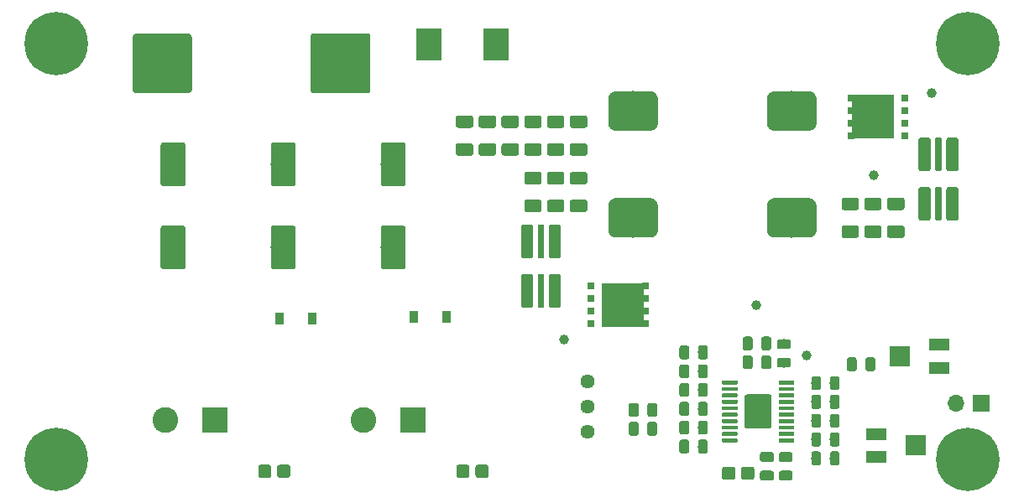
<source format=gbr>
G04 #@! TF.GenerationSoftware,KiCad,Pcbnew,(5.1.0-386-g9f189ca71)*
G04 #@! TF.CreationDate,2019-05-02T08:15:31+02:00*
G04 #@! TF.ProjectId,sepic,73657069-632e-46b6-9963-61645f706362,rev?*
G04 #@! TF.SameCoordinates,Original*
G04 #@! TF.FileFunction,Soldermask,Top*
G04 #@! TF.FilePolarity,Negative*
%FSLAX46Y46*%
G04 Gerber Fmt 4.6, Leading zero omitted, Abs format (unit mm)*
G04 Created by KiCad (PCBNEW (5.1.0-386-g9f189ca71)) date 2019-05-02 08:15:31*
%MOMM*%
%LPD*%
G04 APERTURE LIST*
%ADD10C,0.150000*%
%ADD11C,6.000000*%
%ADD12C,2.600000*%
%ADD13R,2.600000X2.600000*%
%ADD14C,1.200000*%
%ADD15C,0.600000*%
%ADD16C,6.400000*%
%ADD17C,1.000000*%
%ADD18R,2.000000X1.300000*%
%ADD19R,2.000000X2.000000*%
%ADD20C,1.440000*%
%ADD21C,0.975000*%
%ADD22O,1.700000X1.700000*%
%ADD23R,1.700000X1.700000*%
%ADD24C,1.300000*%
%ADD25R,4.290000X4.500000*%
%ADD26R,0.800000X0.700000*%
%ADD27R,0.900000X1.200000*%
%ADD28C,1.250000*%
%ADD29C,2.500000*%
%ADD30R,2.500000X3.300000*%
%ADD31C,4.000000*%
%ADD32C,0.400000*%
%ADD33C,2.750000*%
G04 APERTURE END LIST*
D10*
G36*
X154337403Y-65001936D02*
G01*
X154376426Y-65007724D01*
X154414694Y-65017310D01*
X154451839Y-65030600D01*
X154487501Y-65047468D01*
X154521339Y-65067749D01*
X154553026Y-65091250D01*
X154582257Y-65117743D01*
X154608750Y-65146974D01*
X154632251Y-65178661D01*
X154652532Y-65212499D01*
X154669400Y-65248161D01*
X154682690Y-65285306D01*
X154692276Y-65323574D01*
X154698064Y-65362597D01*
X154700000Y-65402000D01*
X154700000Y-70598000D01*
X154698064Y-70637403D01*
X154692276Y-70676426D01*
X154682690Y-70714694D01*
X154669400Y-70751839D01*
X154652532Y-70787501D01*
X154632251Y-70821339D01*
X154608750Y-70853026D01*
X154582257Y-70882257D01*
X154553026Y-70908750D01*
X154521339Y-70932251D01*
X154487501Y-70952532D01*
X154451839Y-70969400D01*
X154414694Y-70982690D01*
X154376426Y-70992276D01*
X154337403Y-70998064D01*
X154298000Y-71000000D01*
X149102000Y-71000000D01*
X149062597Y-70998064D01*
X149023574Y-70992276D01*
X148985306Y-70982690D01*
X148948161Y-70969400D01*
X148912499Y-70952532D01*
X148878661Y-70932251D01*
X148846974Y-70908750D01*
X148817743Y-70882257D01*
X148791250Y-70853026D01*
X148767749Y-70821339D01*
X148747468Y-70787501D01*
X148730600Y-70751839D01*
X148717310Y-70714694D01*
X148707724Y-70676426D01*
X148701936Y-70637403D01*
X148700000Y-70598000D01*
X148700000Y-65402000D01*
X148701936Y-65362597D01*
X148707724Y-65323574D01*
X148717310Y-65285306D01*
X148730600Y-65248161D01*
X148747468Y-65212499D01*
X148767749Y-65178661D01*
X148791250Y-65146974D01*
X148817743Y-65117743D01*
X148846974Y-65091250D01*
X148878661Y-65067749D01*
X148912499Y-65047468D01*
X148948161Y-65030600D01*
X148985306Y-65017310D01*
X149023574Y-65007724D01*
X149062597Y-65001936D01*
X149102000Y-65000000D01*
X154298000Y-65000000D01*
X154337403Y-65001936D01*
X154337403Y-65001936D01*
G37*
D11*
X151700000Y-68000000D03*
D10*
G36*
X172521407Y-65000953D02*
G01*
X172540628Y-65003805D01*
X172559476Y-65008526D01*
X172577771Y-65015072D01*
X172595337Y-65023380D01*
X172612003Y-65033369D01*
X172627610Y-65044944D01*
X172642007Y-65057993D01*
X172655056Y-65072390D01*
X172666631Y-65087997D01*
X172676620Y-65104663D01*
X172684928Y-65122229D01*
X172691474Y-65140524D01*
X172696195Y-65159372D01*
X172699047Y-65178593D01*
X172700000Y-65198000D01*
X172700000Y-70802000D01*
X172699047Y-70821407D01*
X172696195Y-70840628D01*
X172691474Y-70859476D01*
X172684928Y-70877771D01*
X172676620Y-70895337D01*
X172666631Y-70912003D01*
X172655056Y-70927610D01*
X172642007Y-70942007D01*
X172627610Y-70955056D01*
X172612003Y-70966631D01*
X172595337Y-70976620D01*
X172577771Y-70984928D01*
X172559476Y-70991474D01*
X172540628Y-70996195D01*
X172521407Y-70999047D01*
X172502000Y-71000000D01*
X166898000Y-71000000D01*
X166878593Y-70999047D01*
X166859372Y-70996195D01*
X166840524Y-70991474D01*
X166822229Y-70984928D01*
X166804663Y-70976620D01*
X166787997Y-70966631D01*
X166772390Y-70955056D01*
X166757993Y-70942007D01*
X166744944Y-70927610D01*
X166733369Y-70912003D01*
X166723380Y-70895337D01*
X166715072Y-70877771D01*
X166708526Y-70859476D01*
X166703805Y-70840628D01*
X166700953Y-70821407D01*
X166700000Y-70802000D01*
X166700000Y-65198000D01*
X166700953Y-65178593D01*
X166703805Y-65159372D01*
X166708526Y-65140524D01*
X166715072Y-65122229D01*
X166723380Y-65104663D01*
X166733369Y-65087997D01*
X166744944Y-65072390D01*
X166757993Y-65057993D01*
X166772390Y-65044944D01*
X166787997Y-65033369D01*
X166804663Y-65023380D01*
X166822229Y-65015072D01*
X166840524Y-65008526D01*
X166859372Y-65003805D01*
X166878593Y-65000953D01*
X166898000Y-65000000D01*
X172502000Y-65000000D01*
X172521407Y-65000953D01*
X172521407Y-65000953D01*
G37*
D11*
X169700000Y-68000000D03*
D12*
X172000000Y-104000000D03*
D13*
X177000000Y-104000000D03*
D12*
X152000000Y-104000000D03*
D13*
X157000000Y-104000000D03*
D10*
G36*
X191699760Y-84301069D02*
G01*
X191721310Y-84304266D01*
X191742443Y-84309559D01*
X191762956Y-84316899D01*
X191782650Y-84326213D01*
X191801337Y-84337414D01*
X191818835Y-84350392D01*
X191834978Y-84365022D01*
X191849608Y-84381165D01*
X191862586Y-84398663D01*
X191873787Y-84417350D01*
X191883101Y-84437044D01*
X191890441Y-84457557D01*
X191895734Y-84478690D01*
X191898931Y-84500240D01*
X191900000Y-84522000D01*
X191900000Y-87478000D01*
X191898931Y-87499760D01*
X191895734Y-87521310D01*
X191890441Y-87542443D01*
X191883101Y-87562956D01*
X191873787Y-87582650D01*
X191862586Y-87601337D01*
X191849608Y-87618835D01*
X191834978Y-87634978D01*
X191818835Y-87649608D01*
X191801337Y-87662586D01*
X191782650Y-87673787D01*
X191762956Y-87683101D01*
X191742443Y-87690441D01*
X191721310Y-87695734D01*
X191699760Y-87698931D01*
X191678000Y-87700000D01*
X190922000Y-87700000D01*
X190900240Y-87698931D01*
X190878690Y-87695734D01*
X190857557Y-87690441D01*
X190837044Y-87683101D01*
X190817350Y-87673787D01*
X190798663Y-87662586D01*
X190781165Y-87649608D01*
X190765022Y-87634978D01*
X190750392Y-87618835D01*
X190737414Y-87601337D01*
X190726213Y-87582650D01*
X190716899Y-87562956D01*
X190709559Y-87542443D01*
X190704266Y-87521310D01*
X190701069Y-87499760D01*
X190700000Y-87478000D01*
X190700000Y-84522000D01*
X190701069Y-84500240D01*
X190704266Y-84478690D01*
X190709559Y-84457557D01*
X190716899Y-84437044D01*
X190726213Y-84417350D01*
X190737414Y-84398663D01*
X190750392Y-84381165D01*
X190765022Y-84365022D01*
X190781165Y-84350392D01*
X190798663Y-84337414D01*
X190817350Y-84326213D01*
X190837044Y-84316899D01*
X190857557Y-84309559D01*
X190878690Y-84304266D01*
X190900240Y-84301069D01*
X190922000Y-84300000D01*
X191678000Y-84300000D01*
X191699760Y-84301069D01*
X191699760Y-84301069D01*
G37*
D14*
X191300000Y-86000000D03*
D10*
G36*
X191699760Y-89301069D02*
G01*
X191721310Y-89304266D01*
X191742443Y-89309559D01*
X191762956Y-89316899D01*
X191782650Y-89326213D01*
X191801337Y-89337414D01*
X191818835Y-89350392D01*
X191834978Y-89365022D01*
X191849608Y-89381165D01*
X191862586Y-89398663D01*
X191873787Y-89417350D01*
X191883101Y-89437044D01*
X191890441Y-89457557D01*
X191895734Y-89478690D01*
X191898931Y-89500240D01*
X191900000Y-89522000D01*
X191900000Y-92478000D01*
X191898931Y-92499760D01*
X191895734Y-92521310D01*
X191890441Y-92542443D01*
X191883101Y-92562956D01*
X191873787Y-92582650D01*
X191862586Y-92601337D01*
X191849608Y-92618835D01*
X191834978Y-92634978D01*
X191818835Y-92649608D01*
X191801337Y-92662586D01*
X191782650Y-92673787D01*
X191762956Y-92683101D01*
X191742443Y-92690441D01*
X191721310Y-92695734D01*
X191699760Y-92698931D01*
X191678000Y-92700000D01*
X190922000Y-92700000D01*
X190900240Y-92698931D01*
X190878690Y-92695734D01*
X190857557Y-92690441D01*
X190837044Y-92683101D01*
X190817350Y-92673787D01*
X190798663Y-92662586D01*
X190781165Y-92649608D01*
X190765022Y-92634978D01*
X190750392Y-92618835D01*
X190737414Y-92601337D01*
X190726213Y-92582650D01*
X190716899Y-92562956D01*
X190709559Y-92542443D01*
X190704266Y-92521310D01*
X190701069Y-92499760D01*
X190700000Y-92478000D01*
X190700000Y-89522000D01*
X190701069Y-89500240D01*
X190704266Y-89478690D01*
X190709559Y-89457557D01*
X190716899Y-89437044D01*
X190726213Y-89417350D01*
X190737414Y-89398663D01*
X190750392Y-89381165D01*
X190765022Y-89365022D01*
X190781165Y-89350392D01*
X190798663Y-89337414D01*
X190817350Y-89326213D01*
X190837044Y-89316899D01*
X190857557Y-89309559D01*
X190878690Y-89304266D01*
X190900240Y-89301069D01*
X190922000Y-89300000D01*
X191678000Y-89300000D01*
X191699760Y-89301069D01*
X191699760Y-89301069D01*
G37*
D14*
X191300000Y-91000000D03*
D10*
G36*
X190099880Y-84300534D02*
G01*
X190110655Y-84302133D01*
X190121222Y-84304780D01*
X190131478Y-84308449D01*
X190141325Y-84313107D01*
X190150668Y-84318707D01*
X190159418Y-84325196D01*
X190167489Y-84332511D01*
X190174804Y-84340582D01*
X190181293Y-84349332D01*
X190186893Y-84358675D01*
X190191551Y-84368522D01*
X190195220Y-84378778D01*
X190197867Y-84389345D01*
X190199466Y-84400120D01*
X190200000Y-84411000D01*
X190200000Y-87589000D01*
X190199466Y-87599880D01*
X190197867Y-87610655D01*
X190195220Y-87621222D01*
X190191551Y-87631478D01*
X190186893Y-87641325D01*
X190181293Y-87650668D01*
X190174804Y-87659418D01*
X190167489Y-87667489D01*
X190159418Y-87674804D01*
X190150668Y-87681293D01*
X190141325Y-87686893D01*
X190131478Y-87691551D01*
X190121222Y-87695220D01*
X190110655Y-87697867D01*
X190099880Y-87699466D01*
X190089000Y-87700000D01*
X189711000Y-87700000D01*
X189700120Y-87699466D01*
X189689345Y-87697867D01*
X189678778Y-87695220D01*
X189668522Y-87691551D01*
X189658675Y-87686893D01*
X189649332Y-87681293D01*
X189640582Y-87674804D01*
X189632511Y-87667489D01*
X189625196Y-87659418D01*
X189618707Y-87650668D01*
X189613107Y-87641325D01*
X189608449Y-87631478D01*
X189604780Y-87621222D01*
X189602133Y-87610655D01*
X189600534Y-87599880D01*
X189600000Y-87589000D01*
X189600000Y-84411000D01*
X189600534Y-84400120D01*
X189602133Y-84389345D01*
X189604780Y-84378778D01*
X189608449Y-84368522D01*
X189613107Y-84358675D01*
X189618707Y-84349332D01*
X189625196Y-84340582D01*
X189632511Y-84332511D01*
X189640582Y-84325196D01*
X189649332Y-84318707D01*
X189658675Y-84313107D01*
X189668522Y-84308449D01*
X189678778Y-84304780D01*
X189689345Y-84302133D01*
X189700120Y-84300534D01*
X189711000Y-84300000D01*
X190089000Y-84300000D01*
X190099880Y-84300534D01*
X190099880Y-84300534D01*
G37*
D15*
X189900000Y-86000000D03*
D10*
G36*
X190099880Y-89300534D02*
G01*
X190110655Y-89302133D01*
X190121222Y-89304780D01*
X190131478Y-89308449D01*
X190141325Y-89313107D01*
X190150668Y-89318707D01*
X190159418Y-89325196D01*
X190167489Y-89332511D01*
X190174804Y-89340582D01*
X190181293Y-89349332D01*
X190186893Y-89358675D01*
X190191551Y-89368522D01*
X190195220Y-89378778D01*
X190197867Y-89389345D01*
X190199466Y-89400120D01*
X190200000Y-89411000D01*
X190200000Y-92589000D01*
X190199466Y-92599880D01*
X190197867Y-92610655D01*
X190195220Y-92621222D01*
X190191551Y-92631478D01*
X190186893Y-92641325D01*
X190181293Y-92650668D01*
X190174804Y-92659418D01*
X190167489Y-92667489D01*
X190159418Y-92674804D01*
X190150668Y-92681293D01*
X190141325Y-92686893D01*
X190131478Y-92691551D01*
X190121222Y-92695220D01*
X190110655Y-92697867D01*
X190099880Y-92699466D01*
X190089000Y-92700000D01*
X189711000Y-92700000D01*
X189700120Y-92699466D01*
X189689345Y-92697867D01*
X189678778Y-92695220D01*
X189668522Y-92691551D01*
X189658675Y-92686893D01*
X189649332Y-92681293D01*
X189640582Y-92674804D01*
X189632511Y-92667489D01*
X189625196Y-92659418D01*
X189618707Y-92650668D01*
X189613107Y-92641325D01*
X189608449Y-92631478D01*
X189604780Y-92621222D01*
X189602133Y-92610655D01*
X189600534Y-92599880D01*
X189600000Y-92589000D01*
X189600000Y-89411000D01*
X189600534Y-89400120D01*
X189602133Y-89389345D01*
X189604780Y-89378778D01*
X189608449Y-89368522D01*
X189613107Y-89358675D01*
X189618707Y-89349332D01*
X189625196Y-89340582D01*
X189632511Y-89332511D01*
X189640582Y-89325196D01*
X189649332Y-89318707D01*
X189658675Y-89313107D01*
X189668522Y-89308449D01*
X189678778Y-89304780D01*
X189689345Y-89302133D01*
X189700120Y-89300534D01*
X189711000Y-89300000D01*
X190089000Y-89300000D01*
X190099880Y-89300534D01*
X190099880Y-89300534D01*
G37*
D15*
X189900000Y-91000000D03*
D10*
G36*
X188899760Y-84301069D02*
G01*
X188921310Y-84304266D01*
X188942443Y-84309559D01*
X188962956Y-84316899D01*
X188982650Y-84326213D01*
X189001337Y-84337414D01*
X189018835Y-84350392D01*
X189034978Y-84365022D01*
X189049608Y-84381165D01*
X189062586Y-84398663D01*
X189073787Y-84417350D01*
X189083101Y-84437044D01*
X189090441Y-84457557D01*
X189095734Y-84478690D01*
X189098931Y-84500240D01*
X189100000Y-84522000D01*
X189100000Y-87478000D01*
X189098931Y-87499760D01*
X189095734Y-87521310D01*
X189090441Y-87542443D01*
X189083101Y-87562956D01*
X189073787Y-87582650D01*
X189062586Y-87601337D01*
X189049608Y-87618835D01*
X189034978Y-87634978D01*
X189018835Y-87649608D01*
X189001337Y-87662586D01*
X188982650Y-87673787D01*
X188962956Y-87683101D01*
X188942443Y-87690441D01*
X188921310Y-87695734D01*
X188899760Y-87698931D01*
X188878000Y-87700000D01*
X188122000Y-87700000D01*
X188100240Y-87698931D01*
X188078690Y-87695734D01*
X188057557Y-87690441D01*
X188037044Y-87683101D01*
X188017350Y-87673787D01*
X187998663Y-87662586D01*
X187981165Y-87649608D01*
X187965022Y-87634978D01*
X187950392Y-87618835D01*
X187937414Y-87601337D01*
X187926213Y-87582650D01*
X187916899Y-87562956D01*
X187909559Y-87542443D01*
X187904266Y-87521310D01*
X187901069Y-87499760D01*
X187900000Y-87478000D01*
X187900000Y-84522000D01*
X187901069Y-84500240D01*
X187904266Y-84478690D01*
X187909559Y-84457557D01*
X187916899Y-84437044D01*
X187926213Y-84417350D01*
X187937414Y-84398663D01*
X187950392Y-84381165D01*
X187965022Y-84365022D01*
X187981165Y-84350392D01*
X187998663Y-84337414D01*
X188017350Y-84326213D01*
X188037044Y-84316899D01*
X188057557Y-84309559D01*
X188078690Y-84304266D01*
X188100240Y-84301069D01*
X188122000Y-84300000D01*
X188878000Y-84300000D01*
X188899760Y-84301069D01*
X188899760Y-84301069D01*
G37*
D14*
X188500000Y-86000000D03*
D10*
G36*
X188899760Y-89301069D02*
G01*
X188921310Y-89304266D01*
X188942443Y-89309559D01*
X188962956Y-89316899D01*
X188982650Y-89326213D01*
X189001337Y-89337414D01*
X189018835Y-89350392D01*
X189034978Y-89365022D01*
X189049608Y-89381165D01*
X189062586Y-89398663D01*
X189073787Y-89417350D01*
X189083101Y-89437044D01*
X189090441Y-89457557D01*
X189095734Y-89478690D01*
X189098931Y-89500240D01*
X189100000Y-89522000D01*
X189100000Y-92478000D01*
X189098931Y-92499760D01*
X189095734Y-92521310D01*
X189090441Y-92542443D01*
X189083101Y-92562956D01*
X189073787Y-92582650D01*
X189062586Y-92601337D01*
X189049608Y-92618835D01*
X189034978Y-92634978D01*
X189018835Y-92649608D01*
X189001337Y-92662586D01*
X188982650Y-92673787D01*
X188962956Y-92683101D01*
X188942443Y-92690441D01*
X188921310Y-92695734D01*
X188899760Y-92698931D01*
X188878000Y-92700000D01*
X188122000Y-92700000D01*
X188100240Y-92698931D01*
X188078690Y-92695734D01*
X188057557Y-92690441D01*
X188037044Y-92683101D01*
X188017350Y-92673787D01*
X187998663Y-92662586D01*
X187981165Y-92649608D01*
X187965022Y-92634978D01*
X187950392Y-92618835D01*
X187937414Y-92601337D01*
X187926213Y-92582650D01*
X187916899Y-92562956D01*
X187909559Y-92542443D01*
X187904266Y-92521310D01*
X187901069Y-92499760D01*
X187900000Y-92478000D01*
X187900000Y-89522000D01*
X187901069Y-89500240D01*
X187904266Y-89478690D01*
X187909559Y-89457557D01*
X187916899Y-89437044D01*
X187926213Y-89417350D01*
X187937414Y-89398663D01*
X187950392Y-89381165D01*
X187965022Y-89365022D01*
X187981165Y-89350392D01*
X187998663Y-89337414D01*
X188017350Y-89326213D01*
X188037044Y-89316899D01*
X188057557Y-89309559D01*
X188078690Y-89304266D01*
X188100240Y-89301069D01*
X188122000Y-89300000D01*
X188878000Y-89300000D01*
X188899760Y-89301069D01*
X188899760Y-89301069D01*
G37*
D14*
X188500000Y-91000000D03*
D10*
G36*
X228999760Y-80501069D02*
G01*
X229021310Y-80504266D01*
X229042443Y-80509559D01*
X229062956Y-80516899D01*
X229082650Y-80526213D01*
X229101337Y-80537414D01*
X229118835Y-80550392D01*
X229134978Y-80565022D01*
X229149608Y-80581165D01*
X229162586Y-80598663D01*
X229173787Y-80617350D01*
X229183101Y-80637044D01*
X229190441Y-80657557D01*
X229195734Y-80678690D01*
X229198931Y-80700240D01*
X229200000Y-80722000D01*
X229200000Y-83678000D01*
X229198931Y-83699760D01*
X229195734Y-83721310D01*
X229190441Y-83742443D01*
X229183101Y-83762956D01*
X229173787Y-83782650D01*
X229162586Y-83801337D01*
X229149608Y-83818835D01*
X229134978Y-83834978D01*
X229118835Y-83849608D01*
X229101337Y-83862586D01*
X229082650Y-83873787D01*
X229062956Y-83883101D01*
X229042443Y-83890441D01*
X229021310Y-83895734D01*
X228999760Y-83898931D01*
X228978000Y-83900000D01*
X228222000Y-83900000D01*
X228200240Y-83898931D01*
X228178690Y-83895734D01*
X228157557Y-83890441D01*
X228137044Y-83883101D01*
X228117350Y-83873787D01*
X228098663Y-83862586D01*
X228081165Y-83849608D01*
X228065022Y-83834978D01*
X228050392Y-83818835D01*
X228037414Y-83801337D01*
X228026213Y-83782650D01*
X228016899Y-83762956D01*
X228009559Y-83742443D01*
X228004266Y-83721310D01*
X228001069Y-83699760D01*
X228000000Y-83678000D01*
X228000000Y-80722000D01*
X228001069Y-80700240D01*
X228004266Y-80678690D01*
X228009559Y-80657557D01*
X228016899Y-80637044D01*
X228026213Y-80617350D01*
X228037414Y-80598663D01*
X228050392Y-80581165D01*
X228065022Y-80565022D01*
X228081165Y-80550392D01*
X228098663Y-80537414D01*
X228117350Y-80526213D01*
X228137044Y-80516899D01*
X228157557Y-80509559D01*
X228178690Y-80504266D01*
X228200240Y-80501069D01*
X228222000Y-80500000D01*
X228978000Y-80500000D01*
X228999760Y-80501069D01*
X228999760Y-80501069D01*
G37*
D14*
X228600000Y-82200000D03*
D10*
G36*
X228999760Y-75501069D02*
G01*
X229021310Y-75504266D01*
X229042443Y-75509559D01*
X229062956Y-75516899D01*
X229082650Y-75526213D01*
X229101337Y-75537414D01*
X229118835Y-75550392D01*
X229134978Y-75565022D01*
X229149608Y-75581165D01*
X229162586Y-75598663D01*
X229173787Y-75617350D01*
X229183101Y-75637044D01*
X229190441Y-75657557D01*
X229195734Y-75678690D01*
X229198931Y-75700240D01*
X229200000Y-75722000D01*
X229200000Y-78678000D01*
X229198931Y-78699760D01*
X229195734Y-78721310D01*
X229190441Y-78742443D01*
X229183101Y-78762956D01*
X229173787Y-78782650D01*
X229162586Y-78801337D01*
X229149608Y-78818835D01*
X229134978Y-78834978D01*
X229118835Y-78849608D01*
X229101337Y-78862586D01*
X229082650Y-78873787D01*
X229062956Y-78883101D01*
X229042443Y-78890441D01*
X229021310Y-78895734D01*
X228999760Y-78898931D01*
X228978000Y-78900000D01*
X228222000Y-78900000D01*
X228200240Y-78898931D01*
X228178690Y-78895734D01*
X228157557Y-78890441D01*
X228137044Y-78883101D01*
X228117350Y-78873787D01*
X228098663Y-78862586D01*
X228081165Y-78849608D01*
X228065022Y-78834978D01*
X228050392Y-78818835D01*
X228037414Y-78801337D01*
X228026213Y-78782650D01*
X228016899Y-78762956D01*
X228009559Y-78742443D01*
X228004266Y-78721310D01*
X228001069Y-78699760D01*
X228000000Y-78678000D01*
X228000000Y-75722000D01*
X228001069Y-75700240D01*
X228004266Y-75678690D01*
X228009559Y-75657557D01*
X228016899Y-75637044D01*
X228026213Y-75617350D01*
X228037414Y-75598663D01*
X228050392Y-75581165D01*
X228065022Y-75565022D01*
X228081165Y-75550392D01*
X228098663Y-75537414D01*
X228117350Y-75526213D01*
X228137044Y-75516899D01*
X228157557Y-75509559D01*
X228178690Y-75504266D01*
X228200240Y-75501069D01*
X228222000Y-75500000D01*
X228978000Y-75500000D01*
X228999760Y-75501069D01*
X228999760Y-75501069D01*
G37*
D14*
X228600000Y-77200000D03*
D10*
G36*
X230199880Y-80500534D02*
G01*
X230210655Y-80502133D01*
X230221222Y-80504780D01*
X230231478Y-80508449D01*
X230241325Y-80513107D01*
X230250668Y-80518707D01*
X230259418Y-80525196D01*
X230267489Y-80532511D01*
X230274804Y-80540582D01*
X230281293Y-80549332D01*
X230286893Y-80558675D01*
X230291551Y-80568522D01*
X230295220Y-80578778D01*
X230297867Y-80589345D01*
X230299466Y-80600120D01*
X230300000Y-80611000D01*
X230300000Y-83789000D01*
X230299466Y-83799880D01*
X230297867Y-83810655D01*
X230295220Y-83821222D01*
X230291551Y-83831478D01*
X230286893Y-83841325D01*
X230281293Y-83850668D01*
X230274804Y-83859418D01*
X230267489Y-83867489D01*
X230259418Y-83874804D01*
X230250668Y-83881293D01*
X230241325Y-83886893D01*
X230231478Y-83891551D01*
X230221222Y-83895220D01*
X230210655Y-83897867D01*
X230199880Y-83899466D01*
X230189000Y-83900000D01*
X229811000Y-83900000D01*
X229800120Y-83899466D01*
X229789345Y-83897867D01*
X229778778Y-83895220D01*
X229768522Y-83891551D01*
X229758675Y-83886893D01*
X229749332Y-83881293D01*
X229740582Y-83874804D01*
X229732511Y-83867489D01*
X229725196Y-83859418D01*
X229718707Y-83850668D01*
X229713107Y-83841325D01*
X229708449Y-83831478D01*
X229704780Y-83821222D01*
X229702133Y-83810655D01*
X229700534Y-83799880D01*
X229700000Y-83789000D01*
X229700000Y-80611000D01*
X229700534Y-80600120D01*
X229702133Y-80589345D01*
X229704780Y-80578778D01*
X229708449Y-80568522D01*
X229713107Y-80558675D01*
X229718707Y-80549332D01*
X229725196Y-80540582D01*
X229732511Y-80532511D01*
X229740582Y-80525196D01*
X229749332Y-80518707D01*
X229758675Y-80513107D01*
X229768522Y-80508449D01*
X229778778Y-80504780D01*
X229789345Y-80502133D01*
X229800120Y-80500534D01*
X229811000Y-80500000D01*
X230189000Y-80500000D01*
X230199880Y-80500534D01*
X230199880Y-80500534D01*
G37*
D15*
X230000000Y-82200000D03*
D10*
G36*
X230199880Y-75500534D02*
G01*
X230210655Y-75502133D01*
X230221222Y-75504780D01*
X230231478Y-75508449D01*
X230241325Y-75513107D01*
X230250668Y-75518707D01*
X230259418Y-75525196D01*
X230267489Y-75532511D01*
X230274804Y-75540582D01*
X230281293Y-75549332D01*
X230286893Y-75558675D01*
X230291551Y-75568522D01*
X230295220Y-75578778D01*
X230297867Y-75589345D01*
X230299466Y-75600120D01*
X230300000Y-75611000D01*
X230300000Y-78789000D01*
X230299466Y-78799880D01*
X230297867Y-78810655D01*
X230295220Y-78821222D01*
X230291551Y-78831478D01*
X230286893Y-78841325D01*
X230281293Y-78850668D01*
X230274804Y-78859418D01*
X230267489Y-78867489D01*
X230259418Y-78874804D01*
X230250668Y-78881293D01*
X230241325Y-78886893D01*
X230231478Y-78891551D01*
X230221222Y-78895220D01*
X230210655Y-78897867D01*
X230199880Y-78899466D01*
X230189000Y-78900000D01*
X229811000Y-78900000D01*
X229800120Y-78899466D01*
X229789345Y-78897867D01*
X229778778Y-78895220D01*
X229768522Y-78891551D01*
X229758675Y-78886893D01*
X229749332Y-78881293D01*
X229740582Y-78874804D01*
X229732511Y-78867489D01*
X229725196Y-78859418D01*
X229718707Y-78850668D01*
X229713107Y-78841325D01*
X229708449Y-78831478D01*
X229704780Y-78821222D01*
X229702133Y-78810655D01*
X229700534Y-78799880D01*
X229700000Y-78789000D01*
X229700000Y-75611000D01*
X229700534Y-75600120D01*
X229702133Y-75589345D01*
X229704780Y-75578778D01*
X229708449Y-75568522D01*
X229713107Y-75558675D01*
X229718707Y-75549332D01*
X229725196Y-75540582D01*
X229732511Y-75532511D01*
X229740582Y-75525196D01*
X229749332Y-75518707D01*
X229758675Y-75513107D01*
X229768522Y-75508449D01*
X229778778Y-75504780D01*
X229789345Y-75502133D01*
X229800120Y-75500534D01*
X229811000Y-75500000D01*
X230189000Y-75500000D01*
X230199880Y-75500534D01*
X230199880Y-75500534D01*
G37*
D15*
X230000000Y-77200000D03*
D10*
G36*
X231799760Y-80501069D02*
G01*
X231821310Y-80504266D01*
X231842443Y-80509559D01*
X231862956Y-80516899D01*
X231882650Y-80526213D01*
X231901337Y-80537414D01*
X231918835Y-80550392D01*
X231934978Y-80565022D01*
X231949608Y-80581165D01*
X231962586Y-80598663D01*
X231973787Y-80617350D01*
X231983101Y-80637044D01*
X231990441Y-80657557D01*
X231995734Y-80678690D01*
X231998931Y-80700240D01*
X232000000Y-80722000D01*
X232000000Y-83678000D01*
X231998931Y-83699760D01*
X231995734Y-83721310D01*
X231990441Y-83742443D01*
X231983101Y-83762956D01*
X231973787Y-83782650D01*
X231962586Y-83801337D01*
X231949608Y-83818835D01*
X231934978Y-83834978D01*
X231918835Y-83849608D01*
X231901337Y-83862586D01*
X231882650Y-83873787D01*
X231862956Y-83883101D01*
X231842443Y-83890441D01*
X231821310Y-83895734D01*
X231799760Y-83898931D01*
X231778000Y-83900000D01*
X231022000Y-83900000D01*
X231000240Y-83898931D01*
X230978690Y-83895734D01*
X230957557Y-83890441D01*
X230937044Y-83883101D01*
X230917350Y-83873787D01*
X230898663Y-83862586D01*
X230881165Y-83849608D01*
X230865022Y-83834978D01*
X230850392Y-83818835D01*
X230837414Y-83801337D01*
X230826213Y-83782650D01*
X230816899Y-83762956D01*
X230809559Y-83742443D01*
X230804266Y-83721310D01*
X230801069Y-83699760D01*
X230800000Y-83678000D01*
X230800000Y-80722000D01*
X230801069Y-80700240D01*
X230804266Y-80678690D01*
X230809559Y-80657557D01*
X230816899Y-80637044D01*
X230826213Y-80617350D01*
X230837414Y-80598663D01*
X230850392Y-80581165D01*
X230865022Y-80565022D01*
X230881165Y-80550392D01*
X230898663Y-80537414D01*
X230917350Y-80526213D01*
X230937044Y-80516899D01*
X230957557Y-80509559D01*
X230978690Y-80504266D01*
X231000240Y-80501069D01*
X231022000Y-80500000D01*
X231778000Y-80500000D01*
X231799760Y-80501069D01*
X231799760Y-80501069D01*
G37*
D14*
X231400000Y-82200000D03*
D10*
G36*
X231799760Y-75501069D02*
G01*
X231821310Y-75504266D01*
X231842443Y-75509559D01*
X231862956Y-75516899D01*
X231882650Y-75526213D01*
X231901337Y-75537414D01*
X231918835Y-75550392D01*
X231934978Y-75565022D01*
X231949608Y-75581165D01*
X231962586Y-75598663D01*
X231973787Y-75617350D01*
X231983101Y-75637044D01*
X231990441Y-75657557D01*
X231995734Y-75678690D01*
X231998931Y-75700240D01*
X232000000Y-75722000D01*
X232000000Y-78678000D01*
X231998931Y-78699760D01*
X231995734Y-78721310D01*
X231990441Y-78742443D01*
X231983101Y-78762956D01*
X231973787Y-78782650D01*
X231962586Y-78801337D01*
X231949608Y-78818835D01*
X231934978Y-78834978D01*
X231918835Y-78849608D01*
X231901337Y-78862586D01*
X231882650Y-78873787D01*
X231862956Y-78883101D01*
X231842443Y-78890441D01*
X231821310Y-78895734D01*
X231799760Y-78898931D01*
X231778000Y-78900000D01*
X231022000Y-78900000D01*
X231000240Y-78898931D01*
X230978690Y-78895734D01*
X230957557Y-78890441D01*
X230937044Y-78883101D01*
X230917350Y-78873787D01*
X230898663Y-78862586D01*
X230881165Y-78849608D01*
X230865022Y-78834978D01*
X230850392Y-78818835D01*
X230837414Y-78801337D01*
X230826213Y-78782650D01*
X230816899Y-78762956D01*
X230809559Y-78742443D01*
X230804266Y-78721310D01*
X230801069Y-78699760D01*
X230800000Y-78678000D01*
X230800000Y-75722000D01*
X230801069Y-75700240D01*
X230804266Y-75678690D01*
X230809559Y-75657557D01*
X230816899Y-75637044D01*
X230826213Y-75617350D01*
X230837414Y-75598663D01*
X230850392Y-75581165D01*
X230865022Y-75565022D01*
X230881165Y-75550392D01*
X230898663Y-75537414D01*
X230917350Y-75526213D01*
X230937044Y-75516899D01*
X230957557Y-75509559D01*
X230978690Y-75504266D01*
X231000240Y-75501069D01*
X231022000Y-75500000D01*
X231778000Y-75500000D01*
X231799760Y-75501069D01*
X231799760Y-75501069D01*
G37*
D14*
X231400000Y-77200000D03*
D16*
X141000000Y-108000000D03*
X233000000Y-66000000D03*
X233000000Y-108000000D03*
X141000000Y-66000000D03*
D17*
X192200000Y-95900000D03*
X211600000Y-92400000D03*
X223500000Y-79300000D03*
X229300000Y-71000000D03*
X216700000Y-97550000D03*
D18*
X230100000Y-98750000D03*
D19*
X226100000Y-97600000D03*
D18*
X230100000Y-96450000D03*
D20*
X194600000Y-100120000D03*
X194600000Y-102660000D03*
X194600000Y-105200000D03*
D18*
X223700000Y-105450000D03*
D19*
X227700000Y-106600000D03*
D18*
X223700000Y-107750000D03*
D10*
G36*
X213180142Y-109151174D02*
G01*
X213203803Y-109154684D01*
X213227007Y-109160496D01*
X213249529Y-109168554D01*
X213271153Y-109178782D01*
X213291670Y-109191079D01*
X213310883Y-109205329D01*
X213328607Y-109221393D01*
X213344671Y-109239117D01*
X213358921Y-109258330D01*
X213371218Y-109278847D01*
X213381446Y-109300471D01*
X213389504Y-109322993D01*
X213395316Y-109346197D01*
X213398826Y-109369858D01*
X213400000Y-109393750D01*
X213400000Y-109881250D01*
X213398826Y-109905142D01*
X213395316Y-109928803D01*
X213389504Y-109952007D01*
X213381446Y-109974529D01*
X213371218Y-109996153D01*
X213358921Y-110016670D01*
X213344671Y-110035883D01*
X213328607Y-110053607D01*
X213310883Y-110069671D01*
X213291670Y-110083921D01*
X213271153Y-110096218D01*
X213249529Y-110106446D01*
X213227007Y-110114504D01*
X213203803Y-110120316D01*
X213180142Y-110123826D01*
X213156250Y-110125000D01*
X212243750Y-110125000D01*
X212219858Y-110123826D01*
X212196197Y-110120316D01*
X212172993Y-110114504D01*
X212150471Y-110106446D01*
X212128847Y-110096218D01*
X212108330Y-110083921D01*
X212089117Y-110069671D01*
X212071393Y-110053607D01*
X212055329Y-110035883D01*
X212041079Y-110016670D01*
X212028782Y-109996153D01*
X212018554Y-109974529D01*
X212010496Y-109952007D01*
X212004684Y-109928803D01*
X212001174Y-109905142D01*
X212000000Y-109881250D01*
X212000000Y-109393750D01*
X212001174Y-109369858D01*
X212004684Y-109346197D01*
X212010496Y-109322993D01*
X212018554Y-109300471D01*
X212028782Y-109278847D01*
X212041079Y-109258330D01*
X212055329Y-109239117D01*
X212071393Y-109221393D01*
X212089117Y-109205329D01*
X212108330Y-109191079D01*
X212128847Y-109178782D01*
X212150471Y-109168554D01*
X212172993Y-109160496D01*
X212196197Y-109154684D01*
X212219858Y-109151174D01*
X212243750Y-109150000D01*
X213156250Y-109150000D01*
X213180142Y-109151174D01*
X213180142Y-109151174D01*
G37*
D21*
X212700000Y-109637500D03*
D10*
G36*
X213180142Y-107276174D02*
G01*
X213203803Y-107279684D01*
X213227007Y-107285496D01*
X213249529Y-107293554D01*
X213271153Y-107303782D01*
X213291670Y-107316079D01*
X213310883Y-107330329D01*
X213328607Y-107346393D01*
X213344671Y-107364117D01*
X213358921Y-107383330D01*
X213371218Y-107403847D01*
X213381446Y-107425471D01*
X213389504Y-107447993D01*
X213395316Y-107471197D01*
X213398826Y-107494858D01*
X213400000Y-107518750D01*
X213400000Y-108006250D01*
X213398826Y-108030142D01*
X213395316Y-108053803D01*
X213389504Y-108077007D01*
X213381446Y-108099529D01*
X213371218Y-108121153D01*
X213358921Y-108141670D01*
X213344671Y-108160883D01*
X213328607Y-108178607D01*
X213310883Y-108194671D01*
X213291670Y-108208921D01*
X213271153Y-108221218D01*
X213249529Y-108231446D01*
X213227007Y-108239504D01*
X213203803Y-108245316D01*
X213180142Y-108248826D01*
X213156250Y-108250000D01*
X212243750Y-108250000D01*
X212219858Y-108248826D01*
X212196197Y-108245316D01*
X212172993Y-108239504D01*
X212150471Y-108231446D01*
X212128847Y-108221218D01*
X212108330Y-108208921D01*
X212089117Y-108194671D01*
X212071393Y-108178607D01*
X212055329Y-108160883D01*
X212041079Y-108141670D01*
X212028782Y-108121153D01*
X212018554Y-108099529D01*
X212010496Y-108077007D01*
X212004684Y-108053803D01*
X212001174Y-108030142D01*
X212000000Y-108006250D01*
X212000000Y-107518750D01*
X212001174Y-107494858D01*
X212004684Y-107471197D01*
X212010496Y-107447993D01*
X212018554Y-107425471D01*
X212028782Y-107403847D01*
X212041079Y-107383330D01*
X212055329Y-107364117D01*
X212071393Y-107346393D01*
X212089117Y-107330329D01*
X212108330Y-107316079D01*
X212128847Y-107303782D01*
X212150471Y-107293554D01*
X212172993Y-107285496D01*
X212196197Y-107279684D01*
X212219858Y-107276174D01*
X212243750Y-107275000D01*
X213156250Y-107275000D01*
X213180142Y-107276174D01*
X213180142Y-107276174D01*
G37*
D21*
X212700000Y-107762500D03*
D10*
G36*
X214880142Y-97751174D02*
G01*
X214903803Y-97754684D01*
X214927007Y-97760496D01*
X214949529Y-97768554D01*
X214971153Y-97778782D01*
X214991670Y-97791079D01*
X215010883Y-97805329D01*
X215028607Y-97821393D01*
X215044671Y-97839117D01*
X215058921Y-97858330D01*
X215071218Y-97878847D01*
X215081446Y-97900471D01*
X215089504Y-97922993D01*
X215095316Y-97946197D01*
X215098826Y-97969858D01*
X215100000Y-97993750D01*
X215100000Y-98481250D01*
X215098826Y-98505142D01*
X215095316Y-98528803D01*
X215089504Y-98552007D01*
X215081446Y-98574529D01*
X215071218Y-98596153D01*
X215058921Y-98616670D01*
X215044671Y-98635883D01*
X215028607Y-98653607D01*
X215010883Y-98669671D01*
X214991670Y-98683921D01*
X214971153Y-98696218D01*
X214949529Y-98706446D01*
X214927007Y-98714504D01*
X214903803Y-98720316D01*
X214880142Y-98723826D01*
X214856250Y-98725000D01*
X213943750Y-98725000D01*
X213919858Y-98723826D01*
X213896197Y-98720316D01*
X213872993Y-98714504D01*
X213850471Y-98706446D01*
X213828847Y-98696218D01*
X213808330Y-98683921D01*
X213789117Y-98669671D01*
X213771393Y-98653607D01*
X213755329Y-98635883D01*
X213741079Y-98616670D01*
X213728782Y-98596153D01*
X213718554Y-98574529D01*
X213710496Y-98552007D01*
X213704684Y-98528803D01*
X213701174Y-98505142D01*
X213700000Y-98481250D01*
X213700000Y-97993750D01*
X213701174Y-97969858D01*
X213704684Y-97946197D01*
X213710496Y-97922993D01*
X213718554Y-97900471D01*
X213728782Y-97878847D01*
X213741079Y-97858330D01*
X213755329Y-97839117D01*
X213771393Y-97821393D01*
X213789117Y-97805329D01*
X213808330Y-97791079D01*
X213828847Y-97778782D01*
X213850471Y-97768554D01*
X213872993Y-97760496D01*
X213896197Y-97754684D01*
X213919858Y-97751174D01*
X213943750Y-97750000D01*
X214856250Y-97750000D01*
X214880142Y-97751174D01*
X214880142Y-97751174D01*
G37*
D21*
X214400000Y-98237500D03*
D10*
G36*
X214880142Y-95876174D02*
G01*
X214903803Y-95879684D01*
X214927007Y-95885496D01*
X214949529Y-95893554D01*
X214971153Y-95903782D01*
X214991670Y-95916079D01*
X215010883Y-95930329D01*
X215028607Y-95946393D01*
X215044671Y-95964117D01*
X215058921Y-95983330D01*
X215071218Y-96003847D01*
X215081446Y-96025471D01*
X215089504Y-96047993D01*
X215095316Y-96071197D01*
X215098826Y-96094858D01*
X215100000Y-96118750D01*
X215100000Y-96606250D01*
X215098826Y-96630142D01*
X215095316Y-96653803D01*
X215089504Y-96677007D01*
X215081446Y-96699529D01*
X215071218Y-96721153D01*
X215058921Y-96741670D01*
X215044671Y-96760883D01*
X215028607Y-96778607D01*
X215010883Y-96794671D01*
X214991670Y-96808921D01*
X214971153Y-96821218D01*
X214949529Y-96831446D01*
X214927007Y-96839504D01*
X214903803Y-96845316D01*
X214880142Y-96848826D01*
X214856250Y-96850000D01*
X213943750Y-96850000D01*
X213919858Y-96848826D01*
X213896197Y-96845316D01*
X213872993Y-96839504D01*
X213850471Y-96831446D01*
X213828847Y-96821218D01*
X213808330Y-96808921D01*
X213789117Y-96794671D01*
X213771393Y-96778607D01*
X213755329Y-96760883D01*
X213741079Y-96741670D01*
X213728782Y-96721153D01*
X213718554Y-96699529D01*
X213710496Y-96677007D01*
X213704684Y-96653803D01*
X213701174Y-96630142D01*
X213700000Y-96606250D01*
X213700000Y-96118750D01*
X213701174Y-96094858D01*
X213704684Y-96071197D01*
X213710496Y-96047993D01*
X213718554Y-96025471D01*
X213728782Y-96003847D01*
X213741079Y-95983330D01*
X213755329Y-95964117D01*
X213771393Y-95946393D01*
X213789117Y-95930329D01*
X213808330Y-95916079D01*
X213828847Y-95903782D01*
X213850471Y-95893554D01*
X213872993Y-95885496D01*
X213896197Y-95879684D01*
X213919858Y-95876174D01*
X213943750Y-95875000D01*
X214856250Y-95875000D01*
X214880142Y-95876174D01*
X214880142Y-95876174D01*
G37*
D21*
X214400000Y-96362500D03*
D10*
G36*
X223405142Y-97701174D02*
G01*
X223428803Y-97704684D01*
X223452007Y-97710496D01*
X223474529Y-97718554D01*
X223496153Y-97728782D01*
X223516670Y-97741079D01*
X223535883Y-97755329D01*
X223553607Y-97771393D01*
X223569671Y-97789117D01*
X223583921Y-97808330D01*
X223596218Y-97828847D01*
X223606446Y-97850471D01*
X223614504Y-97872993D01*
X223620316Y-97896197D01*
X223623826Y-97919858D01*
X223625000Y-97943750D01*
X223625000Y-98856250D01*
X223623826Y-98880142D01*
X223620316Y-98903803D01*
X223614504Y-98927007D01*
X223606446Y-98949529D01*
X223596218Y-98971153D01*
X223583921Y-98991670D01*
X223569671Y-99010883D01*
X223553607Y-99028607D01*
X223535883Y-99044671D01*
X223516670Y-99058921D01*
X223496153Y-99071218D01*
X223474529Y-99081446D01*
X223452007Y-99089504D01*
X223428803Y-99095316D01*
X223405142Y-99098826D01*
X223381250Y-99100000D01*
X222893750Y-99100000D01*
X222869858Y-99098826D01*
X222846197Y-99095316D01*
X222822993Y-99089504D01*
X222800471Y-99081446D01*
X222778847Y-99071218D01*
X222758330Y-99058921D01*
X222739117Y-99044671D01*
X222721393Y-99028607D01*
X222705329Y-99010883D01*
X222691079Y-98991670D01*
X222678782Y-98971153D01*
X222668554Y-98949529D01*
X222660496Y-98927007D01*
X222654684Y-98903803D01*
X222651174Y-98880142D01*
X222650000Y-98856250D01*
X222650000Y-97943750D01*
X222651174Y-97919858D01*
X222654684Y-97896197D01*
X222660496Y-97872993D01*
X222668554Y-97850471D01*
X222678782Y-97828847D01*
X222691079Y-97808330D01*
X222705329Y-97789117D01*
X222721393Y-97771393D01*
X222739117Y-97755329D01*
X222758330Y-97741079D01*
X222778847Y-97728782D01*
X222800471Y-97718554D01*
X222822993Y-97710496D01*
X222846197Y-97704684D01*
X222869858Y-97701174D01*
X222893750Y-97700000D01*
X223381250Y-97700000D01*
X223405142Y-97701174D01*
X223405142Y-97701174D01*
G37*
D21*
X223137500Y-98400000D03*
D10*
G36*
X221530142Y-97701174D02*
G01*
X221553803Y-97704684D01*
X221577007Y-97710496D01*
X221599529Y-97718554D01*
X221621153Y-97728782D01*
X221641670Y-97741079D01*
X221660883Y-97755329D01*
X221678607Y-97771393D01*
X221694671Y-97789117D01*
X221708921Y-97808330D01*
X221721218Y-97828847D01*
X221731446Y-97850471D01*
X221739504Y-97872993D01*
X221745316Y-97896197D01*
X221748826Y-97919858D01*
X221750000Y-97943750D01*
X221750000Y-98856250D01*
X221748826Y-98880142D01*
X221745316Y-98903803D01*
X221739504Y-98927007D01*
X221731446Y-98949529D01*
X221721218Y-98971153D01*
X221708921Y-98991670D01*
X221694671Y-99010883D01*
X221678607Y-99028607D01*
X221660883Y-99044671D01*
X221641670Y-99058921D01*
X221621153Y-99071218D01*
X221599529Y-99081446D01*
X221577007Y-99089504D01*
X221553803Y-99095316D01*
X221530142Y-99098826D01*
X221506250Y-99100000D01*
X221018750Y-99100000D01*
X220994858Y-99098826D01*
X220971197Y-99095316D01*
X220947993Y-99089504D01*
X220925471Y-99081446D01*
X220903847Y-99071218D01*
X220883330Y-99058921D01*
X220864117Y-99044671D01*
X220846393Y-99028607D01*
X220830329Y-99010883D01*
X220816079Y-98991670D01*
X220803782Y-98971153D01*
X220793554Y-98949529D01*
X220785496Y-98927007D01*
X220779684Y-98903803D01*
X220776174Y-98880142D01*
X220775000Y-98856250D01*
X220775000Y-97943750D01*
X220776174Y-97919858D01*
X220779684Y-97896197D01*
X220785496Y-97872993D01*
X220793554Y-97850471D01*
X220803782Y-97828847D01*
X220816079Y-97808330D01*
X220830329Y-97789117D01*
X220846393Y-97771393D01*
X220864117Y-97755329D01*
X220883330Y-97741079D01*
X220903847Y-97728782D01*
X220925471Y-97718554D01*
X220947993Y-97710496D01*
X220971197Y-97704684D01*
X220994858Y-97701174D01*
X221018750Y-97700000D01*
X221506250Y-97700000D01*
X221530142Y-97701174D01*
X221530142Y-97701174D01*
G37*
D21*
X221262500Y-98400000D03*
D22*
X231800000Y-102300000D03*
D23*
X234340000Y-102300000D03*
D10*
G36*
X211199504Y-108751204D02*
G01*
X211223773Y-108754804D01*
X211247571Y-108760765D01*
X211270671Y-108769030D01*
X211292849Y-108779520D01*
X211313893Y-108792133D01*
X211333598Y-108806747D01*
X211351777Y-108823223D01*
X211368253Y-108841402D01*
X211382867Y-108861107D01*
X211395480Y-108882151D01*
X211405970Y-108904329D01*
X211414235Y-108927429D01*
X211420196Y-108951227D01*
X211423796Y-108975496D01*
X211425000Y-109000000D01*
X211425000Y-109800000D01*
X211423796Y-109824504D01*
X211420196Y-109848773D01*
X211414235Y-109872571D01*
X211405970Y-109895671D01*
X211395480Y-109917849D01*
X211382867Y-109938893D01*
X211368253Y-109958598D01*
X211351777Y-109976777D01*
X211333598Y-109993253D01*
X211313893Y-110007867D01*
X211292849Y-110020480D01*
X211270671Y-110030970D01*
X211247571Y-110039235D01*
X211223773Y-110045196D01*
X211199504Y-110048796D01*
X211175000Y-110050000D01*
X210350000Y-110050000D01*
X210325496Y-110048796D01*
X210301227Y-110045196D01*
X210277429Y-110039235D01*
X210254329Y-110030970D01*
X210232151Y-110020480D01*
X210211107Y-110007867D01*
X210191402Y-109993253D01*
X210173223Y-109976777D01*
X210156747Y-109958598D01*
X210142133Y-109938893D01*
X210129520Y-109917849D01*
X210119030Y-109895671D01*
X210110765Y-109872571D01*
X210104804Y-109848773D01*
X210101204Y-109824504D01*
X210100000Y-109800000D01*
X210100000Y-109000000D01*
X210101204Y-108975496D01*
X210104804Y-108951227D01*
X210110765Y-108927429D01*
X210119030Y-108904329D01*
X210129520Y-108882151D01*
X210142133Y-108861107D01*
X210156747Y-108841402D01*
X210173223Y-108823223D01*
X210191402Y-108806747D01*
X210211107Y-108792133D01*
X210232151Y-108779520D01*
X210254329Y-108769030D01*
X210277429Y-108760765D01*
X210301227Y-108754804D01*
X210325496Y-108751204D01*
X210350000Y-108750000D01*
X211175000Y-108750000D01*
X211199504Y-108751204D01*
X211199504Y-108751204D01*
G37*
D24*
X210762500Y-109400000D03*
D10*
G36*
X209274504Y-108751204D02*
G01*
X209298773Y-108754804D01*
X209322571Y-108760765D01*
X209345671Y-108769030D01*
X209367849Y-108779520D01*
X209388893Y-108792133D01*
X209408598Y-108806747D01*
X209426777Y-108823223D01*
X209443253Y-108841402D01*
X209457867Y-108861107D01*
X209470480Y-108882151D01*
X209480970Y-108904329D01*
X209489235Y-108927429D01*
X209495196Y-108951227D01*
X209498796Y-108975496D01*
X209500000Y-109000000D01*
X209500000Y-109800000D01*
X209498796Y-109824504D01*
X209495196Y-109848773D01*
X209489235Y-109872571D01*
X209480970Y-109895671D01*
X209470480Y-109917849D01*
X209457867Y-109938893D01*
X209443253Y-109958598D01*
X209426777Y-109976777D01*
X209408598Y-109993253D01*
X209388893Y-110007867D01*
X209367849Y-110020480D01*
X209345671Y-110030970D01*
X209322571Y-110039235D01*
X209298773Y-110045196D01*
X209274504Y-110048796D01*
X209250000Y-110050000D01*
X208425000Y-110050000D01*
X208400496Y-110048796D01*
X208376227Y-110045196D01*
X208352429Y-110039235D01*
X208329329Y-110030970D01*
X208307151Y-110020480D01*
X208286107Y-110007867D01*
X208266402Y-109993253D01*
X208248223Y-109976777D01*
X208231747Y-109958598D01*
X208217133Y-109938893D01*
X208204520Y-109917849D01*
X208194030Y-109895671D01*
X208185765Y-109872571D01*
X208179804Y-109848773D01*
X208176204Y-109824504D01*
X208175000Y-109800000D01*
X208175000Y-109000000D01*
X208176204Y-108975496D01*
X208179804Y-108951227D01*
X208185765Y-108927429D01*
X208194030Y-108904329D01*
X208204520Y-108882151D01*
X208217133Y-108861107D01*
X208231747Y-108841402D01*
X208248223Y-108823223D01*
X208266402Y-108806747D01*
X208286107Y-108792133D01*
X208307151Y-108779520D01*
X208329329Y-108769030D01*
X208352429Y-108760765D01*
X208376227Y-108754804D01*
X208400496Y-108751204D01*
X208425000Y-108750000D01*
X209250000Y-108750000D01*
X209274504Y-108751204D01*
X209274504Y-108751204D01*
G37*
D24*
X208837500Y-109400000D03*
D10*
G36*
X211030142Y-95601174D02*
G01*
X211053803Y-95604684D01*
X211077007Y-95610496D01*
X211099529Y-95618554D01*
X211121153Y-95628782D01*
X211141670Y-95641079D01*
X211160883Y-95655329D01*
X211178607Y-95671393D01*
X211194671Y-95689117D01*
X211208921Y-95708330D01*
X211221218Y-95728847D01*
X211231446Y-95750471D01*
X211239504Y-95772993D01*
X211245316Y-95796197D01*
X211248826Y-95819858D01*
X211250000Y-95843750D01*
X211250000Y-96756250D01*
X211248826Y-96780142D01*
X211245316Y-96803803D01*
X211239504Y-96827007D01*
X211231446Y-96849529D01*
X211221218Y-96871153D01*
X211208921Y-96891670D01*
X211194671Y-96910883D01*
X211178607Y-96928607D01*
X211160883Y-96944671D01*
X211141670Y-96958921D01*
X211121153Y-96971218D01*
X211099529Y-96981446D01*
X211077007Y-96989504D01*
X211053803Y-96995316D01*
X211030142Y-96998826D01*
X211006250Y-97000000D01*
X210518750Y-97000000D01*
X210494858Y-96998826D01*
X210471197Y-96995316D01*
X210447993Y-96989504D01*
X210425471Y-96981446D01*
X210403847Y-96971218D01*
X210383330Y-96958921D01*
X210364117Y-96944671D01*
X210346393Y-96928607D01*
X210330329Y-96910883D01*
X210316079Y-96891670D01*
X210303782Y-96871153D01*
X210293554Y-96849529D01*
X210285496Y-96827007D01*
X210279684Y-96803803D01*
X210276174Y-96780142D01*
X210275000Y-96756250D01*
X210275000Y-95843750D01*
X210276174Y-95819858D01*
X210279684Y-95796197D01*
X210285496Y-95772993D01*
X210293554Y-95750471D01*
X210303782Y-95728847D01*
X210316079Y-95708330D01*
X210330329Y-95689117D01*
X210346393Y-95671393D01*
X210364117Y-95655329D01*
X210383330Y-95641079D01*
X210403847Y-95628782D01*
X210425471Y-95618554D01*
X210447993Y-95610496D01*
X210471197Y-95604684D01*
X210494858Y-95601174D01*
X210518750Y-95600000D01*
X211006250Y-95600000D01*
X211030142Y-95601174D01*
X211030142Y-95601174D01*
G37*
D21*
X210762500Y-96300000D03*
D10*
G36*
X212905142Y-95601174D02*
G01*
X212928803Y-95604684D01*
X212952007Y-95610496D01*
X212974529Y-95618554D01*
X212996153Y-95628782D01*
X213016670Y-95641079D01*
X213035883Y-95655329D01*
X213053607Y-95671393D01*
X213069671Y-95689117D01*
X213083921Y-95708330D01*
X213096218Y-95728847D01*
X213106446Y-95750471D01*
X213114504Y-95772993D01*
X213120316Y-95796197D01*
X213123826Y-95819858D01*
X213125000Y-95843750D01*
X213125000Y-96756250D01*
X213123826Y-96780142D01*
X213120316Y-96803803D01*
X213114504Y-96827007D01*
X213106446Y-96849529D01*
X213096218Y-96871153D01*
X213083921Y-96891670D01*
X213069671Y-96910883D01*
X213053607Y-96928607D01*
X213035883Y-96944671D01*
X213016670Y-96958921D01*
X212996153Y-96971218D01*
X212974529Y-96981446D01*
X212952007Y-96989504D01*
X212928803Y-96995316D01*
X212905142Y-96998826D01*
X212881250Y-97000000D01*
X212393750Y-97000000D01*
X212369858Y-96998826D01*
X212346197Y-96995316D01*
X212322993Y-96989504D01*
X212300471Y-96981446D01*
X212278847Y-96971218D01*
X212258330Y-96958921D01*
X212239117Y-96944671D01*
X212221393Y-96928607D01*
X212205329Y-96910883D01*
X212191079Y-96891670D01*
X212178782Y-96871153D01*
X212168554Y-96849529D01*
X212160496Y-96827007D01*
X212154684Y-96803803D01*
X212151174Y-96780142D01*
X212150000Y-96756250D01*
X212150000Y-95843750D01*
X212151174Y-95819858D01*
X212154684Y-95796197D01*
X212160496Y-95772993D01*
X212168554Y-95750471D01*
X212178782Y-95728847D01*
X212191079Y-95708330D01*
X212205329Y-95689117D01*
X212221393Y-95671393D01*
X212239117Y-95655329D01*
X212258330Y-95641079D01*
X212278847Y-95628782D01*
X212300471Y-95618554D01*
X212322993Y-95610496D01*
X212346197Y-95604684D01*
X212369858Y-95601174D01*
X212393750Y-95600000D01*
X212881250Y-95600000D01*
X212905142Y-95601174D01*
X212905142Y-95601174D01*
G37*
D21*
X212637500Y-96300000D03*
D10*
G36*
X211030142Y-97501174D02*
G01*
X211053803Y-97504684D01*
X211077007Y-97510496D01*
X211099529Y-97518554D01*
X211121153Y-97528782D01*
X211141670Y-97541079D01*
X211160883Y-97555329D01*
X211178607Y-97571393D01*
X211194671Y-97589117D01*
X211208921Y-97608330D01*
X211221218Y-97628847D01*
X211231446Y-97650471D01*
X211239504Y-97672993D01*
X211245316Y-97696197D01*
X211248826Y-97719858D01*
X211250000Y-97743750D01*
X211250000Y-98656250D01*
X211248826Y-98680142D01*
X211245316Y-98703803D01*
X211239504Y-98727007D01*
X211231446Y-98749529D01*
X211221218Y-98771153D01*
X211208921Y-98791670D01*
X211194671Y-98810883D01*
X211178607Y-98828607D01*
X211160883Y-98844671D01*
X211141670Y-98858921D01*
X211121153Y-98871218D01*
X211099529Y-98881446D01*
X211077007Y-98889504D01*
X211053803Y-98895316D01*
X211030142Y-98898826D01*
X211006250Y-98900000D01*
X210518750Y-98900000D01*
X210494858Y-98898826D01*
X210471197Y-98895316D01*
X210447993Y-98889504D01*
X210425471Y-98881446D01*
X210403847Y-98871218D01*
X210383330Y-98858921D01*
X210364117Y-98844671D01*
X210346393Y-98828607D01*
X210330329Y-98810883D01*
X210316079Y-98791670D01*
X210303782Y-98771153D01*
X210293554Y-98749529D01*
X210285496Y-98727007D01*
X210279684Y-98703803D01*
X210276174Y-98680142D01*
X210275000Y-98656250D01*
X210275000Y-97743750D01*
X210276174Y-97719858D01*
X210279684Y-97696197D01*
X210285496Y-97672993D01*
X210293554Y-97650471D01*
X210303782Y-97628847D01*
X210316079Y-97608330D01*
X210330329Y-97589117D01*
X210346393Y-97571393D01*
X210364117Y-97555329D01*
X210383330Y-97541079D01*
X210403847Y-97528782D01*
X210425471Y-97518554D01*
X210447993Y-97510496D01*
X210471197Y-97504684D01*
X210494858Y-97501174D01*
X210518750Y-97500000D01*
X211006250Y-97500000D01*
X211030142Y-97501174D01*
X211030142Y-97501174D01*
G37*
D21*
X210762500Y-98200000D03*
D10*
G36*
X212905142Y-97501174D02*
G01*
X212928803Y-97504684D01*
X212952007Y-97510496D01*
X212974529Y-97518554D01*
X212996153Y-97528782D01*
X213016670Y-97541079D01*
X213035883Y-97555329D01*
X213053607Y-97571393D01*
X213069671Y-97589117D01*
X213083921Y-97608330D01*
X213096218Y-97628847D01*
X213106446Y-97650471D01*
X213114504Y-97672993D01*
X213120316Y-97696197D01*
X213123826Y-97719858D01*
X213125000Y-97743750D01*
X213125000Y-98656250D01*
X213123826Y-98680142D01*
X213120316Y-98703803D01*
X213114504Y-98727007D01*
X213106446Y-98749529D01*
X213096218Y-98771153D01*
X213083921Y-98791670D01*
X213069671Y-98810883D01*
X213053607Y-98828607D01*
X213035883Y-98844671D01*
X213016670Y-98858921D01*
X212996153Y-98871218D01*
X212974529Y-98881446D01*
X212952007Y-98889504D01*
X212928803Y-98895316D01*
X212905142Y-98898826D01*
X212881250Y-98900000D01*
X212393750Y-98900000D01*
X212369858Y-98898826D01*
X212346197Y-98895316D01*
X212322993Y-98889504D01*
X212300471Y-98881446D01*
X212278847Y-98871218D01*
X212258330Y-98858921D01*
X212239117Y-98844671D01*
X212221393Y-98828607D01*
X212205329Y-98810883D01*
X212191079Y-98791670D01*
X212178782Y-98771153D01*
X212168554Y-98749529D01*
X212160496Y-98727007D01*
X212154684Y-98703803D01*
X212151174Y-98680142D01*
X212150000Y-98656250D01*
X212150000Y-97743750D01*
X212151174Y-97719858D01*
X212154684Y-97696197D01*
X212160496Y-97672993D01*
X212168554Y-97650471D01*
X212178782Y-97628847D01*
X212191079Y-97608330D01*
X212205329Y-97589117D01*
X212221393Y-97571393D01*
X212239117Y-97555329D01*
X212258330Y-97541079D01*
X212278847Y-97528782D01*
X212300471Y-97518554D01*
X212322993Y-97510496D01*
X212346197Y-97504684D01*
X212369858Y-97501174D01*
X212393750Y-97500000D01*
X212881250Y-97500000D01*
X212905142Y-97501174D01*
X212905142Y-97501174D01*
G37*
D21*
X212637500Y-98200000D03*
D10*
G36*
X204630142Y-106001174D02*
G01*
X204653803Y-106004684D01*
X204677007Y-106010496D01*
X204699529Y-106018554D01*
X204721153Y-106028782D01*
X204741670Y-106041079D01*
X204760883Y-106055329D01*
X204778607Y-106071393D01*
X204794671Y-106089117D01*
X204808921Y-106108330D01*
X204821218Y-106128847D01*
X204831446Y-106150471D01*
X204839504Y-106172993D01*
X204845316Y-106196197D01*
X204848826Y-106219858D01*
X204850000Y-106243750D01*
X204850000Y-107156250D01*
X204848826Y-107180142D01*
X204845316Y-107203803D01*
X204839504Y-107227007D01*
X204831446Y-107249529D01*
X204821218Y-107271153D01*
X204808921Y-107291670D01*
X204794671Y-107310883D01*
X204778607Y-107328607D01*
X204760883Y-107344671D01*
X204741670Y-107358921D01*
X204721153Y-107371218D01*
X204699529Y-107381446D01*
X204677007Y-107389504D01*
X204653803Y-107395316D01*
X204630142Y-107398826D01*
X204606250Y-107400000D01*
X204118750Y-107400000D01*
X204094858Y-107398826D01*
X204071197Y-107395316D01*
X204047993Y-107389504D01*
X204025471Y-107381446D01*
X204003847Y-107371218D01*
X203983330Y-107358921D01*
X203964117Y-107344671D01*
X203946393Y-107328607D01*
X203930329Y-107310883D01*
X203916079Y-107291670D01*
X203903782Y-107271153D01*
X203893554Y-107249529D01*
X203885496Y-107227007D01*
X203879684Y-107203803D01*
X203876174Y-107180142D01*
X203875000Y-107156250D01*
X203875000Y-106243750D01*
X203876174Y-106219858D01*
X203879684Y-106196197D01*
X203885496Y-106172993D01*
X203893554Y-106150471D01*
X203903782Y-106128847D01*
X203916079Y-106108330D01*
X203930329Y-106089117D01*
X203946393Y-106071393D01*
X203964117Y-106055329D01*
X203983330Y-106041079D01*
X204003847Y-106028782D01*
X204025471Y-106018554D01*
X204047993Y-106010496D01*
X204071197Y-106004684D01*
X204094858Y-106001174D01*
X204118750Y-106000000D01*
X204606250Y-106000000D01*
X204630142Y-106001174D01*
X204630142Y-106001174D01*
G37*
D21*
X204362500Y-106700000D03*
D10*
G36*
X206505142Y-106001174D02*
G01*
X206528803Y-106004684D01*
X206552007Y-106010496D01*
X206574529Y-106018554D01*
X206596153Y-106028782D01*
X206616670Y-106041079D01*
X206635883Y-106055329D01*
X206653607Y-106071393D01*
X206669671Y-106089117D01*
X206683921Y-106108330D01*
X206696218Y-106128847D01*
X206706446Y-106150471D01*
X206714504Y-106172993D01*
X206720316Y-106196197D01*
X206723826Y-106219858D01*
X206725000Y-106243750D01*
X206725000Y-107156250D01*
X206723826Y-107180142D01*
X206720316Y-107203803D01*
X206714504Y-107227007D01*
X206706446Y-107249529D01*
X206696218Y-107271153D01*
X206683921Y-107291670D01*
X206669671Y-107310883D01*
X206653607Y-107328607D01*
X206635883Y-107344671D01*
X206616670Y-107358921D01*
X206596153Y-107371218D01*
X206574529Y-107381446D01*
X206552007Y-107389504D01*
X206528803Y-107395316D01*
X206505142Y-107398826D01*
X206481250Y-107400000D01*
X205993750Y-107400000D01*
X205969858Y-107398826D01*
X205946197Y-107395316D01*
X205922993Y-107389504D01*
X205900471Y-107381446D01*
X205878847Y-107371218D01*
X205858330Y-107358921D01*
X205839117Y-107344671D01*
X205821393Y-107328607D01*
X205805329Y-107310883D01*
X205791079Y-107291670D01*
X205778782Y-107271153D01*
X205768554Y-107249529D01*
X205760496Y-107227007D01*
X205754684Y-107203803D01*
X205751174Y-107180142D01*
X205750000Y-107156250D01*
X205750000Y-106243750D01*
X205751174Y-106219858D01*
X205754684Y-106196197D01*
X205760496Y-106172993D01*
X205768554Y-106150471D01*
X205778782Y-106128847D01*
X205791079Y-106108330D01*
X205805329Y-106089117D01*
X205821393Y-106071393D01*
X205839117Y-106055329D01*
X205858330Y-106041079D01*
X205878847Y-106028782D01*
X205900471Y-106018554D01*
X205922993Y-106010496D01*
X205946197Y-106004684D01*
X205969858Y-106001174D01*
X205993750Y-106000000D01*
X206481250Y-106000000D01*
X206505142Y-106001174D01*
X206505142Y-106001174D01*
G37*
D21*
X206237500Y-106700000D03*
D10*
G36*
X204630142Y-98401174D02*
G01*
X204653803Y-98404684D01*
X204677007Y-98410496D01*
X204699529Y-98418554D01*
X204721153Y-98428782D01*
X204741670Y-98441079D01*
X204760883Y-98455329D01*
X204778607Y-98471393D01*
X204794671Y-98489117D01*
X204808921Y-98508330D01*
X204821218Y-98528847D01*
X204831446Y-98550471D01*
X204839504Y-98572993D01*
X204845316Y-98596197D01*
X204848826Y-98619858D01*
X204850000Y-98643750D01*
X204850000Y-99556250D01*
X204848826Y-99580142D01*
X204845316Y-99603803D01*
X204839504Y-99627007D01*
X204831446Y-99649529D01*
X204821218Y-99671153D01*
X204808921Y-99691670D01*
X204794671Y-99710883D01*
X204778607Y-99728607D01*
X204760883Y-99744671D01*
X204741670Y-99758921D01*
X204721153Y-99771218D01*
X204699529Y-99781446D01*
X204677007Y-99789504D01*
X204653803Y-99795316D01*
X204630142Y-99798826D01*
X204606250Y-99800000D01*
X204118750Y-99800000D01*
X204094858Y-99798826D01*
X204071197Y-99795316D01*
X204047993Y-99789504D01*
X204025471Y-99781446D01*
X204003847Y-99771218D01*
X203983330Y-99758921D01*
X203964117Y-99744671D01*
X203946393Y-99728607D01*
X203930329Y-99710883D01*
X203916079Y-99691670D01*
X203903782Y-99671153D01*
X203893554Y-99649529D01*
X203885496Y-99627007D01*
X203879684Y-99603803D01*
X203876174Y-99580142D01*
X203875000Y-99556250D01*
X203875000Y-98643750D01*
X203876174Y-98619858D01*
X203879684Y-98596197D01*
X203885496Y-98572993D01*
X203893554Y-98550471D01*
X203903782Y-98528847D01*
X203916079Y-98508330D01*
X203930329Y-98489117D01*
X203946393Y-98471393D01*
X203964117Y-98455329D01*
X203983330Y-98441079D01*
X204003847Y-98428782D01*
X204025471Y-98418554D01*
X204047993Y-98410496D01*
X204071197Y-98404684D01*
X204094858Y-98401174D01*
X204118750Y-98400000D01*
X204606250Y-98400000D01*
X204630142Y-98401174D01*
X204630142Y-98401174D01*
G37*
D21*
X204362500Y-99100000D03*
D10*
G36*
X206505142Y-98401174D02*
G01*
X206528803Y-98404684D01*
X206552007Y-98410496D01*
X206574529Y-98418554D01*
X206596153Y-98428782D01*
X206616670Y-98441079D01*
X206635883Y-98455329D01*
X206653607Y-98471393D01*
X206669671Y-98489117D01*
X206683921Y-98508330D01*
X206696218Y-98528847D01*
X206706446Y-98550471D01*
X206714504Y-98572993D01*
X206720316Y-98596197D01*
X206723826Y-98619858D01*
X206725000Y-98643750D01*
X206725000Y-99556250D01*
X206723826Y-99580142D01*
X206720316Y-99603803D01*
X206714504Y-99627007D01*
X206706446Y-99649529D01*
X206696218Y-99671153D01*
X206683921Y-99691670D01*
X206669671Y-99710883D01*
X206653607Y-99728607D01*
X206635883Y-99744671D01*
X206616670Y-99758921D01*
X206596153Y-99771218D01*
X206574529Y-99781446D01*
X206552007Y-99789504D01*
X206528803Y-99795316D01*
X206505142Y-99798826D01*
X206481250Y-99800000D01*
X205993750Y-99800000D01*
X205969858Y-99798826D01*
X205946197Y-99795316D01*
X205922993Y-99789504D01*
X205900471Y-99781446D01*
X205878847Y-99771218D01*
X205858330Y-99758921D01*
X205839117Y-99744671D01*
X205821393Y-99728607D01*
X205805329Y-99710883D01*
X205791079Y-99691670D01*
X205778782Y-99671153D01*
X205768554Y-99649529D01*
X205760496Y-99627007D01*
X205754684Y-99603803D01*
X205751174Y-99580142D01*
X205750000Y-99556250D01*
X205750000Y-98643750D01*
X205751174Y-98619858D01*
X205754684Y-98596197D01*
X205760496Y-98572993D01*
X205768554Y-98550471D01*
X205778782Y-98528847D01*
X205791079Y-98508330D01*
X205805329Y-98489117D01*
X205821393Y-98471393D01*
X205839117Y-98455329D01*
X205858330Y-98441079D01*
X205878847Y-98428782D01*
X205900471Y-98418554D01*
X205922993Y-98410496D01*
X205946197Y-98404684D01*
X205969858Y-98401174D01*
X205993750Y-98400000D01*
X206481250Y-98400000D01*
X206505142Y-98401174D01*
X206505142Y-98401174D01*
G37*
D21*
X206237500Y-99100000D03*
D10*
G36*
X204630142Y-100301174D02*
G01*
X204653803Y-100304684D01*
X204677007Y-100310496D01*
X204699529Y-100318554D01*
X204721153Y-100328782D01*
X204741670Y-100341079D01*
X204760883Y-100355329D01*
X204778607Y-100371393D01*
X204794671Y-100389117D01*
X204808921Y-100408330D01*
X204821218Y-100428847D01*
X204831446Y-100450471D01*
X204839504Y-100472993D01*
X204845316Y-100496197D01*
X204848826Y-100519858D01*
X204850000Y-100543750D01*
X204850000Y-101456250D01*
X204848826Y-101480142D01*
X204845316Y-101503803D01*
X204839504Y-101527007D01*
X204831446Y-101549529D01*
X204821218Y-101571153D01*
X204808921Y-101591670D01*
X204794671Y-101610883D01*
X204778607Y-101628607D01*
X204760883Y-101644671D01*
X204741670Y-101658921D01*
X204721153Y-101671218D01*
X204699529Y-101681446D01*
X204677007Y-101689504D01*
X204653803Y-101695316D01*
X204630142Y-101698826D01*
X204606250Y-101700000D01*
X204118750Y-101700000D01*
X204094858Y-101698826D01*
X204071197Y-101695316D01*
X204047993Y-101689504D01*
X204025471Y-101681446D01*
X204003847Y-101671218D01*
X203983330Y-101658921D01*
X203964117Y-101644671D01*
X203946393Y-101628607D01*
X203930329Y-101610883D01*
X203916079Y-101591670D01*
X203903782Y-101571153D01*
X203893554Y-101549529D01*
X203885496Y-101527007D01*
X203879684Y-101503803D01*
X203876174Y-101480142D01*
X203875000Y-101456250D01*
X203875000Y-100543750D01*
X203876174Y-100519858D01*
X203879684Y-100496197D01*
X203885496Y-100472993D01*
X203893554Y-100450471D01*
X203903782Y-100428847D01*
X203916079Y-100408330D01*
X203930329Y-100389117D01*
X203946393Y-100371393D01*
X203964117Y-100355329D01*
X203983330Y-100341079D01*
X204003847Y-100328782D01*
X204025471Y-100318554D01*
X204047993Y-100310496D01*
X204071197Y-100304684D01*
X204094858Y-100301174D01*
X204118750Y-100300000D01*
X204606250Y-100300000D01*
X204630142Y-100301174D01*
X204630142Y-100301174D01*
G37*
D21*
X204362500Y-101000000D03*
D10*
G36*
X206505142Y-100301174D02*
G01*
X206528803Y-100304684D01*
X206552007Y-100310496D01*
X206574529Y-100318554D01*
X206596153Y-100328782D01*
X206616670Y-100341079D01*
X206635883Y-100355329D01*
X206653607Y-100371393D01*
X206669671Y-100389117D01*
X206683921Y-100408330D01*
X206696218Y-100428847D01*
X206706446Y-100450471D01*
X206714504Y-100472993D01*
X206720316Y-100496197D01*
X206723826Y-100519858D01*
X206725000Y-100543750D01*
X206725000Y-101456250D01*
X206723826Y-101480142D01*
X206720316Y-101503803D01*
X206714504Y-101527007D01*
X206706446Y-101549529D01*
X206696218Y-101571153D01*
X206683921Y-101591670D01*
X206669671Y-101610883D01*
X206653607Y-101628607D01*
X206635883Y-101644671D01*
X206616670Y-101658921D01*
X206596153Y-101671218D01*
X206574529Y-101681446D01*
X206552007Y-101689504D01*
X206528803Y-101695316D01*
X206505142Y-101698826D01*
X206481250Y-101700000D01*
X205993750Y-101700000D01*
X205969858Y-101698826D01*
X205946197Y-101695316D01*
X205922993Y-101689504D01*
X205900471Y-101681446D01*
X205878847Y-101671218D01*
X205858330Y-101658921D01*
X205839117Y-101644671D01*
X205821393Y-101628607D01*
X205805329Y-101610883D01*
X205791079Y-101591670D01*
X205778782Y-101571153D01*
X205768554Y-101549529D01*
X205760496Y-101527007D01*
X205754684Y-101503803D01*
X205751174Y-101480142D01*
X205750000Y-101456250D01*
X205750000Y-100543750D01*
X205751174Y-100519858D01*
X205754684Y-100496197D01*
X205760496Y-100472993D01*
X205768554Y-100450471D01*
X205778782Y-100428847D01*
X205791079Y-100408330D01*
X205805329Y-100389117D01*
X205821393Y-100371393D01*
X205839117Y-100355329D01*
X205858330Y-100341079D01*
X205878847Y-100328782D01*
X205900471Y-100318554D01*
X205922993Y-100310496D01*
X205946197Y-100304684D01*
X205969858Y-100301174D01*
X205993750Y-100300000D01*
X206481250Y-100300000D01*
X206505142Y-100301174D01*
X206505142Y-100301174D01*
G37*
D21*
X206237500Y-101000000D03*
D10*
G36*
X215080142Y-109151174D02*
G01*
X215103803Y-109154684D01*
X215127007Y-109160496D01*
X215149529Y-109168554D01*
X215171153Y-109178782D01*
X215191670Y-109191079D01*
X215210883Y-109205329D01*
X215228607Y-109221393D01*
X215244671Y-109239117D01*
X215258921Y-109258330D01*
X215271218Y-109278847D01*
X215281446Y-109300471D01*
X215289504Y-109322993D01*
X215295316Y-109346197D01*
X215298826Y-109369858D01*
X215300000Y-109393750D01*
X215300000Y-109881250D01*
X215298826Y-109905142D01*
X215295316Y-109928803D01*
X215289504Y-109952007D01*
X215281446Y-109974529D01*
X215271218Y-109996153D01*
X215258921Y-110016670D01*
X215244671Y-110035883D01*
X215228607Y-110053607D01*
X215210883Y-110069671D01*
X215191670Y-110083921D01*
X215171153Y-110096218D01*
X215149529Y-110106446D01*
X215127007Y-110114504D01*
X215103803Y-110120316D01*
X215080142Y-110123826D01*
X215056250Y-110125000D01*
X214143750Y-110125000D01*
X214119858Y-110123826D01*
X214096197Y-110120316D01*
X214072993Y-110114504D01*
X214050471Y-110106446D01*
X214028847Y-110096218D01*
X214008330Y-110083921D01*
X213989117Y-110069671D01*
X213971393Y-110053607D01*
X213955329Y-110035883D01*
X213941079Y-110016670D01*
X213928782Y-109996153D01*
X213918554Y-109974529D01*
X213910496Y-109952007D01*
X213904684Y-109928803D01*
X213901174Y-109905142D01*
X213900000Y-109881250D01*
X213900000Y-109393750D01*
X213901174Y-109369858D01*
X213904684Y-109346197D01*
X213910496Y-109322993D01*
X213918554Y-109300471D01*
X213928782Y-109278847D01*
X213941079Y-109258330D01*
X213955329Y-109239117D01*
X213971393Y-109221393D01*
X213989117Y-109205329D01*
X214008330Y-109191079D01*
X214028847Y-109178782D01*
X214050471Y-109168554D01*
X214072993Y-109160496D01*
X214096197Y-109154684D01*
X214119858Y-109151174D01*
X214143750Y-109150000D01*
X215056250Y-109150000D01*
X215080142Y-109151174D01*
X215080142Y-109151174D01*
G37*
D21*
X214600000Y-109637500D03*
D10*
G36*
X215080142Y-107276174D02*
G01*
X215103803Y-107279684D01*
X215127007Y-107285496D01*
X215149529Y-107293554D01*
X215171153Y-107303782D01*
X215191670Y-107316079D01*
X215210883Y-107330329D01*
X215228607Y-107346393D01*
X215244671Y-107364117D01*
X215258921Y-107383330D01*
X215271218Y-107403847D01*
X215281446Y-107425471D01*
X215289504Y-107447993D01*
X215295316Y-107471197D01*
X215298826Y-107494858D01*
X215300000Y-107518750D01*
X215300000Y-108006250D01*
X215298826Y-108030142D01*
X215295316Y-108053803D01*
X215289504Y-108077007D01*
X215281446Y-108099529D01*
X215271218Y-108121153D01*
X215258921Y-108141670D01*
X215244671Y-108160883D01*
X215228607Y-108178607D01*
X215210883Y-108194671D01*
X215191670Y-108208921D01*
X215171153Y-108221218D01*
X215149529Y-108231446D01*
X215127007Y-108239504D01*
X215103803Y-108245316D01*
X215080142Y-108248826D01*
X215056250Y-108250000D01*
X214143750Y-108250000D01*
X214119858Y-108248826D01*
X214096197Y-108245316D01*
X214072993Y-108239504D01*
X214050471Y-108231446D01*
X214028847Y-108221218D01*
X214008330Y-108208921D01*
X213989117Y-108194671D01*
X213971393Y-108178607D01*
X213955329Y-108160883D01*
X213941079Y-108141670D01*
X213928782Y-108121153D01*
X213918554Y-108099529D01*
X213910496Y-108077007D01*
X213904684Y-108053803D01*
X213901174Y-108030142D01*
X213900000Y-108006250D01*
X213900000Y-107518750D01*
X213901174Y-107494858D01*
X213904684Y-107471197D01*
X213910496Y-107447993D01*
X213918554Y-107425471D01*
X213928782Y-107403847D01*
X213941079Y-107383330D01*
X213955329Y-107364117D01*
X213971393Y-107346393D01*
X213989117Y-107330329D01*
X214008330Y-107316079D01*
X214028847Y-107303782D01*
X214050471Y-107293554D01*
X214072993Y-107285496D01*
X214096197Y-107279684D01*
X214119858Y-107276174D01*
X214143750Y-107275000D01*
X215056250Y-107275000D01*
X215080142Y-107276174D01*
X215080142Y-107276174D01*
G37*
D21*
X214600000Y-107762500D03*
D25*
X198200000Y-92400000D03*
D26*
X200450000Y-90490000D03*
X200450000Y-91760000D03*
X200450000Y-93040000D03*
X200450000Y-94310000D03*
X194950000Y-94310000D03*
X194950000Y-93040000D03*
X194950000Y-91760000D03*
X194950000Y-90490000D03*
D27*
X166850000Y-93800000D03*
X163550000Y-93800000D03*
D10*
G36*
X182474504Y-108551204D02*
G01*
X182498773Y-108554804D01*
X182522571Y-108560765D01*
X182545671Y-108569030D01*
X182567849Y-108579520D01*
X182588893Y-108592133D01*
X182608598Y-108606747D01*
X182626777Y-108623223D01*
X182643253Y-108641402D01*
X182657867Y-108661107D01*
X182670480Y-108682151D01*
X182680970Y-108704329D01*
X182689235Y-108727429D01*
X182695196Y-108751227D01*
X182698796Y-108775496D01*
X182700000Y-108800000D01*
X182700000Y-109600000D01*
X182698796Y-109624504D01*
X182695196Y-109648773D01*
X182689235Y-109672571D01*
X182680970Y-109695671D01*
X182670480Y-109717849D01*
X182657867Y-109738893D01*
X182643253Y-109758598D01*
X182626777Y-109776777D01*
X182608598Y-109793253D01*
X182588893Y-109807867D01*
X182567849Y-109820480D01*
X182545671Y-109830970D01*
X182522571Y-109839235D01*
X182498773Y-109845196D01*
X182474504Y-109848796D01*
X182450000Y-109850000D01*
X181625000Y-109850000D01*
X181600496Y-109848796D01*
X181576227Y-109845196D01*
X181552429Y-109839235D01*
X181529329Y-109830970D01*
X181507151Y-109820480D01*
X181486107Y-109807867D01*
X181466402Y-109793253D01*
X181448223Y-109776777D01*
X181431747Y-109758598D01*
X181417133Y-109738893D01*
X181404520Y-109717849D01*
X181394030Y-109695671D01*
X181385765Y-109672571D01*
X181379804Y-109648773D01*
X181376204Y-109624504D01*
X181375000Y-109600000D01*
X181375000Y-108800000D01*
X181376204Y-108775496D01*
X181379804Y-108751227D01*
X181385765Y-108727429D01*
X181394030Y-108704329D01*
X181404520Y-108682151D01*
X181417133Y-108661107D01*
X181431747Y-108641402D01*
X181448223Y-108623223D01*
X181466402Y-108606747D01*
X181486107Y-108592133D01*
X181507151Y-108579520D01*
X181529329Y-108569030D01*
X181552429Y-108560765D01*
X181576227Y-108554804D01*
X181600496Y-108551204D01*
X181625000Y-108550000D01*
X182450000Y-108550000D01*
X182474504Y-108551204D01*
X182474504Y-108551204D01*
G37*
D24*
X182037500Y-109200000D03*
D10*
G36*
X184399504Y-108551204D02*
G01*
X184423773Y-108554804D01*
X184447571Y-108560765D01*
X184470671Y-108569030D01*
X184492849Y-108579520D01*
X184513893Y-108592133D01*
X184533598Y-108606747D01*
X184551777Y-108623223D01*
X184568253Y-108641402D01*
X184582867Y-108661107D01*
X184595480Y-108682151D01*
X184605970Y-108704329D01*
X184614235Y-108727429D01*
X184620196Y-108751227D01*
X184623796Y-108775496D01*
X184625000Y-108800000D01*
X184625000Y-109600000D01*
X184623796Y-109624504D01*
X184620196Y-109648773D01*
X184614235Y-109672571D01*
X184605970Y-109695671D01*
X184595480Y-109717849D01*
X184582867Y-109738893D01*
X184568253Y-109758598D01*
X184551777Y-109776777D01*
X184533598Y-109793253D01*
X184513893Y-109807867D01*
X184492849Y-109820480D01*
X184470671Y-109830970D01*
X184447571Y-109839235D01*
X184423773Y-109845196D01*
X184399504Y-109848796D01*
X184375000Y-109850000D01*
X183550000Y-109850000D01*
X183525496Y-109848796D01*
X183501227Y-109845196D01*
X183477429Y-109839235D01*
X183454329Y-109830970D01*
X183432151Y-109820480D01*
X183411107Y-109807867D01*
X183391402Y-109793253D01*
X183373223Y-109776777D01*
X183356747Y-109758598D01*
X183342133Y-109738893D01*
X183329520Y-109717849D01*
X183319030Y-109695671D01*
X183310765Y-109672571D01*
X183304804Y-109648773D01*
X183301204Y-109624504D01*
X183300000Y-109600000D01*
X183300000Y-108800000D01*
X183301204Y-108775496D01*
X183304804Y-108751227D01*
X183310765Y-108727429D01*
X183319030Y-108704329D01*
X183329520Y-108682151D01*
X183342133Y-108661107D01*
X183356747Y-108641402D01*
X183373223Y-108623223D01*
X183391402Y-108606747D01*
X183411107Y-108592133D01*
X183432151Y-108579520D01*
X183454329Y-108569030D01*
X183477429Y-108560765D01*
X183501227Y-108554804D01*
X183525496Y-108551204D01*
X183550000Y-108550000D01*
X184375000Y-108550000D01*
X184399504Y-108551204D01*
X184399504Y-108551204D01*
G37*
D24*
X183962500Y-109200000D03*
D10*
G36*
X162474504Y-108551204D02*
G01*
X162498773Y-108554804D01*
X162522571Y-108560765D01*
X162545671Y-108569030D01*
X162567849Y-108579520D01*
X162588893Y-108592133D01*
X162608598Y-108606747D01*
X162626777Y-108623223D01*
X162643253Y-108641402D01*
X162657867Y-108661107D01*
X162670480Y-108682151D01*
X162680970Y-108704329D01*
X162689235Y-108727429D01*
X162695196Y-108751227D01*
X162698796Y-108775496D01*
X162700000Y-108800000D01*
X162700000Y-109600000D01*
X162698796Y-109624504D01*
X162695196Y-109648773D01*
X162689235Y-109672571D01*
X162680970Y-109695671D01*
X162670480Y-109717849D01*
X162657867Y-109738893D01*
X162643253Y-109758598D01*
X162626777Y-109776777D01*
X162608598Y-109793253D01*
X162588893Y-109807867D01*
X162567849Y-109820480D01*
X162545671Y-109830970D01*
X162522571Y-109839235D01*
X162498773Y-109845196D01*
X162474504Y-109848796D01*
X162450000Y-109850000D01*
X161625000Y-109850000D01*
X161600496Y-109848796D01*
X161576227Y-109845196D01*
X161552429Y-109839235D01*
X161529329Y-109830970D01*
X161507151Y-109820480D01*
X161486107Y-109807867D01*
X161466402Y-109793253D01*
X161448223Y-109776777D01*
X161431747Y-109758598D01*
X161417133Y-109738893D01*
X161404520Y-109717849D01*
X161394030Y-109695671D01*
X161385765Y-109672571D01*
X161379804Y-109648773D01*
X161376204Y-109624504D01*
X161375000Y-109600000D01*
X161375000Y-108800000D01*
X161376204Y-108775496D01*
X161379804Y-108751227D01*
X161385765Y-108727429D01*
X161394030Y-108704329D01*
X161404520Y-108682151D01*
X161417133Y-108661107D01*
X161431747Y-108641402D01*
X161448223Y-108623223D01*
X161466402Y-108606747D01*
X161486107Y-108592133D01*
X161507151Y-108579520D01*
X161529329Y-108569030D01*
X161552429Y-108560765D01*
X161576227Y-108554804D01*
X161600496Y-108551204D01*
X161625000Y-108550000D01*
X162450000Y-108550000D01*
X162474504Y-108551204D01*
X162474504Y-108551204D01*
G37*
D24*
X162037500Y-109200000D03*
D10*
G36*
X164399504Y-108551204D02*
G01*
X164423773Y-108554804D01*
X164447571Y-108560765D01*
X164470671Y-108569030D01*
X164492849Y-108579520D01*
X164513893Y-108592133D01*
X164533598Y-108606747D01*
X164551777Y-108623223D01*
X164568253Y-108641402D01*
X164582867Y-108661107D01*
X164595480Y-108682151D01*
X164605970Y-108704329D01*
X164614235Y-108727429D01*
X164620196Y-108751227D01*
X164623796Y-108775496D01*
X164625000Y-108800000D01*
X164625000Y-109600000D01*
X164623796Y-109624504D01*
X164620196Y-109648773D01*
X164614235Y-109672571D01*
X164605970Y-109695671D01*
X164595480Y-109717849D01*
X164582867Y-109738893D01*
X164568253Y-109758598D01*
X164551777Y-109776777D01*
X164533598Y-109793253D01*
X164513893Y-109807867D01*
X164492849Y-109820480D01*
X164470671Y-109830970D01*
X164447571Y-109839235D01*
X164423773Y-109845196D01*
X164399504Y-109848796D01*
X164375000Y-109850000D01*
X163550000Y-109850000D01*
X163525496Y-109848796D01*
X163501227Y-109845196D01*
X163477429Y-109839235D01*
X163454329Y-109830970D01*
X163432151Y-109820480D01*
X163411107Y-109807867D01*
X163391402Y-109793253D01*
X163373223Y-109776777D01*
X163356747Y-109758598D01*
X163342133Y-109738893D01*
X163329520Y-109717849D01*
X163319030Y-109695671D01*
X163310765Y-109672571D01*
X163304804Y-109648773D01*
X163301204Y-109624504D01*
X163300000Y-109600000D01*
X163300000Y-108800000D01*
X163301204Y-108775496D01*
X163304804Y-108751227D01*
X163310765Y-108727429D01*
X163319030Y-108704329D01*
X163329520Y-108682151D01*
X163342133Y-108661107D01*
X163356747Y-108641402D01*
X163373223Y-108623223D01*
X163391402Y-108606747D01*
X163411107Y-108592133D01*
X163432151Y-108579520D01*
X163454329Y-108569030D01*
X163477429Y-108560765D01*
X163501227Y-108554804D01*
X163525496Y-108551204D01*
X163550000Y-108550000D01*
X164375000Y-108550000D01*
X164399504Y-108551204D01*
X164399504Y-108551204D01*
G37*
D24*
X163962500Y-109200000D03*
D27*
X177050000Y-93600000D03*
X180350000Y-93600000D03*
D10*
G36*
X185149504Y-73276204D02*
G01*
X185173773Y-73279804D01*
X185197571Y-73285765D01*
X185220671Y-73294030D01*
X185242849Y-73304520D01*
X185263893Y-73317133D01*
X185283598Y-73331747D01*
X185301777Y-73348223D01*
X185318253Y-73366402D01*
X185332867Y-73386107D01*
X185345480Y-73407151D01*
X185355970Y-73429329D01*
X185364235Y-73452429D01*
X185370196Y-73476227D01*
X185373796Y-73500496D01*
X185375000Y-73525000D01*
X185375000Y-74275000D01*
X185373796Y-74299504D01*
X185370196Y-74323773D01*
X185364235Y-74347571D01*
X185355970Y-74370671D01*
X185345480Y-74392849D01*
X185332867Y-74413893D01*
X185318253Y-74433598D01*
X185301777Y-74451777D01*
X185283598Y-74468253D01*
X185263893Y-74482867D01*
X185242849Y-74495480D01*
X185220671Y-74505970D01*
X185197571Y-74514235D01*
X185173773Y-74520196D01*
X185149504Y-74523796D01*
X185125000Y-74525000D01*
X183875000Y-74525000D01*
X183850496Y-74523796D01*
X183826227Y-74520196D01*
X183802429Y-74514235D01*
X183779329Y-74505970D01*
X183757151Y-74495480D01*
X183736107Y-74482867D01*
X183716402Y-74468253D01*
X183698223Y-74451777D01*
X183681747Y-74433598D01*
X183667133Y-74413893D01*
X183654520Y-74392849D01*
X183644030Y-74370671D01*
X183635765Y-74347571D01*
X183629804Y-74323773D01*
X183626204Y-74299504D01*
X183625000Y-74275000D01*
X183625000Y-73525000D01*
X183626204Y-73500496D01*
X183629804Y-73476227D01*
X183635765Y-73452429D01*
X183644030Y-73429329D01*
X183654520Y-73407151D01*
X183667133Y-73386107D01*
X183681747Y-73366402D01*
X183698223Y-73348223D01*
X183716402Y-73331747D01*
X183736107Y-73317133D01*
X183757151Y-73304520D01*
X183779329Y-73294030D01*
X183802429Y-73285765D01*
X183826227Y-73279804D01*
X183850496Y-73276204D01*
X183875000Y-73275000D01*
X185125000Y-73275000D01*
X185149504Y-73276204D01*
X185149504Y-73276204D01*
G37*
D28*
X184500000Y-73900000D03*
D10*
G36*
X185149504Y-76076204D02*
G01*
X185173773Y-76079804D01*
X185197571Y-76085765D01*
X185220671Y-76094030D01*
X185242849Y-76104520D01*
X185263893Y-76117133D01*
X185283598Y-76131747D01*
X185301777Y-76148223D01*
X185318253Y-76166402D01*
X185332867Y-76186107D01*
X185345480Y-76207151D01*
X185355970Y-76229329D01*
X185364235Y-76252429D01*
X185370196Y-76276227D01*
X185373796Y-76300496D01*
X185375000Y-76325000D01*
X185375000Y-77075000D01*
X185373796Y-77099504D01*
X185370196Y-77123773D01*
X185364235Y-77147571D01*
X185355970Y-77170671D01*
X185345480Y-77192849D01*
X185332867Y-77213893D01*
X185318253Y-77233598D01*
X185301777Y-77251777D01*
X185283598Y-77268253D01*
X185263893Y-77282867D01*
X185242849Y-77295480D01*
X185220671Y-77305970D01*
X185197571Y-77314235D01*
X185173773Y-77320196D01*
X185149504Y-77323796D01*
X185125000Y-77325000D01*
X183875000Y-77325000D01*
X183850496Y-77323796D01*
X183826227Y-77320196D01*
X183802429Y-77314235D01*
X183779329Y-77305970D01*
X183757151Y-77295480D01*
X183736107Y-77282867D01*
X183716402Y-77268253D01*
X183698223Y-77251777D01*
X183681747Y-77233598D01*
X183667133Y-77213893D01*
X183654520Y-77192849D01*
X183644030Y-77170671D01*
X183635765Y-77147571D01*
X183629804Y-77123773D01*
X183626204Y-77099504D01*
X183625000Y-77075000D01*
X183625000Y-76325000D01*
X183626204Y-76300496D01*
X183629804Y-76276227D01*
X183635765Y-76252429D01*
X183644030Y-76229329D01*
X183654520Y-76207151D01*
X183667133Y-76186107D01*
X183681747Y-76166402D01*
X183698223Y-76148223D01*
X183716402Y-76131747D01*
X183736107Y-76117133D01*
X183757151Y-76104520D01*
X183779329Y-76094030D01*
X183802429Y-76085765D01*
X183826227Y-76079804D01*
X183850496Y-76076204D01*
X183875000Y-76075000D01*
X185125000Y-76075000D01*
X185149504Y-76076204D01*
X185149504Y-76076204D01*
G37*
D28*
X184500000Y-76700000D03*
D10*
G36*
X182849504Y-73276204D02*
G01*
X182873773Y-73279804D01*
X182897571Y-73285765D01*
X182920671Y-73294030D01*
X182942849Y-73304520D01*
X182963893Y-73317133D01*
X182983598Y-73331747D01*
X183001777Y-73348223D01*
X183018253Y-73366402D01*
X183032867Y-73386107D01*
X183045480Y-73407151D01*
X183055970Y-73429329D01*
X183064235Y-73452429D01*
X183070196Y-73476227D01*
X183073796Y-73500496D01*
X183075000Y-73525000D01*
X183075000Y-74275000D01*
X183073796Y-74299504D01*
X183070196Y-74323773D01*
X183064235Y-74347571D01*
X183055970Y-74370671D01*
X183045480Y-74392849D01*
X183032867Y-74413893D01*
X183018253Y-74433598D01*
X183001777Y-74451777D01*
X182983598Y-74468253D01*
X182963893Y-74482867D01*
X182942849Y-74495480D01*
X182920671Y-74505970D01*
X182897571Y-74514235D01*
X182873773Y-74520196D01*
X182849504Y-74523796D01*
X182825000Y-74525000D01*
X181575000Y-74525000D01*
X181550496Y-74523796D01*
X181526227Y-74520196D01*
X181502429Y-74514235D01*
X181479329Y-74505970D01*
X181457151Y-74495480D01*
X181436107Y-74482867D01*
X181416402Y-74468253D01*
X181398223Y-74451777D01*
X181381747Y-74433598D01*
X181367133Y-74413893D01*
X181354520Y-74392849D01*
X181344030Y-74370671D01*
X181335765Y-74347571D01*
X181329804Y-74323773D01*
X181326204Y-74299504D01*
X181325000Y-74275000D01*
X181325000Y-73525000D01*
X181326204Y-73500496D01*
X181329804Y-73476227D01*
X181335765Y-73452429D01*
X181344030Y-73429329D01*
X181354520Y-73407151D01*
X181367133Y-73386107D01*
X181381747Y-73366402D01*
X181398223Y-73348223D01*
X181416402Y-73331747D01*
X181436107Y-73317133D01*
X181457151Y-73304520D01*
X181479329Y-73294030D01*
X181502429Y-73285765D01*
X181526227Y-73279804D01*
X181550496Y-73276204D01*
X181575000Y-73275000D01*
X182825000Y-73275000D01*
X182849504Y-73276204D01*
X182849504Y-73276204D01*
G37*
D28*
X182200000Y-73900000D03*
D10*
G36*
X182849504Y-76076204D02*
G01*
X182873773Y-76079804D01*
X182897571Y-76085765D01*
X182920671Y-76094030D01*
X182942849Y-76104520D01*
X182963893Y-76117133D01*
X182983598Y-76131747D01*
X183001777Y-76148223D01*
X183018253Y-76166402D01*
X183032867Y-76186107D01*
X183045480Y-76207151D01*
X183055970Y-76229329D01*
X183064235Y-76252429D01*
X183070196Y-76276227D01*
X183073796Y-76300496D01*
X183075000Y-76325000D01*
X183075000Y-77075000D01*
X183073796Y-77099504D01*
X183070196Y-77123773D01*
X183064235Y-77147571D01*
X183055970Y-77170671D01*
X183045480Y-77192849D01*
X183032867Y-77213893D01*
X183018253Y-77233598D01*
X183001777Y-77251777D01*
X182983598Y-77268253D01*
X182963893Y-77282867D01*
X182942849Y-77295480D01*
X182920671Y-77305970D01*
X182897571Y-77314235D01*
X182873773Y-77320196D01*
X182849504Y-77323796D01*
X182825000Y-77325000D01*
X181575000Y-77325000D01*
X181550496Y-77323796D01*
X181526227Y-77320196D01*
X181502429Y-77314235D01*
X181479329Y-77305970D01*
X181457151Y-77295480D01*
X181436107Y-77282867D01*
X181416402Y-77268253D01*
X181398223Y-77251777D01*
X181381747Y-77233598D01*
X181367133Y-77213893D01*
X181354520Y-77192849D01*
X181344030Y-77170671D01*
X181335765Y-77147571D01*
X181329804Y-77123773D01*
X181326204Y-77099504D01*
X181325000Y-77075000D01*
X181325000Y-76325000D01*
X181326204Y-76300496D01*
X181329804Y-76276227D01*
X181335765Y-76252429D01*
X181344030Y-76229329D01*
X181354520Y-76207151D01*
X181367133Y-76186107D01*
X181381747Y-76166402D01*
X181398223Y-76148223D01*
X181416402Y-76131747D01*
X181436107Y-76117133D01*
X181457151Y-76104520D01*
X181479329Y-76094030D01*
X181502429Y-76085765D01*
X181526227Y-76079804D01*
X181550496Y-76076204D01*
X181575000Y-76075000D01*
X182825000Y-76075000D01*
X182849504Y-76076204D01*
X182849504Y-76076204D01*
G37*
D28*
X182200000Y-76700000D03*
D10*
G36*
X192049504Y-73276204D02*
G01*
X192073773Y-73279804D01*
X192097571Y-73285765D01*
X192120671Y-73294030D01*
X192142849Y-73304520D01*
X192163893Y-73317133D01*
X192183598Y-73331747D01*
X192201777Y-73348223D01*
X192218253Y-73366402D01*
X192232867Y-73386107D01*
X192245480Y-73407151D01*
X192255970Y-73429329D01*
X192264235Y-73452429D01*
X192270196Y-73476227D01*
X192273796Y-73500496D01*
X192275000Y-73525000D01*
X192275000Y-74275000D01*
X192273796Y-74299504D01*
X192270196Y-74323773D01*
X192264235Y-74347571D01*
X192255970Y-74370671D01*
X192245480Y-74392849D01*
X192232867Y-74413893D01*
X192218253Y-74433598D01*
X192201777Y-74451777D01*
X192183598Y-74468253D01*
X192163893Y-74482867D01*
X192142849Y-74495480D01*
X192120671Y-74505970D01*
X192097571Y-74514235D01*
X192073773Y-74520196D01*
X192049504Y-74523796D01*
X192025000Y-74525000D01*
X190775000Y-74525000D01*
X190750496Y-74523796D01*
X190726227Y-74520196D01*
X190702429Y-74514235D01*
X190679329Y-74505970D01*
X190657151Y-74495480D01*
X190636107Y-74482867D01*
X190616402Y-74468253D01*
X190598223Y-74451777D01*
X190581747Y-74433598D01*
X190567133Y-74413893D01*
X190554520Y-74392849D01*
X190544030Y-74370671D01*
X190535765Y-74347571D01*
X190529804Y-74323773D01*
X190526204Y-74299504D01*
X190525000Y-74275000D01*
X190525000Y-73525000D01*
X190526204Y-73500496D01*
X190529804Y-73476227D01*
X190535765Y-73452429D01*
X190544030Y-73429329D01*
X190554520Y-73407151D01*
X190567133Y-73386107D01*
X190581747Y-73366402D01*
X190598223Y-73348223D01*
X190616402Y-73331747D01*
X190636107Y-73317133D01*
X190657151Y-73304520D01*
X190679329Y-73294030D01*
X190702429Y-73285765D01*
X190726227Y-73279804D01*
X190750496Y-73276204D01*
X190775000Y-73275000D01*
X192025000Y-73275000D01*
X192049504Y-73276204D01*
X192049504Y-73276204D01*
G37*
D28*
X191400000Y-73900000D03*
D10*
G36*
X192049504Y-76076204D02*
G01*
X192073773Y-76079804D01*
X192097571Y-76085765D01*
X192120671Y-76094030D01*
X192142849Y-76104520D01*
X192163893Y-76117133D01*
X192183598Y-76131747D01*
X192201777Y-76148223D01*
X192218253Y-76166402D01*
X192232867Y-76186107D01*
X192245480Y-76207151D01*
X192255970Y-76229329D01*
X192264235Y-76252429D01*
X192270196Y-76276227D01*
X192273796Y-76300496D01*
X192275000Y-76325000D01*
X192275000Y-77075000D01*
X192273796Y-77099504D01*
X192270196Y-77123773D01*
X192264235Y-77147571D01*
X192255970Y-77170671D01*
X192245480Y-77192849D01*
X192232867Y-77213893D01*
X192218253Y-77233598D01*
X192201777Y-77251777D01*
X192183598Y-77268253D01*
X192163893Y-77282867D01*
X192142849Y-77295480D01*
X192120671Y-77305970D01*
X192097571Y-77314235D01*
X192073773Y-77320196D01*
X192049504Y-77323796D01*
X192025000Y-77325000D01*
X190775000Y-77325000D01*
X190750496Y-77323796D01*
X190726227Y-77320196D01*
X190702429Y-77314235D01*
X190679329Y-77305970D01*
X190657151Y-77295480D01*
X190636107Y-77282867D01*
X190616402Y-77268253D01*
X190598223Y-77251777D01*
X190581747Y-77233598D01*
X190567133Y-77213893D01*
X190554520Y-77192849D01*
X190544030Y-77170671D01*
X190535765Y-77147571D01*
X190529804Y-77123773D01*
X190526204Y-77099504D01*
X190525000Y-77075000D01*
X190525000Y-76325000D01*
X190526204Y-76300496D01*
X190529804Y-76276227D01*
X190535765Y-76252429D01*
X190544030Y-76229329D01*
X190554520Y-76207151D01*
X190567133Y-76186107D01*
X190581747Y-76166402D01*
X190598223Y-76148223D01*
X190616402Y-76131747D01*
X190636107Y-76117133D01*
X190657151Y-76104520D01*
X190679329Y-76094030D01*
X190702429Y-76085765D01*
X190726227Y-76079804D01*
X190750496Y-76076204D01*
X190775000Y-76075000D01*
X192025000Y-76075000D01*
X192049504Y-76076204D01*
X192049504Y-76076204D01*
G37*
D28*
X191400000Y-76700000D03*
D10*
G36*
X189749504Y-73276204D02*
G01*
X189773773Y-73279804D01*
X189797571Y-73285765D01*
X189820671Y-73294030D01*
X189842849Y-73304520D01*
X189863893Y-73317133D01*
X189883598Y-73331747D01*
X189901777Y-73348223D01*
X189918253Y-73366402D01*
X189932867Y-73386107D01*
X189945480Y-73407151D01*
X189955970Y-73429329D01*
X189964235Y-73452429D01*
X189970196Y-73476227D01*
X189973796Y-73500496D01*
X189975000Y-73525000D01*
X189975000Y-74275000D01*
X189973796Y-74299504D01*
X189970196Y-74323773D01*
X189964235Y-74347571D01*
X189955970Y-74370671D01*
X189945480Y-74392849D01*
X189932867Y-74413893D01*
X189918253Y-74433598D01*
X189901777Y-74451777D01*
X189883598Y-74468253D01*
X189863893Y-74482867D01*
X189842849Y-74495480D01*
X189820671Y-74505970D01*
X189797571Y-74514235D01*
X189773773Y-74520196D01*
X189749504Y-74523796D01*
X189725000Y-74525000D01*
X188475000Y-74525000D01*
X188450496Y-74523796D01*
X188426227Y-74520196D01*
X188402429Y-74514235D01*
X188379329Y-74505970D01*
X188357151Y-74495480D01*
X188336107Y-74482867D01*
X188316402Y-74468253D01*
X188298223Y-74451777D01*
X188281747Y-74433598D01*
X188267133Y-74413893D01*
X188254520Y-74392849D01*
X188244030Y-74370671D01*
X188235765Y-74347571D01*
X188229804Y-74323773D01*
X188226204Y-74299504D01*
X188225000Y-74275000D01*
X188225000Y-73525000D01*
X188226204Y-73500496D01*
X188229804Y-73476227D01*
X188235765Y-73452429D01*
X188244030Y-73429329D01*
X188254520Y-73407151D01*
X188267133Y-73386107D01*
X188281747Y-73366402D01*
X188298223Y-73348223D01*
X188316402Y-73331747D01*
X188336107Y-73317133D01*
X188357151Y-73304520D01*
X188379329Y-73294030D01*
X188402429Y-73285765D01*
X188426227Y-73279804D01*
X188450496Y-73276204D01*
X188475000Y-73275000D01*
X189725000Y-73275000D01*
X189749504Y-73276204D01*
X189749504Y-73276204D01*
G37*
D28*
X189100000Y-73900000D03*
D10*
G36*
X189749504Y-76076204D02*
G01*
X189773773Y-76079804D01*
X189797571Y-76085765D01*
X189820671Y-76094030D01*
X189842849Y-76104520D01*
X189863893Y-76117133D01*
X189883598Y-76131747D01*
X189901777Y-76148223D01*
X189918253Y-76166402D01*
X189932867Y-76186107D01*
X189945480Y-76207151D01*
X189955970Y-76229329D01*
X189964235Y-76252429D01*
X189970196Y-76276227D01*
X189973796Y-76300496D01*
X189975000Y-76325000D01*
X189975000Y-77075000D01*
X189973796Y-77099504D01*
X189970196Y-77123773D01*
X189964235Y-77147571D01*
X189955970Y-77170671D01*
X189945480Y-77192849D01*
X189932867Y-77213893D01*
X189918253Y-77233598D01*
X189901777Y-77251777D01*
X189883598Y-77268253D01*
X189863893Y-77282867D01*
X189842849Y-77295480D01*
X189820671Y-77305970D01*
X189797571Y-77314235D01*
X189773773Y-77320196D01*
X189749504Y-77323796D01*
X189725000Y-77325000D01*
X188475000Y-77325000D01*
X188450496Y-77323796D01*
X188426227Y-77320196D01*
X188402429Y-77314235D01*
X188379329Y-77305970D01*
X188357151Y-77295480D01*
X188336107Y-77282867D01*
X188316402Y-77268253D01*
X188298223Y-77251777D01*
X188281747Y-77233598D01*
X188267133Y-77213893D01*
X188254520Y-77192849D01*
X188244030Y-77170671D01*
X188235765Y-77147571D01*
X188229804Y-77123773D01*
X188226204Y-77099504D01*
X188225000Y-77075000D01*
X188225000Y-76325000D01*
X188226204Y-76300496D01*
X188229804Y-76276227D01*
X188235765Y-76252429D01*
X188244030Y-76229329D01*
X188254520Y-76207151D01*
X188267133Y-76186107D01*
X188281747Y-76166402D01*
X188298223Y-76148223D01*
X188316402Y-76131747D01*
X188336107Y-76117133D01*
X188357151Y-76104520D01*
X188379329Y-76094030D01*
X188402429Y-76085765D01*
X188426227Y-76079804D01*
X188450496Y-76076204D01*
X188475000Y-76075000D01*
X189725000Y-76075000D01*
X189749504Y-76076204D01*
X189749504Y-76076204D01*
G37*
D28*
X189100000Y-76700000D03*
D10*
G36*
X194349504Y-73276204D02*
G01*
X194373773Y-73279804D01*
X194397571Y-73285765D01*
X194420671Y-73294030D01*
X194442849Y-73304520D01*
X194463893Y-73317133D01*
X194483598Y-73331747D01*
X194501777Y-73348223D01*
X194518253Y-73366402D01*
X194532867Y-73386107D01*
X194545480Y-73407151D01*
X194555970Y-73429329D01*
X194564235Y-73452429D01*
X194570196Y-73476227D01*
X194573796Y-73500496D01*
X194575000Y-73525000D01*
X194575000Y-74275000D01*
X194573796Y-74299504D01*
X194570196Y-74323773D01*
X194564235Y-74347571D01*
X194555970Y-74370671D01*
X194545480Y-74392849D01*
X194532867Y-74413893D01*
X194518253Y-74433598D01*
X194501777Y-74451777D01*
X194483598Y-74468253D01*
X194463893Y-74482867D01*
X194442849Y-74495480D01*
X194420671Y-74505970D01*
X194397571Y-74514235D01*
X194373773Y-74520196D01*
X194349504Y-74523796D01*
X194325000Y-74525000D01*
X193075000Y-74525000D01*
X193050496Y-74523796D01*
X193026227Y-74520196D01*
X193002429Y-74514235D01*
X192979329Y-74505970D01*
X192957151Y-74495480D01*
X192936107Y-74482867D01*
X192916402Y-74468253D01*
X192898223Y-74451777D01*
X192881747Y-74433598D01*
X192867133Y-74413893D01*
X192854520Y-74392849D01*
X192844030Y-74370671D01*
X192835765Y-74347571D01*
X192829804Y-74323773D01*
X192826204Y-74299504D01*
X192825000Y-74275000D01*
X192825000Y-73525000D01*
X192826204Y-73500496D01*
X192829804Y-73476227D01*
X192835765Y-73452429D01*
X192844030Y-73429329D01*
X192854520Y-73407151D01*
X192867133Y-73386107D01*
X192881747Y-73366402D01*
X192898223Y-73348223D01*
X192916402Y-73331747D01*
X192936107Y-73317133D01*
X192957151Y-73304520D01*
X192979329Y-73294030D01*
X193002429Y-73285765D01*
X193026227Y-73279804D01*
X193050496Y-73276204D01*
X193075000Y-73275000D01*
X194325000Y-73275000D01*
X194349504Y-73276204D01*
X194349504Y-73276204D01*
G37*
D28*
X193700000Y-73900000D03*
D10*
G36*
X194349504Y-76076204D02*
G01*
X194373773Y-76079804D01*
X194397571Y-76085765D01*
X194420671Y-76094030D01*
X194442849Y-76104520D01*
X194463893Y-76117133D01*
X194483598Y-76131747D01*
X194501777Y-76148223D01*
X194518253Y-76166402D01*
X194532867Y-76186107D01*
X194545480Y-76207151D01*
X194555970Y-76229329D01*
X194564235Y-76252429D01*
X194570196Y-76276227D01*
X194573796Y-76300496D01*
X194575000Y-76325000D01*
X194575000Y-77075000D01*
X194573796Y-77099504D01*
X194570196Y-77123773D01*
X194564235Y-77147571D01*
X194555970Y-77170671D01*
X194545480Y-77192849D01*
X194532867Y-77213893D01*
X194518253Y-77233598D01*
X194501777Y-77251777D01*
X194483598Y-77268253D01*
X194463893Y-77282867D01*
X194442849Y-77295480D01*
X194420671Y-77305970D01*
X194397571Y-77314235D01*
X194373773Y-77320196D01*
X194349504Y-77323796D01*
X194325000Y-77325000D01*
X193075000Y-77325000D01*
X193050496Y-77323796D01*
X193026227Y-77320196D01*
X193002429Y-77314235D01*
X192979329Y-77305970D01*
X192957151Y-77295480D01*
X192936107Y-77282867D01*
X192916402Y-77268253D01*
X192898223Y-77251777D01*
X192881747Y-77233598D01*
X192867133Y-77213893D01*
X192854520Y-77192849D01*
X192844030Y-77170671D01*
X192835765Y-77147571D01*
X192829804Y-77123773D01*
X192826204Y-77099504D01*
X192825000Y-77075000D01*
X192825000Y-76325000D01*
X192826204Y-76300496D01*
X192829804Y-76276227D01*
X192835765Y-76252429D01*
X192844030Y-76229329D01*
X192854520Y-76207151D01*
X192867133Y-76186107D01*
X192881747Y-76166402D01*
X192898223Y-76148223D01*
X192916402Y-76131747D01*
X192936107Y-76117133D01*
X192957151Y-76104520D01*
X192979329Y-76094030D01*
X193002429Y-76085765D01*
X193026227Y-76079804D01*
X193050496Y-76076204D01*
X193075000Y-76075000D01*
X194325000Y-76075000D01*
X194349504Y-76076204D01*
X194349504Y-76076204D01*
G37*
D28*
X193700000Y-76700000D03*
D10*
G36*
X187449504Y-73276204D02*
G01*
X187473773Y-73279804D01*
X187497571Y-73285765D01*
X187520671Y-73294030D01*
X187542849Y-73304520D01*
X187563893Y-73317133D01*
X187583598Y-73331747D01*
X187601777Y-73348223D01*
X187618253Y-73366402D01*
X187632867Y-73386107D01*
X187645480Y-73407151D01*
X187655970Y-73429329D01*
X187664235Y-73452429D01*
X187670196Y-73476227D01*
X187673796Y-73500496D01*
X187675000Y-73525000D01*
X187675000Y-74275000D01*
X187673796Y-74299504D01*
X187670196Y-74323773D01*
X187664235Y-74347571D01*
X187655970Y-74370671D01*
X187645480Y-74392849D01*
X187632867Y-74413893D01*
X187618253Y-74433598D01*
X187601777Y-74451777D01*
X187583598Y-74468253D01*
X187563893Y-74482867D01*
X187542849Y-74495480D01*
X187520671Y-74505970D01*
X187497571Y-74514235D01*
X187473773Y-74520196D01*
X187449504Y-74523796D01*
X187425000Y-74525000D01*
X186175000Y-74525000D01*
X186150496Y-74523796D01*
X186126227Y-74520196D01*
X186102429Y-74514235D01*
X186079329Y-74505970D01*
X186057151Y-74495480D01*
X186036107Y-74482867D01*
X186016402Y-74468253D01*
X185998223Y-74451777D01*
X185981747Y-74433598D01*
X185967133Y-74413893D01*
X185954520Y-74392849D01*
X185944030Y-74370671D01*
X185935765Y-74347571D01*
X185929804Y-74323773D01*
X185926204Y-74299504D01*
X185925000Y-74275000D01*
X185925000Y-73525000D01*
X185926204Y-73500496D01*
X185929804Y-73476227D01*
X185935765Y-73452429D01*
X185944030Y-73429329D01*
X185954520Y-73407151D01*
X185967133Y-73386107D01*
X185981747Y-73366402D01*
X185998223Y-73348223D01*
X186016402Y-73331747D01*
X186036107Y-73317133D01*
X186057151Y-73304520D01*
X186079329Y-73294030D01*
X186102429Y-73285765D01*
X186126227Y-73279804D01*
X186150496Y-73276204D01*
X186175000Y-73275000D01*
X187425000Y-73275000D01*
X187449504Y-73276204D01*
X187449504Y-73276204D01*
G37*
D28*
X186800000Y-73900000D03*
D10*
G36*
X187449504Y-76076204D02*
G01*
X187473773Y-76079804D01*
X187497571Y-76085765D01*
X187520671Y-76094030D01*
X187542849Y-76104520D01*
X187563893Y-76117133D01*
X187583598Y-76131747D01*
X187601777Y-76148223D01*
X187618253Y-76166402D01*
X187632867Y-76186107D01*
X187645480Y-76207151D01*
X187655970Y-76229329D01*
X187664235Y-76252429D01*
X187670196Y-76276227D01*
X187673796Y-76300496D01*
X187675000Y-76325000D01*
X187675000Y-77075000D01*
X187673796Y-77099504D01*
X187670196Y-77123773D01*
X187664235Y-77147571D01*
X187655970Y-77170671D01*
X187645480Y-77192849D01*
X187632867Y-77213893D01*
X187618253Y-77233598D01*
X187601777Y-77251777D01*
X187583598Y-77268253D01*
X187563893Y-77282867D01*
X187542849Y-77295480D01*
X187520671Y-77305970D01*
X187497571Y-77314235D01*
X187473773Y-77320196D01*
X187449504Y-77323796D01*
X187425000Y-77325000D01*
X186175000Y-77325000D01*
X186150496Y-77323796D01*
X186126227Y-77320196D01*
X186102429Y-77314235D01*
X186079329Y-77305970D01*
X186057151Y-77295480D01*
X186036107Y-77282867D01*
X186016402Y-77268253D01*
X185998223Y-77251777D01*
X185981747Y-77233598D01*
X185967133Y-77213893D01*
X185954520Y-77192849D01*
X185944030Y-77170671D01*
X185935765Y-77147571D01*
X185929804Y-77123773D01*
X185926204Y-77099504D01*
X185925000Y-77075000D01*
X185925000Y-76325000D01*
X185926204Y-76300496D01*
X185929804Y-76276227D01*
X185935765Y-76252429D01*
X185944030Y-76229329D01*
X185954520Y-76207151D01*
X185967133Y-76186107D01*
X185981747Y-76166402D01*
X185998223Y-76148223D01*
X186016402Y-76131747D01*
X186036107Y-76117133D01*
X186057151Y-76104520D01*
X186079329Y-76094030D01*
X186102429Y-76085765D01*
X186126227Y-76079804D01*
X186150496Y-76076204D01*
X186175000Y-76075000D01*
X187425000Y-76075000D01*
X187449504Y-76076204D01*
X187449504Y-76076204D01*
G37*
D28*
X186800000Y-76700000D03*
D10*
G36*
X192049504Y-78976204D02*
G01*
X192073773Y-78979804D01*
X192097571Y-78985765D01*
X192120671Y-78994030D01*
X192142849Y-79004520D01*
X192163893Y-79017133D01*
X192183598Y-79031747D01*
X192201777Y-79048223D01*
X192218253Y-79066402D01*
X192232867Y-79086107D01*
X192245480Y-79107151D01*
X192255970Y-79129329D01*
X192264235Y-79152429D01*
X192270196Y-79176227D01*
X192273796Y-79200496D01*
X192275000Y-79225000D01*
X192275000Y-79975000D01*
X192273796Y-79999504D01*
X192270196Y-80023773D01*
X192264235Y-80047571D01*
X192255970Y-80070671D01*
X192245480Y-80092849D01*
X192232867Y-80113893D01*
X192218253Y-80133598D01*
X192201777Y-80151777D01*
X192183598Y-80168253D01*
X192163893Y-80182867D01*
X192142849Y-80195480D01*
X192120671Y-80205970D01*
X192097571Y-80214235D01*
X192073773Y-80220196D01*
X192049504Y-80223796D01*
X192025000Y-80225000D01*
X190775000Y-80225000D01*
X190750496Y-80223796D01*
X190726227Y-80220196D01*
X190702429Y-80214235D01*
X190679329Y-80205970D01*
X190657151Y-80195480D01*
X190636107Y-80182867D01*
X190616402Y-80168253D01*
X190598223Y-80151777D01*
X190581747Y-80133598D01*
X190567133Y-80113893D01*
X190554520Y-80092849D01*
X190544030Y-80070671D01*
X190535765Y-80047571D01*
X190529804Y-80023773D01*
X190526204Y-79999504D01*
X190525000Y-79975000D01*
X190525000Y-79225000D01*
X190526204Y-79200496D01*
X190529804Y-79176227D01*
X190535765Y-79152429D01*
X190544030Y-79129329D01*
X190554520Y-79107151D01*
X190567133Y-79086107D01*
X190581747Y-79066402D01*
X190598223Y-79048223D01*
X190616402Y-79031747D01*
X190636107Y-79017133D01*
X190657151Y-79004520D01*
X190679329Y-78994030D01*
X190702429Y-78985765D01*
X190726227Y-78979804D01*
X190750496Y-78976204D01*
X190775000Y-78975000D01*
X192025000Y-78975000D01*
X192049504Y-78976204D01*
X192049504Y-78976204D01*
G37*
D28*
X191400000Y-79600000D03*
D10*
G36*
X192049504Y-81776204D02*
G01*
X192073773Y-81779804D01*
X192097571Y-81785765D01*
X192120671Y-81794030D01*
X192142849Y-81804520D01*
X192163893Y-81817133D01*
X192183598Y-81831747D01*
X192201777Y-81848223D01*
X192218253Y-81866402D01*
X192232867Y-81886107D01*
X192245480Y-81907151D01*
X192255970Y-81929329D01*
X192264235Y-81952429D01*
X192270196Y-81976227D01*
X192273796Y-82000496D01*
X192275000Y-82025000D01*
X192275000Y-82775000D01*
X192273796Y-82799504D01*
X192270196Y-82823773D01*
X192264235Y-82847571D01*
X192255970Y-82870671D01*
X192245480Y-82892849D01*
X192232867Y-82913893D01*
X192218253Y-82933598D01*
X192201777Y-82951777D01*
X192183598Y-82968253D01*
X192163893Y-82982867D01*
X192142849Y-82995480D01*
X192120671Y-83005970D01*
X192097571Y-83014235D01*
X192073773Y-83020196D01*
X192049504Y-83023796D01*
X192025000Y-83025000D01*
X190775000Y-83025000D01*
X190750496Y-83023796D01*
X190726227Y-83020196D01*
X190702429Y-83014235D01*
X190679329Y-83005970D01*
X190657151Y-82995480D01*
X190636107Y-82982867D01*
X190616402Y-82968253D01*
X190598223Y-82951777D01*
X190581747Y-82933598D01*
X190567133Y-82913893D01*
X190554520Y-82892849D01*
X190544030Y-82870671D01*
X190535765Y-82847571D01*
X190529804Y-82823773D01*
X190526204Y-82799504D01*
X190525000Y-82775000D01*
X190525000Y-82025000D01*
X190526204Y-82000496D01*
X190529804Y-81976227D01*
X190535765Y-81952429D01*
X190544030Y-81929329D01*
X190554520Y-81907151D01*
X190567133Y-81886107D01*
X190581747Y-81866402D01*
X190598223Y-81848223D01*
X190616402Y-81831747D01*
X190636107Y-81817133D01*
X190657151Y-81804520D01*
X190679329Y-81794030D01*
X190702429Y-81785765D01*
X190726227Y-81779804D01*
X190750496Y-81776204D01*
X190775000Y-81775000D01*
X192025000Y-81775000D01*
X192049504Y-81776204D01*
X192049504Y-81776204D01*
G37*
D28*
X191400000Y-82400000D03*
D10*
G36*
X194349504Y-78976204D02*
G01*
X194373773Y-78979804D01*
X194397571Y-78985765D01*
X194420671Y-78994030D01*
X194442849Y-79004520D01*
X194463893Y-79017133D01*
X194483598Y-79031747D01*
X194501777Y-79048223D01*
X194518253Y-79066402D01*
X194532867Y-79086107D01*
X194545480Y-79107151D01*
X194555970Y-79129329D01*
X194564235Y-79152429D01*
X194570196Y-79176227D01*
X194573796Y-79200496D01*
X194575000Y-79225000D01*
X194575000Y-79975000D01*
X194573796Y-79999504D01*
X194570196Y-80023773D01*
X194564235Y-80047571D01*
X194555970Y-80070671D01*
X194545480Y-80092849D01*
X194532867Y-80113893D01*
X194518253Y-80133598D01*
X194501777Y-80151777D01*
X194483598Y-80168253D01*
X194463893Y-80182867D01*
X194442849Y-80195480D01*
X194420671Y-80205970D01*
X194397571Y-80214235D01*
X194373773Y-80220196D01*
X194349504Y-80223796D01*
X194325000Y-80225000D01*
X193075000Y-80225000D01*
X193050496Y-80223796D01*
X193026227Y-80220196D01*
X193002429Y-80214235D01*
X192979329Y-80205970D01*
X192957151Y-80195480D01*
X192936107Y-80182867D01*
X192916402Y-80168253D01*
X192898223Y-80151777D01*
X192881747Y-80133598D01*
X192867133Y-80113893D01*
X192854520Y-80092849D01*
X192844030Y-80070671D01*
X192835765Y-80047571D01*
X192829804Y-80023773D01*
X192826204Y-79999504D01*
X192825000Y-79975000D01*
X192825000Y-79225000D01*
X192826204Y-79200496D01*
X192829804Y-79176227D01*
X192835765Y-79152429D01*
X192844030Y-79129329D01*
X192854520Y-79107151D01*
X192867133Y-79086107D01*
X192881747Y-79066402D01*
X192898223Y-79048223D01*
X192916402Y-79031747D01*
X192936107Y-79017133D01*
X192957151Y-79004520D01*
X192979329Y-78994030D01*
X193002429Y-78985765D01*
X193026227Y-78979804D01*
X193050496Y-78976204D01*
X193075000Y-78975000D01*
X194325000Y-78975000D01*
X194349504Y-78976204D01*
X194349504Y-78976204D01*
G37*
D28*
X193700000Y-79600000D03*
D10*
G36*
X194349504Y-81776204D02*
G01*
X194373773Y-81779804D01*
X194397571Y-81785765D01*
X194420671Y-81794030D01*
X194442849Y-81804520D01*
X194463893Y-81817133D01*
X194483598Y-81831747D01*
X194501777Y-81848223D01*
X194518253Y-81866402D01*
X194532867Y-81886107D01*
X194545480Y-81907151D01*
X194555970Y-81929329D01*
X194564235Y-81952429D01*
X194570196Y-81976227D01*
X194573796Y-82000496D01*
X194575000Y-82025000D01*
X194575000Y-82775000D01*
X194573796Y-82799504D01*
X194570196Y-82823773D01*
X194564235Y-82847571D01*
X194555970Y-82870671D01*
X194545480Y-82892849D01*
X194532867Y-82913893D01*
X194518253Y-82933598D01*
X194501777Y-82951777D01*
X194483598Y-82968253D01*
X194463893Y-82982867D01*
X194442849Y-82995480D01*
X194420671Y-83005970D01*
X194397571Y-83014235D01*
X194373773Y-83020196D01*
X194349504Y-83023796D01*
X194325000Y-83025000D01*
X193075000Y-83025000D01*
X193050496Y-83023796D01*
X193026227Y-83020196D01*
X193002429Y-83014235D01*
X192979329Y-83005970D01*
X192957151Y-82995480D01*
X192936107Y-82982867D01*
X192916402Y-82968253D01*
X192898223Y-82951777D01*
X192881747Y-82933598D01*
X192867133Y-82913893D01*
X192854520Y-82892849D01*
X192844030Y-82870671D01*
X192835765Y-82847571D01*
X192829804Y-82823773D01*
X192826204Y-82799504D01*
X192825000Y-82775000D01*
X192825000Y-82025000D01*
X192826204Y-82000496D01*
X192829804Y-81976227D01*
X192835765Y-81952429D01*
X192844030Y-81929329D01*
X192854520Y-81907151D01*
X192867133Y-81886107D01*
X192881747Y-81866402D01*
X192898223Y-81848223D01*
X192916402Y-81831747D01*
X192936107Y-81817133D01*
X192957151Y-81804520D01*
X192979329Y-81794030D01*
X193002429Y-81785765D01*
X193026227Y-81779804D01*
X193050496Y-81776204D01*
X193075000Y-81775000D01*
X194325000Y-81775000D01*
X194349504Y-81776204D01*
X194349504Y-81776204D01*
G37*
D28*
X193700000Y-82400000D03*
D10*
G36*
X224049504Y-81576204D02*
G01*
X224073773Y-81579804D01*
X224097571Y-81585765D01*
X224120671Y-81594030D01*
X224142849Y-81604520D01*
X224163893Y-81617133D01*
X224183598Y-81631747D01*
X224201777Y-81648223D01*
X224218253Y-81666402D01*
X224232867Y-81686107D01*
X224245480Y-81707151D01*
X224255970Y-81729329D01*
X224264235Y-81752429D01*
X224270196Y-81776227D01*
X224273796Y-81800496D01*
X224275000Y-81825000D01*
X224275000Y-82575000D01*
X224273796Y-82599504D01*
X224270196Y-82623773D01*
X224264235Y-82647571D01*
X224255970Y-82670671D01*
X224245480Y-82692849D01*
X224232867Y-82713893D01*
X224218253Y-82733598D01*
X224201777Y-82751777D01*
X224183598Y-82768253D01*
X224163893Y-82782867D01*
X224142849Y-82795480D01*
X224120671Y-82805970D01*
X224097571Y-82814235D01*
X224073773Y-82820196D01*
X224049504Y-82823796D01*
X224025000Y-82825000D01*
X222775000Y-82825000D01*
X222750496Y-82823796D01*
X222726227Y-82820196D01*
X222702429Y-82814235D01*
X222679329Y-82805970D01*
X222657151Y-82795480D01*
X222636107Y-82782867D01*
X222616402Y-82768253D01*
X222598223Y-82751777D01*
X222581747Y-82733598D01*
X222567133Y-82713893D01*
X222554520Y-82692849D01*
X222544030Y-82670671D01*
X222535765Y-82647571D01*
X222529804Y-82623773D01*
X222526204Y-82599504D01*
X222525000Y-82575000D01*
X222525000Y-81825000D01*
X222526204Y-81800496D01*
X222529804Y-81776227D01*
X222535765Y-81752429D01*
X222544030Y-81729329D01*
X222554520Y-81707151D01*
X222567133Y-81686107D01*
X222581747Y-81666402D01*
X222598223Y-81648223D01*
X222616402Y-81631747D01*
X222636107Y-81617133D01*
X222657151Y-81604520D01*
X222679329Y-81594030D01*
X222702429Y-81585765D01*
X222726227Y-81579804D01*
X222750496Y-81576204D01*
X222775000Y-81575000D01*
X224025000Y-81575000D01*
X224049504Y-81576204D01*
X224049504Y-81576204D01*
G37*
D28*
X223400000Y-82200000D03*
D10*
G36*
X224049504Y-84376204D02*
G01*
X224073773Y-84379804D01*
X224097571Y-84385765D01*
X224120671Y-84394030D01*
X224142849Y-84404520D01*
X224163893Y-84417133D01*
X224183598Y-84431747D01*
X224201777Y-84448223D01*
X224218253Y-84466402D01*
X224232867Y-84486107D01*
X224245480Y-84507151D01*
X224255970Y-84529329D01*
X224264235Y-84552429D01*
X224270196Y-84576227D01*
X224273796Y-84600496D01*
X224275000Y-84625000D01*
X224275000Y-85375000D01*
X224273796Y-85399504D01*
X224270196Y-85423773D01*
X224264235Y-85447571D01*
X224255970Y-85470671D01*
X224245480Y-85492849D01*
X224232867Y-85513893D01*
X224218253Y-85533598D01*
X224201777Y-85551777D01*
X224183598Y-85568253D01*
X224163893Y-85582867D01*
X224142849Y-85595480D01*
X224120671Y-85605970D01*
X224097571Y-85614235D01*
X224073773Y-85620196D01*
X224049504Y-85623796D01*
X224025000Y-85625000D01*
X222775000Y-85625000D01*
X222750496Y-85623796D01*
X222726227Y-85620196D01*
X222702429Y-85614235D01*
X222679329Y-85605970D01*
X222657151Y-85595480D01*
X222636107Y-85582867D01*
X222616402Y-85568253D01*
X222598223Y-85551777D01*
X222581747Y-85533598D01*
X222567133Y-85513893D01*
X222554520Y-85492849D01*
X222544030Y-85470671D01*
X222535765Y-85447571D01*
X222529804Y-85423773D01*
X222526204Y-85399504D01*
X222525000Y-85375000D01*
X222525000Y-84625000D01*
X222526204Y-84600496D01*
X222529804Y-84576227D01*
X222535765Y-84552429D01*
X222544030Y-84529329D01*
X222554520Y-84507151D01*
X222567133Y-84486107D01*
X222581747Y-84466402D01*
X222598223Y-84448223D01*
X222616402Y-84431747D01*
X222636107Y-84417133D01*
X222657151Y-84404520D01*
X222679329Y-84394030D01*
X222702429Y-84385765D01*
X222726227Y-84379804D01*
X222750496Y-84376204D01*
X222775000Y-84375000D01*
X224025000Y-84375000D01*
X224049504Y-84376204D01*
X224049504Y-84376204D01*
G37*
D28*
X223400000Y-85000000D03*
D10*
G36*
X221749504Y-81576204D02*
G01*
X221773773Y-81579804D01*
X221797571Y-81585765D01*
X221820671Y-81594030D01*
X221842849Y-81604520D01*
X221863893Y-81617133D01*
X221883598Y-81631747D01*
X221901777Y-81648223D01*
X221918253Y-81666402D01*
X221932867Y-81686107D01*
X221945480Y-81707151D01*
X221955970Y-81729329D01*
X221964235Y-81752429D01*
X221970196Y-81776227D01*
X221973796Y-81800496D01*
X221975000Y-81825000D01*
X221975000Y-82575000D01*
X221973796Y-82599504D01*
X221970196Y-82623773D01*
X221964235Y-82647571D01*
X221955970Y-82670671D01*
X221945480Y-82692849D01*
X221932867Y-82713893D01*
X221918253Y-82733598D01*
X221901777Y-82751777D01*
X221883598Y-82768253D01*
X221863893Y-82782867D01*
X221842849Y-82795480D01*
X221820671Y-82805970D01*
X221797571Y-82814235D01*
X221773773Y-82820196D01*
X221749504Y-82823796D01*
X221725000Y-82825000D01*
X220475000Y-82825000D01*
X220450496Y-82823796D01*
X220426227Y-82820196D01*
X220402429Y-82814235D01*
X220379329Y-82805970D01*
X220357151Y-82795480D01*
X220336107Y-82782867D01*
X220316402Y-82768253D01*
X220298223Y-82751777D01*
X220281747Y-82733598D01*
X220267133Y-82713893D01*
X220254520Y-82692849D01*
X220244030Y-82670671D01*
X220235765Y-82647571D01*
X220229804Y-82623773D01*
X220226204Y-82599504D01*
X220225000Y-82575000D01*
X220225000Y-81825000D01*
X220226204Y-81800496D01*
X220229804Y-81776227D01*
X220235765Y-81752429D01*
X220244030Y-81729329D01*
X220254520Y-81707151D01*
X220267133Y-81686107D01*
X220281747Y-81666402D01*
X220298223Y-81648223D01*
X220316402Y-81631747D01*
X220336107Y-81617133D01*
X220357151Y-81604520D01*
X220379329Y-81594030D01*
X220402429Y-81585765D01*
X220426227Y-81579804D01*
X220450496Y-81576204D01*
X220475000Y-81575000D01*
X221725000Y-81575000D01*
X221749504Y-81576204D01*
X221749504Y-81576204D01*
G37*
D28*
X221100000Y-82200000D03*
D10*
G36*
X221749504Y-84376204D02*
G01*
X221773773Y-84379804D01*
X221797571Y-84385765D01*
X221820671Y-84394030D01*
X221842849Y-84404520D01*
X221863893Y-84417133D01*
X221883598Y-84431747D01*
X221901777Y-84448223D01*
X221918253Y-84466402D01*
X221932867Y-84486107D01*
X221945480Y-84507151D01*
X221955970Y-84529329D01*
X221964235Y-84552429D01*
X221970196Y-84576227D01*
X221973796Y-84600496D01*
X221975000Y-84625000D01*
X221975000Y-85375000D01*
X221973796Y-85399504D01*
X221970196Y-85423773D01*
X221964235Y-85447571D01*
X221955970Y-85470671D01*
X221945480Y-85492849D01*
X221932867Y-85513893D01*
X221918253Y-85533598D01*
X221901777Y-85551777D01*
X221883598Y-85568253D01*
X221863893Y-85582867D01*
X221842849Y-85595480D01*
X221820671Y-85605970D01*
X221797571Y-85614235D01*
X221773773Y-85620196D01*
X221749504Y-85623796D01*
X221725000Y-85625000D01*
X220475000Y-85625000D01*
X220450496Y-85623796D01*
X220426227Y-85620196D01*
X220402429Y-85614235D01*
X220379329Y-85605970D01*
X220357151Y-85595480D01*
X220336107Y-85582867D01*
X220316402Y-85568253D01*
X220298223Y-85551777D01*
X220281747Y-85533598D01*
X220267133Y-85513893D01*
X220254520Y-85492849D01*
X220244030Y-85470671D01*
X220235765Y-85447571D01*
X220229804Y-85423773D01*
X220226204Y-85399504D01*
X220225000Y-85375000D01*
X220225000Y-84625000D01*
X220226204Y-84600496D01*
X220229804Y-84576227D01*
X220235765Y-84552429D01*
X220244030Y-84529329D01*
X220254520Y-84507151D01*
X220267133Y-84486107D01*
X220281747Y-84466402D01*
X220298223Y-84448223D01*
X220316402Y-84431747D01*
X220336107Y-84417133D01*
X220357151Y-84404520D01*
X220379329Y-84394030D01*
X220402429Y-84385765D01*
X220426227Y-84379804D01*
X220450496Y-84376204D01*
X220475000Y-84375000D01*
X221725000Y-84375000D01*
X221749504Y-84376204D01*
X221749504Y-84376204D01*
G37*
D28*
X221100000Y-85000000D03*
D10*
G36*
X189749504Y-78976204D02*
G01*
X189773773Y-78979804D01*
X189797571Y-78985765D01*
X189820671Y-78994030D01*
X189842849Y-79004520D01*
X189863893Y-79017133D01*
X189883598Y-79031747D01*
X189901777Y-79048223D01*
X189918253Y-79066402D01*
X189932867Y-79086107D01*
X189945480Y-79107151D01*
X189955970Y-79129329D01*
X189964235Y-79152429D01*
X189970196Y-79176227D01*
X189973796Y-79200496D01*
X189975000Y-79225000D01*
X189975000Y-79975000D01*
X189973796Y-79999504D01*
X189970196Y-80023773D01*
X189964235Y-80047571D01*
X189955970Y-80070671D01*
X189945480Y-80092849D01*
X189932867Y-80113893D01*
X189918253Y-80133598D01*
X189901777Y-80151777D01*
X189883598Y-80168253D01*
X189863893Y-80182867D01*
X189842849Y-80195480D01*
X189820671Y-80205970D01*
X189797571Y-80214235D01*
X189773773Y-80220196D01*
X189749504Y-80223796D01*
X189725000Y-80225000D01*
X188475000Y-80225000D01*
X188450496Y-80223796D01*
X188426227Y-80220196D01*
X188402429Y-80214235D01*
X188379329Y-80205970D01*
X188357151Y-80195480D01*
X188336107Y-80182867D01*
X188316402Y-80168253D01*
X188298223Y-80151777D01*
X188281747Y-80133598D01*
X188267133Y-80113893D01*
X188254520Y-80092849D01*
X188244030Y-80070671D01*
X188235765Y-80047571D01*
X188229804Y-80023773D01*
X188226204Y-79999504D01*
X188225000Y-79975000D01*
X188225000Y-79225000D01*
X188226204Y-79200496D01*
X188229804Y-79176227D01*
X188235765Y-79152429D01*
X188244030Y-79129329D01*
X188254520Y-79107151D01*
X188267133Y-79086107D01*
X188281747Y-79066402D01*
X188298223Y-79048223D01*
X188316402Y-79031747D01*
X188336107Y-79017133D01*
X188357151Y-79004520D01*
X188379329Y-78994030D01*
X188402429Y-78985765D01*
X188426227Y-78979804D01*
X188450496Y-78976204D01*
X188475000Y-78975000D01*
X189725000Y-78975000D01*
X189749504Y-78976204D01*
X189749504Y-78976204D01*
G37*
D28*
X189100000Y-79600000D03*
D10*
G36*
X189749504Y-81776204D02*
G01*
X189773773Y-81779804D01*
X189797571Y-81785765D01*
X189820671Y-81794030D01*
X189842849Y-81804520D01*
X189863893Y-81817133D01*
X189883598Y-81831747D01*
X189901777Y-81848223D01*
X189918253Y-81866402D01*
X189932867Y-81886107D01*
X189945480Y-81907151D01*
X189955970Y-81929329D01*
X189964235Y-81952429D01*
X189970196Y-81976227D01*
X189973796Y-82000496D01*
X189975000Y-82025000D01*
X189975000Y-82775000D01*
X189973796Y-82799504D01*
X189970196Y-82823773D01*
X189964235Y-82847571D01*
X189955970Y-82870671D01*
X189945480Y-82892849D01*
X189932867Y-82913893D01*
X189918253Y-82933598D01*
X189901777Y-82951777D01*
X189883598Y-82968253D01*
X189863893Y-82982867D01*
X189842849Y-82995480D01*
X189820671Y-83005970D01*
X189797571Y-83014235D01*
X189773773Y-83020196D01*
X189749504Y-83023796D01*
X189725000Y-83025000D01*
X188475000Y-83025000D01*
X188450496Y-83023796D01*
X188426227Y-83020196D01*
X188402429Y-83014235D01*
X188379329Y-83005970D01*
X188357151Y-82995480D01*
X188336107Y-82982867D01*
X188316402Y-82968253D01*
X188298223Y-82951777D01*
X188281747Y-82933598D01*
X188267133Y-82913893D01*
X188254520Y-82892849D01*
X188244030Y-82870671D01*
X188235765Y-82847571D01*
X188229804Y-82823773D01*
X188226204Y-82799504D01*
X188225000Y-82775000D01*
X188225000Y-82025000D01*
X188226204Y-82000496D01*
X188229804Y-81976227D01*
X188235765Y-81952429D01*
X188244030Y-81929329D01*
X188254520Y-81907151D01*
X188267133Y-81886107D01*
X188281747Y-81866402D01*
X188298223Y-81848223D01*
X188316402Y-81831747D01*
X188336107Y-81817133D01*
X188357151Y-81804520D01*
X188379329Y-81794030D01*
X188402429Y-81785765D01*
X188426227Y-81779804D01*
X188450496Y-81776204D01*
X188475000Y-81775000D01*
X189725000Y-81775000D01*
X189749504Y-81776204D01*
X189749504Y-81776204D01*
G37*
D28*
X189100000Y-82400000D03*
D10*
G36*
X226349504Y-81576204D02*
G01*
X226373773Y-81579804D01*
X226397571Y-81585765D01*
X226420671Y-81594030D01*
X226442849Y-81604520D01*
X226463893Y-81617133D01*
X226483598Y-81631747D01*
X226501777Y-81648223D01*
X226518253Y-81666402D01*
X226532867Y-81686107D01*
X226545480Y-81707151D01*
X226555970Y-81729329D01*
X226564235Y-81752429D01*
X226570196Y-81776227D01*
X226573796Y-81800496D01*
X226575000Y-81825000D01*
X226575000Y-82575000D01*
X226573796Y-82599504D01*
X226570196Y-82623773D01*
X226564235Y-82647571D01*
X226555970Y-82670671D01*
X226545480Y-82692849D01*
X226532867Y-82713893D01*
X226518253Y-82733598D01*
X226501777Y-82751777D01*
X226483598Y-82768253D01*
X226463893Y-82782867D01*
X226442849Y-82795480D01*
X226420671Y-82805970D01*
X226397571Y-82814235D01*
X226373773Y-82820196D01*
X226349504Y-82823796D01*
X226325000Y-82825000D01*
X225075000Y-82825000D01*
X225050496Y-82823796D01*
X225026227Y-82820196D01*
X225002429Y-82814235D01*
X224979329Y-82805970D01*
X224957151Y-82795480D01*
X224936107Y-82782867D01*
X224916402Y-82768253D01*
X224898223Y-82751777D01*
X224881747Y-82733598D01*
X224867133Y-82713893D01*
X224854520Y-82692849D01*
X224844030Y-82670671D01*
X224835765Y-82647571D01*
X224829804Y-82623773D01*
X224826204Y-82599504D01*
X224825000Y-82575000D01*
X224825000Y-81825000D01*
X224826204Y-81800496D01*
X224829804Y-81776227D01*
X224835765Y-81752429D01*
X224844030Y-81729329D01*
X224854520Y-81707151D01*
X224867133Y-81686107D01*
X224881747Y-81666402D01*
X224898223Y-81648223D01*
X224916402Y-81631747D01*
X224936107Y-81617133D01*
X224957151Y-81604520D01*
X224979329Y-81594030D01*
X225002429Y-81585765D01*
X225026227Y-81579804D01*
X225050496Y-81576204D01*
X225075000Y-81575000D01*
X226325000Y-81575000D01*
X226349504Y-81576204D01*
X226349504Y-81576204D01*
G37*
D28*
X225700000Y-82200000D03*
D10*
G36*
X226349504Y-84376204D02*
G01*
X226373773Y-84379804D01*
X226397571Y-84385765D01*
X226420671Y-84394030D01*
X226442849Y-84404520D01*
X226463893Y-84417133D01*
X226483598Y-84431747D01*
X226501777Y-84448223D01*
X226518253Y-84466402D01*
X226532867Y-84486107D01*
X226545480Y-84507151D01*
X226555970Y-84529329D01*
X226564235Y-84552429D01*
X226570196Y-84576227D01*
X226573796Y-84600496D01*
X226575000Y-84625000D01*
X226575000Y-85375000D01*
X226573796Y-85399504D01*
X226570196Y-85423773D01*
X226564235Y-85447571D01*
X226555970Y-85470671D01*
X226545480Y-85492849D01*
X226532867Y-85513893D01*
X226518253Y-85533598D01*
X226501777Y-85551777D01*
X226483598Y-85568253D01*
X226463893Y-85582867D01*
X226442849Y-85595480D01*
X226420671Y-85605970D01*
X226397571Y-85614235D01*
X226373773Y-85620196D01*
X226349504Y-85623796D01*
X226325000Y-85625000D01*
X225075000Y-85625000D01*
X225050496Y-85623796D01*
X225026227Y-85620196D01*
X225002429Y-85614235D01*
X224979329Y-85605970D01*
X224957151Y-85595480D01*
X224936107Y-85582867D01*
X224916402Y-85568253D01*
X224898223Y-85551777D01*
X224881747Y-85533598D01*
X224867133Y-85513893D01*
X224854520Y-85492849D01*
X224844030Y-85470671D01*
X224835765Y-85447571D01*
X224829804Y-85423773D01*
X224826204Y-85399504D01*
X224825000Y-85375000D01*
X224825000Y-84625000D01*
X224826204Y-84600496D01*
X224829804Y-84576227D01*
X224835765Y-84552429D01*
X224844030Y-84529329D01*
X224854520Y-84507151D01*
X224867133Y-84486107D01*
X224881747Y-84466402D01*
X224898223Y-84448223D01*
X224916402Y-84431747D01*
X224936107Y-84417133D01*
X224957151Y-84404520D01*
X224979329Y-84394030D01*
X225002429Y-84385765D01*
X225026227Y-84379804D01*
X225050496Y-84376204D01*
X225075000Y-84375000D01*
X226325000Y-84375000D01*
X226349504Y-84376204D01*
X226349504Y-84376204D01*
G37*
D28*
X225700000Y-85000000D03*
D10*
G36*
X201405142Y-102301174D02*
G01*
X201428803Y-102304684D01*
X201452007Y-102310496D01*
X201474529Y-102318554D01*
X201496153Y-102328782D01*
X201516670Y-102341079D01*
X201535883Y-102355329D01*
X201553607Y-102371393D01*
X201569671Y-102389117D01*
X201583921Y-102408330D01*
X201596218Y-102428847D01*
X201606446Y-102450471D01*
X201614504Y-102472993D01*
X201620316Y-102496197D01*
X201623826Y-102519858D01*
X201625000Y-102543750D01*
X201625000Y-103456250D01*
X201623826Y-103480142D01*
X201620316Y-103503803D01*
X201614504Y-103527007D01*
X201606446Y-103549529D01*
X201596218Y-103571153D01*
X201583921Y-103591670D01*
X201569671Y-103610883D01*
X201553607Y-103628607D01*
X201535883Y-103644671D01*
X201516670Y-103658921D01*
X201496153Y-103671218D01*
X201474529Y-103681446D01*
X201452007Y-103689504D01*
X201428803Y-103695316D01*
X201405142Y-103698826D01*
X201381250Y-103700000D01*
X200893750Y-103700000D01*
X200869858Y-103698826D01*
X200846197Y-103695316D01*
X200822993Y-103689504D01*
X200800471Y-103681446D01*
X200778847Y-103671218D01*
X200758330Y-103658921D01*
X200739117Y-103644671D01*
X200721393Y-103628607D01*
X200705329Y-103610883D01*
X200691079Y-103591670D01*
X200678782Y-103571153D01*
X200668554Y-103549529D01*
X200660496Y-103527007D01*
X200654684Y-103503803D01*
X200651174Y-103480142D01*
X200650000Y-103456250D01*
X200650000Y-102543750D01*
X200651174Y-102519858D01*
X200654684Y-102496197D01*
X200660496Y-102472993D01*
X200668554Y-102450471D01*
X200678782Y-102428847D01*
X200691079Y-102408330D01*
X200705329Y-102389117D01*
X200721393Y-102371393D01*
X200739117Y-102355329D01*
X200758330Y-102341079D01*
X200778847Y-102328782D01*
X200800471Y-102318554D01*
X200822993Y-102310496D01*
X200846197Y-102304684D01*
X200869858Y-102301174D01*
X200893750Y-102300000D01*
X201381250Y-102300000D01*
X201405142Y-102301174D01*
X201405142Y-102301174D01*
G37*
D21*
X201137500Y-103000000D03*
D10*
G36*
X199530142Y-102301174D02*
G01*
X199553803Y-102304684D01*
X199577007Y-102310496D01*
X199599529Y-102318554D01*
X199621153Y-102328782D01*
X199641670Y-102341079D01*
X199660883Y-102355329D01*
X199678607Y-102371393D01*
X199694671Y-102389117D01*
X199708921Y-102408330D01*
X199721218Y-102428847D01*
X199731446Y-102450471D01*
X199739504Y-102472993D01*
X199745316Y-102496197D01*
X199748826Y-102519858D01*
X199750000Y-102543750D01*
X199750000Y-103456250D01*
X199748826Y-103480142D01*
X199745316Y-103503803D01*
X199739504Y-103527007D01*
X199731446Y-103549529D01*
X199721218Y-103571153D01*
X199708921Y-103591670D01*
X199694671Y-103610883D01*
X199678607Y-103628607D01*
X199660883Y-103644671D01*
X199641670Y-103658921D01*
X199621153Y-103671218D01*
X199599529Y-103681446D01*
X199577007Y-103689504D01*
X199553803Y-103695316D01*
X199530142Y-103698826D01*
X199506250Y-103700000D01*
X199018750Y-103700000D01*
X198994858Y-103698826D01*
X198971197Y-103695316D01*
X198947993Y-103689504D01*
X198925471Y-103681446D01*
X198903847Y-103671218D01*
X198883330Y-103658921D01*
X198864117Y-103644671D01*
X198846393Y-103628607D01*
X198830329Y-103610883D01*
X198816079Y-103591670D01*
X198803782Y-103571153D01*
X198793554Y-103549529D01*
X198785496Y-103527007D01*
X198779684Y-103503803D01*
X198776174Y-103480142D01*
X198775000Y-103456250D01*
X198775000Y-102543750D01*
X198776174Y-102519858D01*
X198779684Y-102496197D01*
X198785496Y-102472993D01*
X198793554Y-102450471D01*
X198803782Y-102428847D01*
X198816079Y-102408330D01*
X198830329Y-102389117D01*
X198846393Y-102371393D01*
X198864117Y-102355329D01*
X198883330Y-102341079D01*
X198903847Y-102328782D01*
X198925471Y-102318554D01*
X198947993Y-102310496D01*
X198971197Y-102304684D01*
X198994858Y-102301174D01*
X199018750Y-102300000D01*
X199506250Y-102300000D01*
X199530142Y-102301174D01*
X199530142Y-102301174D01*
G37*
D21*
X199262500Y-103000000D03*
D10*
G36*
X201405142Y-104201174D02*
G01*
X201428803Y-104204684D01*
X201452007Y-104210496D01*
X201474529Y-104218554D01*
X201496153Y-104228782D01*
X201516670Y-104241079D01*
X201535883Y-104255329D01*
X201553607Y-104271393D01*
X201569671Y-104289117D01*
X201583921Y-104308330D01*
X201596218Y-104328847D01*
X201606446Y-104350471D01*
X201614504Y-104372993D01*
X201620316Y-104396197D01*
X201623826Y-104419858D01*
X201625000Y-104443750D01*
X201625000Y-105356250D01*
X201623826Y-105380142D01*
X201620316Y-105403803D01*
X201614504Y-105427007D01*
X201606446Y-105449529D01*
X201596218Y-105471153D01*
X201583921Y-105491670D01*
X201569671Y-105510883D01*
X201553607Y-105528607D01*
X201535883Y-105544671D01*
X201516670Y-105558921D01*
X201496153Y-105571218D01*
X201474529Y-105581446D01*
X201452007Y-105589504D01*
X201428803Y-105595316D01*
X201405142Y-105598826D01*
X201381250Y-105600000D01*
X200893750Y-105600000D01*
X200869858Y-105598826D01*
X200846197Y-105595316D01*
X200822993Y-105589504D01*
X200800471Y-105581446D01*
X200778847Y-105571218D01*
X200758330Y-105558921D01*
X200739117Y-105544671D01*
X200721393Y-105528607D01*
X200705329Y-105510883D01*
X200691079Y-105491670D01*
X200678782Y-105471153D01*
X200668554Y-105449529D01*
X200660496Y-105427007D01*
X200654684Y-105403803D01*
X200651174Y-105380142D01*
X200650000Y-105356250D01*
X200650000Y-104443750D01*
X200651174Y-104419858D01*
X200654684Y-104396197D01*
X200660496Y-104372993D01*
X200668554Y-104350471D01*
X200678782Y-104328847D01*
X200691079Y-104308330D01*
X200705329Y-104289117D01*
X200721393Y-104271393D01*
X200739117Y-104255329D01*
X200758330Y-104241079D01*
X200778847Y-104228782D01*
X200800471Y-104218554D01*
X200822993Y-104210496D01*
X200846197Y-104204684D01*
X200869858Y-104201174D01*
X200893750Y-104200000D01*
X201381250Y-104200000D01*
X201405142Y-104201174D01*
X201405142Y-104201174D01*
G37*
D21*
X201137500Y-104900000D03*
D10*
G36*
X199530142Y-104201174D02*
G01*
X199553803Y-104204684D01*
X199577007Y-104210496D01*
X199599529Y-104218554D01*
X199621153Y-104228782D01*
X199641670Y-104241079D01*
X199660883Y-104255329D01*
X199678607Y-104271393D01*
X199694671Y-104289117D01*
X199708921Y-104308330D01*
X199721218Y-104328847D01*
X199731446Y-104350471D01*
X199739504Y-104372993D01*
X199745316Y-104396197D01*
X199748826Y-104419858D01*
X199750000Y-104443750D01*
X199750000Y-105356250D01*
X199748826Y-105380142D01*
X199745316Y-105403803D01*
X199739504Y-105427007D01*
X199731446Y-105449529D01*
X199721218Y-105471153D01*
X199708921Y-105491670D01*
X199694671Y-105510883D01*
X199678607Y-105528607D01*
X199660883Y-105544671D01*
X199641670Y-105558921D01*
X199621153Y-105571218D01*
X199599529Y-105581446D01*
X199577007Y-105589504D01*
X199553803Y-105595316D01*
X199530142Y-105598826D01*
X199506250Y-105600000D01*
X199018750Y-105600000D01*
X198994858Y-105598826D01*
X198971197Y-105595316D01*
X198947993Y-105589504D01*
X198925471Y-105581446D01*
X198903847Y-105571218D01*
X198883330Y-105558921D01*
X198864117Y-105544671D01*
X198846393Y-105528607D01*
X198830329Y-105510883D01*
X198816079Y-105491670D01*
X198803782Y-105471153D01*
X198793554Y-105449529D01*
X198785496Y-105427007D01*
X198779684Y-105403803D01*
X198776174Y-105380142D01*
X198775000Y-105356250D01*
X198775000Y-104443750D01*
X198776174Y-104419858D01*
X198779684Y-104396197D01*
X198785496Y-104372993D01*
X198793554Y-104350471D01*
X198803782Y-104328847D01*
X198816079Y-104308330D01*
X198830329Y-104289117D01*
X198846393Y-104271393D01*
X198864117Y-104255329D01*
X198883330Y-104241079D01*
X198903847Y-104228782D01*
X198925471Y-104218554D01*
X198947993Y-104210496D01*
X198971197Y-104204684D01*
X198994858Y-104201174D01*
X199018750Y-104200000D01*
X199506250Y-104200000D01*
X199530142Y-104201174D01*
X199530142Y-104201174D01*
G37*
D21*
X199262500Y-104900000D03*
D10*
G36*
X217930142Y-107201174D02*
G01*
X217953803Y-107204684D01*
X217977007Y-107210496D01*
X217999529Y-107218554D01*
X218021153Y-107228782D01*
X218041670Y-107241079D01*
X218060883Y-107255329D01*
X218078607Y-107271393D01*
X218094671Y-107289117D01*
X218108921Y-107308330D01*
X218121218Y-107328847D01*
X218131446Y-107350471D01*
X218139504Y-107372993D01*
X218145316Y-107396197D01*
X218148826Y-107419858D01*
X218150000Y-107443750D01*
X218150000Y-108356250D01*
X218148826Y-108380142D01*
X218145316Y-108403803D01*
X218139504Y-108427007D01*
X218131446Y-108449529D01*
X218121218Y-108471153D01*
X218108921Y-108491670D01*
X218094671Y-108510883D01*
X218078607Y-108528607D01*
X218060883Y-108544671D01*
X218041670Y-108558921D01*
X218021153Y-108571218D01*
X217999529Y-108581446D01*
X217977007Y-108589504D01*
X217953803Y-108595316D01*
X217930142Y-108598826D01*
X217906250Y-108600000D01*
X217418750Y-108600000D01*
X217394858Y-108598826D01*
X217371197Y-108595316D01*
X217347993Y-108589504D01*
X217325471Y-108581446D01*
X217303847Y-108571218D01*
X217283330Y-108558921D01*
X217264117Y-108544671D01*
X217246393Y-108528607D01*
X217230329Y-108510883D01*
X217216079Y-108491670D01*
X217203782Y-108471153D01*
X217193554Y-108449529D01*
X217185496Y-108427007D01*
X217179684Y-108403803D01*
X217176174Y-108380142D01*
X217175000Y-108356250D01*
X217175000Y-107443750D01*
X217176174Y-107419858D01*
X217179684Y-107396197D01*
X217185496Y-107372993D01*
X217193554Y-107350471D01*
X217203782Y-107328847D01*
X217216079Y-107308330D01*
X217230329Y-107289117D01*
X217246393Y-107271393D01*
X217264117Y-107255329D01*
X217283330Y-107241079D01*
X217303847Y-107228782D01*
X217325471Y-107218554D01*
X217347993Y-107210496D01*
X217371197Y-107204684D01*
X217394858Y-107201174D01*
X217418750Y-107200000D01*
X217906250Y-107200000D01*
X217930142Y-107201174D01*
X217930142Y-107201174D01*
G37*
D21*
X217662500Y-107900000D03*
D10*
G36*
X219805142Y-107201174D02*
G01*
X219828803Y-107204684D01*
X219852007Y-107210496D01*
X219874529Y-107218554D01*
X219896153Y-107228782D01*
X219916670Y-107241079D01*
X219935883Y-107255329D01*
X219953607Y-107271393D01*
X219969671Y-107289117D01*
X219983921Y-107308330D01*
X219996218Y-107328847D01*
X220006446Y-107350471D01*
X220014504Y-107372993D01*
X220020316Y-107396197D01*
X220023826Y-107419858D01*
X220025000Y-107443750D01*
X220025000Y-108356250D01*
X220023826Y-108380142D01*
X220020316Y-108403803D01*
X220014504Y-108427007D01*
X220006446Y-108449529D01*
X219996218Y-108471153D01*
X219983921Y-108491670D01*
X219969671Y-108510883D01*
X219953607Y-108528607D01*
X219935883Y-108544671D01*
X219916670Y-108558921D01*
X219896153Y-108571218D01*
X219874529Y-108581446D01*
X219852007Y-108589504D01*
X219828803Y-108595316D01*
X219805142Y-108598826D01*
X219781250Y-108600000D01*
X219293750Y-108600000D01*
X219269858Y-108598826D01*
X219246197Y-108595316D01*
X219222993Y-108589504D01*
X219200471Y-108581446D01*
X219178847Y-108571218D01*
X219158330Y-108558921D01*
X219139117Y-108544671D01*
X219121393Y-108528607D01*
X219105329Y-108510883D01*
X219091079Y-108491670D01*
X219078782Y-108471153D01*
X219068554Y-108449529D01*
X219060496Y-108427007D01*
X219054684Y-108403803D01*
X219051174Y-108380142D01*
X219050000Y-108356250D01*
X219050000Y-107443750D01*
X219051174Y-107419858D01*
X219054684Y-107396197D01*
X219060496Y-107372993D01*
X219068554Y-107350471D01*
X219078782Y-107328847D01*
X219091079Y-107308330D01*
X219105329Y-107289117D01*
X219121393Y-107271393D01*
X219139117Y-107255329D01*
X219158330Y-107241079D01*
X219178847Y-107228782D01*
X219200471Y-107218554D01*
X219222993Y-107210496D01*
X219246197Y-107204684D01*
X219269858Y-107201174D01*
X219293750Y-107200000D01*
X219781250Y-107200000D01*
X219805142Y-107201174D01*
X219805142Y-107201174D01*
G37*
D21*
X219537500Y-107900000D03*
D10*
G36*
X217930142Y-101501174D02*
G01*
X217953803Y-101504684D01*
X217977007Y-101510496D01*
X217999529Y-101518554D01*
X218021153Y-101528782D01*
X218041670Y-101541079D01*
X218060883Y-101555329D01*
X218078607Y-101571393D01*
X218094671Y-101589117D01*
X218108921Y-101608330D01*
X218121218Y-101628847D01*
X218131446Y-101650471D01*
X218139504Y-101672993D01*
X218145316Y-101696197D01*
X218148826Y-101719858D01*
X218150000Y-101743750D01*
X218150000Y-102656250D01*
X218148826Y-102680142D01*
X218145316Y-102703803D01*
X218139504Y-102727007D01*
X218131446Y-102749529D01*
X218121218Y-102771153D01*
X218108921Y-102791670D01*
X218094671Y-102810883D01*
X218078607Y-102828607D01*
X218060883Y-102844671D01*
X218041670Y-102858921D01*
X218021153Y-102871218D01*
X217999529Y-102881446D01*
X217977007Y-102889504D01*
X217953803Y-102895316D01*
X217930142Y-102898826D01*
X217906250Y-102900000D01*
X217418750Y-102900000D01*
X217394858Y-102898826D01*
X217371197Y-102895316D01*
X217347993Y-102889504D01*
X217325471Y-102881446D01*
X217303847Y-102871218D01*
X217283330Y-102858921D01*
X217264117Y-102844671D01*
X217246393Y-102828607D01*
X217230329Y-102810883D01*
X217216079Y-102791670D01*
X217203782Y-102771153D01*
X217193554Y-102749529D01*
X217185496Y-102727007D01*
X217179684Y-102703803D01*
X217176174Y-102680142D01*
X217175000Y-102656250D01*
X217175000Y-101743750D01*
X217176174Y-101719858D01*
X217179684Y-101696197D01*
X217185496Y-101672993D01*
X217193554Y-101650471D01*
X217203782Y-101628847D01*
X217216079Y-101608330D01*
X217230329Y-101589117D01*
X217246393Y-101571393D01*
X217264117Y-101555329D01*
X217283330Y-101541079D01*
X217303847Y-101528782D01*
X217325471Y-101518554D01*
X217347993Y-101510496D01*
X217371197Y-101504684D01*
X217394858Y-101501174D01*
X217418750Y-101500000D01*
X217906250Y-101500000D01*
X217930142Y-101501174D01*
X217930142Y-101501174D01*
G37*
D21*
X217662500Y-102200000D03*
D10*
G36*
X219805142Y-101501174D02*
G01*
X219828803Y-101504684D01*
X219852007Y-101510496D01*
X219874529Y-101518554D01*
X219896153Y-101528782D01*
X219916670Y-101541079D01*
X219935883Y-101555329D01*
X219953607Y-101571393D01*
X219969671Y-101589117D01*
X219983921Y-101608330D01*
X219996218Y-101628847D01*
X220006446Y-101650471D01*
X220014504Y-101672993D01*
X220020316Y-101696197D01*
X220023826Y-101719858D01*
X220025000Y-101743750D01*
X220025000Y-102656250D01*
X220023826Y-102680142D01*
X220020316Y-102703803D01*
X220014504Y-102727007D01*
X220006446Y-102749529D01*
X219996218Y-102771153D01*
X219983921Y-102791670D01*
X219969671Y-102810883D01*
X219953607Y-102828607D01*
X219935883Y-102844671D01*
X219916670Y-102858921D01*
X219896153Y-102871218D01*
X219874529Y-102881446D01*
X219852007Y-102889504D01*
X219828803Y-102895316D01*
X219805142Y-102898826D01*
X219781250Y-102900000D01*
X219293750Y-102900000D01*
X219269858Y-102898826D01*
X219246197Y-102895316D01*
X219222993Y-102889504D01*
X219200471Y-102881446D01*
X219178847Y-102871218D01*
X219158330Y-102858921D01*
X219139117Y-102844671D01*
X219121393Y-102828607D01*
X219105329Y-102810883D01*
X219091079Y-102791670D01*
X219078782Y-102771153D01*
X219068554Y-102749529D01*
X219060496Y-102727007D01*
X219054684Y-102703803D01*
X219051174Y-102680142D01*
X219050000Y-102656250D01*
X219050000Y-101743750D01*
X219051174Y-101719858D01*
X219054684Y-101696197D01*
X219060496Y-101672993D01*
X219068554Y-101650471D01*
X219078782Y-101628847D01*
X219091079Y-101608330D01*
X219105329Y-101589117D01*
X219121393Y-101571393D01*
X219139117Y-101555329D01*
X219158330Y-101541079D01*
X219178847Y-101528782D01*
X219200471Y-101518554D01*
X219222993Y-101510496D01*
X219246197Y-101504684D01*
X219269858Y-101501174D01*
X219293750Y-101500000D01*
X219781250Y-101500000D01*
X219805142Y-101501174D01*
X219805142Y-101501174D01*
G37*
D21*
X219537500Y-102200000D03*
D10*
G36*
X153824504Y-76001204D02*
G01*
X153848773Y-76004804D01*
X153872571Y-76010765D01*
X153895671Y-76019030D01*
X153917849Y-76029520D01*
X153938893Y-76042133D01*
X153958598Y-76056747D01*
X153976777Y-76073223D01*
X153993253Y-76091402D01*
X154007867Y-76111107D01*
X154020480Y-76132151D01*
X154030970Y-76154329D01*
X154039235Y-76177429D01*
X154045196Y-76201227D01*
X154048796Y-76225496D01*
X154050000Y-76250000D01*
X154050000Y-80150000D01*
X154048796Y-80174504D01*
X154045196Y-80198773D01*
X154039235Y-80222571D01*
X154030970Y-80245671D01*
X154020480Y-80267849D01*
X154007867Y-80288893D01*
X153993253Y-80308598D01*
X153976777Y-80326777D01*
X153958598Y-80343253D01*
X153938893Y-80357867D01*
X153917849Y-80370480D01*
X153895671Y-80380970D01*
X153872571Y-80389235D01*
X153848773Y-80395196D01*
X153824504Y-80398796D01*
X153800000Y-80400000D01*
X151800000Y-80400000D01*
X151775496Y-80398796D01*
X151751227Y-80395196D01*
X151727429Y-80389235D01*
X151704329Y-80380970D01*
X151682151Y-80370480D01*
X151661107Y-80357867D01*
X151641402Y-80343253D01*
X151623223Y-80326777D01*
X151606747Y-80308598D01*
X151592133Y-80288893D01*
X151579520Y-80267849D01*
X151569030Y-80245671D01*
X151560765Y-80222571D01*
X151554804Y-80198773D01*
X151551204Y-80174504D01*
X151550000Y-80150000D01*
X151550000Y-76250000D01*
X151551204Y-76225496D01*
X151554804Y-76201227D01*
X151560765Y-76177429D01*
X151569030Y-76154329D01*
X151579520Y-76132151D01*
X151592133Y-76111107D01*
X151606747Y-76091402D01*
X151623223Y-76073223D01*
X151641402Y-76056747D01*
X151661107Y-76042133D01*
X151682151Y-76029520D01*
X151704329Y-76019030D01*
X151727429Y-76010765D01*
X151751227Y-76004804D01*
X151775496Y-76001204D01*
X151800000Y-76000000D01*
X153800000Y-76000000D01*
X153824504Y-76001204D01*
X153824504Y-76001204D01*
G37*
D29*
X152800000Y-78200000D03*
D10*
G36*
X153824504Y-84401204D02*
G01*
X153848773Y-84404804D01*
X153872571Y-84410765D01*
X153895671Y-84419030D01*
X153917849Y-84429520D01*
X153938893Y-84442133D01*
X153958598Y-84456747D01*
X153976777Y-84473223D01*
X153993253Y-84491402D01*
X154007867Y-84511107D01*
X154020480Y-84532151D01*
X154030970Y-84554329D01*
X154039235Y-84577429D01*
X154045196Y-84601227D01*
X154048796Y-84625496D01*
X154050000Y-84650000D01*
X154050000Y-88550000D01*
X154048796Y-88574504D01*
X154045196Y-88598773D01*
X154039235Y-88622571D01*
X154030970Y-88645671D01*
X154020480Y-88667849D01*
X154007867Y-88688893D01*
X153993253Y-88708598D01*
X153976777Y-88726777D01*
X153958598Y-88743253D01*
X153938893Y-88757867D01*
X153917849Y-88770480D01*
X153895671Y-88780970D01*
X153872571Y-88789235D01*
X153848773Y-88795196D01*
X153824504Y-88798796D01*
X153800000Y-88800000D01*
X151800000Y-88800000D01*
X151775496Y-88798796D01*
X151751227Y-88795196D01*
X151727429Y-88789235D01*
X151704329Y-88780970D01*
X151682151Y-88770480D01*
X151661107Y-88757867D01*
X151641402Y-88743253D01*
X151623223Y-88726777D01*
X151606747Y-88708598D01*
X151592133Y-88688893D01*
X151579520Y-88667849D01*
X151569030Y-88645671D01*
X151560765Y-88622571D01*
X151554804Y-88598773D01*
X151551204Y-88574504D01*
X151550000Y-88550000D01*
X151550000Y-84650000D01*
X151551204Y-84625496D01*
X151554804Y-84601227D01*
X151560765Y-84577429D01*
X151569030Y-84554329D01*
X151579520Y-84532151D01*
X151592133Y-84511107D01*
X151606747Y-84491402D01*
X151623223Y-84473223D01*
X151641402Y-84456747D01*
X151661107Y-84442133D01*
X151682151Y-84429520D01*
X151704329Y-84419030D01*
X151727429Y-84410765D01*
X151751227Y-84404804D01*
X151775496Y-84401204D01*
X151800000Y-84400000D01*
X153800000Y-84400000D01*
X153824504Y-84401204D01*
X153824504Y-84401204D01*
G37*
D29*
X152800000Y-86600000D03*
D10*
G36*
X176024504Y-76001204D02*
G01*
X176048773Y-76004804D01*
X176072571Y-76010765D01*
X176095671Y-76019030D01*
X176117849Y-76029520D01*
X176138893Y-76042133D01*
X176158598Y-76056747D01*
X176176777Y-76073223D01*
X176193253Y-76091402D01*
X176207867Y-76111107D01*
X176220480Y-76132151D01*
X176230970Y-76154329D01*
X176239235Y-76177429D01*
X176245196Y-76201227D01*
X176248796Y-76225496D01*
X176250000Y-76250000D01*
X176250000Y-80150000D01*
X176248796Y-80174504D01*
X176245196Y-80198773D01*
X176239235Y-80222571D01*
X176230970Y-80245671D01*
X176220480Y-80267849D01*
X176207867Y-80288893D01*
X176193253Y-80308598D01*
X176176777Y-80326777D01*
X176158598Y-80343253D01*
X176138893Y-80357867D01*
X176117849Y-80370480D01*
X176095671Y-80380970D01*
X176072571Y-80389235D01*
X176048773Y-80395196D01*
X176024504Y-80398796D01*
X176000000Y-80400000D01*
X174000000Y-80400000D01*
X173975496Y-80398796D01*
X173951227Y-80395196D01*
X173927429Y-80389235D01*
X173904329Y-80380970D01*
X173882151Y-80370480D01*
X173861107Y-80357867D01*
X173841402Y-80343253D01*
X173823223Y-80326777D01*
X173806747Y-80308598D01*
X173792133Y-80288893D01*
X173779520Y-80267849D01*
X173769030Y-80245671D01*
X173760765Y-80222571D01*
X173754804Y-80198773D01*
X173751204Y-80174504D01*
X173750000Y-80150000D01*
X173750000Y-76250000D01*
X173751204Y-76225496D01*
X173754804Y-76201227D01*
X173760765Y-76177429D01*
X173769030Y-76154329D01*
X173779520Y-76132151D01*
X173792133Y-76111107D01*
X173806747Y-76091402D01*
X173823223Y-76073223D01*
X173841402Y-76056747D01*
X173861107Y-76042133D01*
X173882151Y-76029520D01*
X173904329Y-76019030D01*
X173927429Y-76010765D01*
X173951227Y-76004804D01*
X173975496Y-76001204D01*
X174000000Y-76000000D01*
X176000000Y-76000000D01*
X176024504Y-76001204D01*
X176024504Y-76001204D01*
G37*
D29*
X175000000Y-78200000D03*
D10*
G36*
X176024504Y-84401204D02*
G01*
X176048773Y-84404804D01*
X176072571Y-84410765D01*
X176095671Y-84419030D01*
X176117849Y-84429520D01*
X176138893Y-84442133D01*
X176158598Y-84456747D01*
X176176777Y-84473223D01*
X176193253Y-84491402D01*
X176207867Y-84511107D01*
X176220480Y-84532151D01*
X176230970Y-84554329D01*
X176239235Y-84577429D01*
X176245196Y-84601227D01*
X176248796Y-84625496D01*
X176250000Y-84650000D01*
X176250000Y-88550000D01*
X176248796Y-88574504D01*
X176245196Y-88598773D01*
X176239235Y-88622571D01*
X176230970Y-88645671D01*
X176220480Y-88667849D01*
X176207867Y-88688893D01*
X176193253Y-88708598D01*
X176176777Y-88726777D01*
X176158598Y-88743253D01*
X176138893Y-88757867D01*
X176117849Y-88770480D01*
X176095671Y-88780970D01*
X176072571Y-88789235D01*
X176048773Y-88795196D01*
X176024504Y-88798796D01*
X176000000Y-88800000D01*
X174000000Y-88800000D01*
X173975496Y-88798796D01*
X173951227Y-88795196D01*
X173927429Y-88789235D01*
X173904329Y-88780970D01*
X173882151Y-88770480D01*
X173861107Y-88757867D01*
X173841402Y-88743253D01*
X173823223Y-88726777D01*
X173806747Y-88708598D01*
X173792133Y-88688893D01*
X173779520Y-88667849D01*
X173769030Y-88645671D01*
X173760765Y-88622571D01*
X173754804Y-88598773D01*
X173751204Y-88574504D01*
X173750000Y-88550000D01*
X173750000Y-84650000D01*
X173751204Y-84625496D01*
X173754804Y-84601227D01*
X173760765Y-84577429D01*
X173769030Y-84554329D01*
X173779520Y-84532151D01*
X173792133Y-84511107D01*
X173806747Y-84491402D01*
X173823223Y-84473223D01*
X173841402Y-84456747D01*
X173861107Y-84442133D01*
X173882151Y-84429520D01*
X173904329Y-84419030D01*
X173927429Y-84410765D01*
X173951227Y-84404804D01*
X173975496Y-84401204D01*
X174000000Y-84400000D01*
X176000000Y-84400000D01*
X176024504Y-84401204D01*
X176024504Y-84401204D01*
G37*
D29*
X175000000Y-86600000D03*
D10*
G36*
X164924504Y-76001204D02*
G01*
X164948773Y-76004804D01*
X164972571Y-76010765D01*
X164995671Y-76019030D01*
X165017849Y-76029520D01*
X165038893Y-76042133D01*
X165058598Y-76056747D01*
X165076777Y-76073223D01*
X165093253Y-76091402D01*
X165107867Y-76111107D01*
X165120480Y-76132151D01*
X165130970Y-76154329D01*
X165139235Y-76177429D01*
X165145196Y-76201227D01*
X165148796Y-76225496D01*
X165150000Y-76250000D01*
X165150000Y-80150000D01*
X165148796Y-80174504D01*
X165145196Y-80198773D01*
X165139235Y-80222571D01*
X165130970Y-80245671D01*
X165120480Y-80267849D01*
X165107867Y-80288893D01*
X165093253Y-80308598D01*
X165076777Y-80326777D01*
X165058598Y-80343253D01*
X165038893Y-80357867D01*
X165017849Y-80370480D01*
X164995671Y-80380970D01*
X164972571Y-80389235D01*
X164948773Y-80395196D01*
X164924504Y-80398796D01*
X164900000Y-80400000D01*
X162900000Y-80400000D01*
X162875496Y-80398796D01*
X162851227Y-80395196D01*
X162827429Y-80389235D01*
X162804329Y-80380970D01*
X162782151Y-80370480D01*
X162761107Y-80357867D01*
X162741402Y-80343253D01*
X162723223Y-80326777D01*
X162706747Y-80308598D01*
X162692133Y-80288893D01*
X162679520Y-80267849D01*
X162669030Y-80245671D01*
X162660765Y-80222571D01*
X162654804Y-80198773D01*
X162651204Y-80174504D01*
X162650000Y-80150000D01*
X162650000Y-76250000D01*
X162651204Y-76225496D01*
X162654804Y-76201227D01*
X162660765Y-76177429D01*
X162669030Y-76154329D01*
X162679520Y-76132151D01*
X162692133Y-76111107D01*
X162706747Y-76091402D01*
X162723223Y-76073223D01*
X162741402Y-76056747D01*
X162761107Y-76042133D01*
X162782151Y-76029520D01*
X162804329Y-76019030D01*
X162827429Y-76010765D01*
X162851227Y-76004804D01*
X162875496Y-76001204D01*
X162900000Y-76000000D01*
X164900000Y-76000000D01*
X164924504Y-76001204D01*
X164924504Y-76001204D01*
G37*
D29*
X163900000Y-78200000D03*
D10*
G36*
X164924504Y-84401204D02*
G01*
X164948773Y-84404804D01*
X164972571Y-84410765D01*
X164995671Y-84419030D01*
X165017849Y-84429520D01*
X165038893Y-84442133D01*
X165058598Y-84456747D01*
X165076777Y-84473223D01*
X165093253Y-84491402D01*
X165107867Y-84511107D01*
X165120480Y-84532151D01*
X165130970Y-84554329D01*
X165139235Y-84577429D01*
X165145196Y-84601227D01*
X165148796Y-84625496D01*
X165150000Y-84650000D01*
X165150000Y-88550000D01*
X165148796Y-88574504D01*
X165145196Y-88598773D01*
X165139235Y-88622571D01*
X165130970Y-88645671D01*
X165120480Y-88667849D01*
X165107867Y-88688893D01*
X165093253Y-88708598D01*
X165076777Y-88726777D01*
X165058598Y-88743253D01*
X165038893Y-88757867D01*
X165017849Y-88770480D01*
X164995671Y-88780970D01*
X164972571Y-88789235D01*
X164948773Y-88795196D01*
X164924504Y-88798796D01*
X164900000Y-88800000D01*
X162900000Y-88800000D01*
X162875496Y-88798796D01*
X162851227Y-88795196D01*
X162827429Y-88789235D01*
X162804329Y-88780970D01*
X162782151Y-88770480D01*
X162761107Y-88757867D01*
X162741402Y-88743253D01*
X162723223Y-88726777D01*
X162706747Y-88708598D01*
X162692133Y-88688893D01*
X162679520Y-88667849D01*
X162669030Y-88645671D01*
X162660765Y-88622571D01*
X162654804Y-88598773D01*
X162651204Y-88574504D01*
X162650000Y-88550000D01*
X162650000Y-84650000D01*
X162651204Y-84625496D01*
X162654804Y-84601227D01*
X162660765Y-84577429D01*
X162669030Y-84554329D01*
X162679520Y-84532151D01*
X162692133Y-84511107D01*
X162706747Y-84491402D01*
X162723223Y-84473223D01*
X162741402Y-84456747D01*
X162761107Y-84442133D01*
X162782151Y-84429520D01*
X162804329Y-84419030D01*
X162827429Y-84410765D01*
X162851227Y-84404804D01*
X162875496Y-84401204D01*
X162900000Y-84400000D01*
X164900000Y-84400000D01*
X164924504Y-84401204D01*
X164924504Y-84401204D01*
G37*
D29*
X163900000Y-86600000D03*
D10*
G36*
X206505142Y-102201174D02*
G01*
X206528803Y-102204684D01*
X206552007Y-102210496D01*
X206574529Y-102218554D01*
X206596153Y-102228782D01*
X206616670Y-102241079D01*
X206635883Y-102255329D01*
X206653607Y-102271393D01*
X206669671Y-102289117D01*
X206683921Y-102308330D01*
X206696218Y-102328847D01*
X206706446Y-102350471D01*
X206714504Y-102372993D01*
X206720316Y-102396197D01*
X206723826Y-102419858D01*
X206725000Y-102443750D01*
X206725000Y-103356250D01*
X206723826Y-103380142D01*
X206720316Y-103403803D01*
X206714504Y-103427007D01*
X206706446Y-103449529D01*
X206696218Y-103471153D01*
X206683921Y-103491670D01*
X206669671Y-103510883D01*
X206653607Y-103528607D01*
X206635883Y-103544671D01*
X206616670Y-103558921D01*
X206596153Y-103571218D01*
X206574529Y-103581446D01*
X206552007Y-103589504D01*
X206528803Y-103595316D01*
X206505142Y-103598826D01*
X206481250Y-103600000D01*
X205993750Y-103600000D01*
X205969858Y-103598826D01*
X205946197Y-103595316D01*
X205922993Y-103589504D01*
X205900471Y-103581446D01*
X205878847Y-103571218D01*
X205858330Y-103558921D01*
X205839117Y-103544671D01*
X205821393Y-103528607D01*
X205805329Y-103510883D01*
X205791079Y-103491670D01*
X205778782Y-103471153D01*
X205768554Y-103449529D01*
X205760496Y-103427007D01*
X205754684Y-103403803D01*
X205751174Y-103380142D01*
X205750000Y-103356250D01*
X205750000Y-102443750D01*
X205751174Y-102419858D01*
X205754684Y-102396197D01*
X205760496Y-102372993D01*
X205768554Y-102350471D01*
X205778782Y-102328847D01*
X205791079Y-102308330D01*
X205805329Y-102289117D01*
X205821393Y-102271393D01*
X205839117Y-102255329D01*
X205858330Y-102241079D01*
X205878847Y-102228782D01*
X205900471Y-102218554D01*
X205922993Y-102210496D01*
X205946197Y-102204684D01*
X205969858Y-102201174D01*
X205993750Y-102200000D01*
X206481250Y-102200000D01*
X206505142Y-102201174D01*
X206505142Y-102201174D01*
G37*
D21*
X206237500Y-102900000D03*
D10*
G36*
X204630142Y-102201174D02*
G01*
X204653803Y-102204684D01*
X204677007Y-102210496D01*
X204699529Y-102218554D01*
X204721153Y-102228782D01*
X204741670Y-102241079D01*
X204760883Y-102255329D01*
X204778607Y-102271393D01*
X204794671Y-102289117D01*
X204808921Y-102308330D01*
X204821218Y-102328847D01*
X204831446Y-102350471D01*
X204839504Y-102372993D01*
X204845316Y-102396197D01*
X204848826Y-102419858D01*
X204850000Y-102443750D01*
X204850000Y-103356250D01*
X204848826Y-103380142D01*
X204845316Y-103403803D01*
X204839504Y-103427007D01*
X204831446Y-103449529D01*
X204821218Y-103471153D01*
X204808921Y-103491670D01*
X204794671Y-103510883D01*
X204778607Y-103528607D01*
X204760883Y-103544671D01*
X204741670Y-103558921D01*
X204721153Y-103571218D01*
X204699529Y-103581446D01*
X204677007Y-103589504D01*
X204653803Y-103595316D01*
X204630142Y-103598826D01*
X204606250Y-103600000D01*
X204118750Y-103600000D01*
X204094858Y-103598826D01*
X204071197Y-103595316D01*
X204047993Y-103589504D01*
X204025471Y-103581446D01*
X204003847Y-103571218D01*
X203983330Y-103558921D01*
X203964117Y-103544671D01*
X203946393Y-103528607D01*
X203930329Y-103510883D01*
X203916079Y-103491670D01*
X203903782Y-103471153D01*
X203893554Y-103449529D01*
X203885496Y-103427007D01*
X203879684Y-103403803D01*
X203876174Y-103380142D01*
X203875000Y-103356250D01*
X203875000Y-102443750D01*
X203876174Y-102419858D01*
X203879684Y-102396197D01*
X203885496Y-102372993D01*
X203893554Y-102350471D01*
X203903782Y-102328847D01*
X203916079Y-102308330D01*
X203930329Y-102289117D01*
X203946393Y-102271393D01*
X203964117Y-102255329D01*
X203983330Y-102241079D01*
X204003847Y-102228782D01*
X204025471Y-102218554D01*
X204047993Y-102210496D01*
X204071197Y-102204684D01*
X204094858Y-102201174D01*
X204118750Y-102200000D01*
X204606250Y-102200000D01*
X204630142Y-102201174D01*
X204630142Y-102201174D01*
G37*
D21*
X204362500Y-102900000D03*
D10*
G36*
X204630142Y-104101174D02*
G01*
X204653803Y-104104684D01*
X204677007Y-104110496D01*
X204699529Y-104118554D01*
X204721153Y-104128782D01*
X204741670Y-104141079D01*
X204760883Y-104155329D01*
X204778607Y-104171393D01*
X204794671Y-104189117D01*
X204808921Y-104208330D01*
X204821218Y-104228847D01*
X204831446Y-104250471D01*
X204839504Y-104272993D01*
X204845316Y-104296197D01*
X204848826Y-104319858D01*
X204850000Y-104343750D01*
X204850000Y-105256250D01*
X204848826Y-105280142D01*
X204845316Y-105303803D01*
X204839504Y-105327007D01*
X204831446Y-105349529D01*
X204821218Y-105371153D01*
X204808921Y-105391670D01*
X204794671Y-105410883D01*
X204778607Y-105428607D01*
X204760883Y-105444671D01*
X204741670Y-105458921D01*
X204721153Y-105471218D01*
X204699529Y-105481446D01*
X204677007Y-105489504D01*
X204653803Y-105495316D01*
X204630142Y-105498826D01*
X204606250Y-105500000D01*
X204118750Y-105500000D01*
X204094858Y-105498826D01*
X204071197Y-105495316D01*
X204047993Y-105489504D01*
X204025471Y-105481446D01*
X204003847Y-105471218D01*
X203983330Y-105458921D01*
X203964117Y-105444671D01*
X203946393Y-105428607D01*
X203930329Y-105410883D01*
X203916079Y-105391670D01*
X203903782Y-105371153D01*
X203893554Y-105349529D01*
X203885496Y-105327007D01*
X203879684Y-105303803D01*
X203876174Y-105280142D01*
X203875000Y-105256250D01*
X203875000Y-104343750D01*
X203876174Y-104319858D01*
X203879684Y-104296197D01*
X203885496Y-104272993D01*
X203893554Y-104250471D01*
X203903782Y-104228847D01*
X203916079Y-104208330D01*
X203930329Y-104189117D01*
X203946393Y-104171393D01*
X203964117Y-104155329D01*
X203983330Y-104141079D01*
X204003847Y-104128782D01*
X204025471Y-104118554D01*
X204047993Y-104110496D01*
X204071197Y-104104684D01*
X204094858Y-104101174D01*
X204118750Y-104100000D01*
X204606250Y-104100000D01*
X204630142Y-104101174D01*
X204630142Y-104101174D01*
G37*
D21*
X204362500Y-104800000D03*
D10*
G36*
X206505142Y-104101174D02*
G01*
X206528803Y-104104684D01*
X206552007Y-104110496D01*
X206574529Y-104118554D01*
X206596153Y-104128782D01*
X206616670Y-104141079D01*
X206635883Y-104155329D01*
X206653607Y-104171393D01*
X206669671Y-104189117D01*
X206683921Y-104208330D01*
X206696218Y-104228847D01*
X206706446Y-104250471D01*
X206714504Y-104272993D01*
X206720316Y-104296197D01*
X206723826Y-104319858D01*
X206725000Y-104343750D01*
X206725000Y-105256250D01*
X206723826Y-105280142D01*
X206720316Y-105303803D01*
X206714504Y-105327007D01*
X206706446Y-105349529D01*
X206696218Y-105371153D01*
X206683921Y-105391670D01*
X206669671Y-105410883D01*
X206653607Y-105428607D01*
X206635883Y-105444671D01*
X206616670Y-105458921D01*
X206596153Y-105471218D01*
X206574529Y-105481446D01*
X206552007Y-105489504D01*
X206528803Y-105495316D01*
X206505142Y-105498826D01*
X206481250Y-105500000D01*
X205993750Y-105500000D01*
X205969858Y-105498826D01*
X205946197Y-105495316D01*
X205922993Y-105489504D01*
X205900471Y-105481446D01*
X205878847Y-105471218D01*
X205858330Y-105458921D01*
X205839117Y-105444671D01*
X205821393Y-105428607D01*
X205805329Y-105410883D01*
X205791079Y-105391670D01*
X205778782Y-105371153D01*
X205768554Y-105349529D01*
X205760496Y-105327007D01*
X205754684Y-105303803D01*
X205751174Y-105280142D01*
X205750000Y-105256250D01*
X205750000Y-104343750D01*
X205751174Y-104319858D01*
X205754684Y-104296197D01*
X205760496Y-104272993D01*
X205768554Y-104250471D01*
X205778782Y-104228847D01*
X205791079Y-104208330D01*
X205805329Y-104189117D01*
X205821393Y-104171393D01*
X205839117Y-104155329D01*
X205858330Y-104141079D01*
X205878847Y-104128782D01*
X205900471Y-104118554D01*
X205922993Y-104110496D01*
X205946197Y-104104684D01*
X205969858Y-104101174D01*
X205993750Y-104100000D01*
X206481250Y-104100000D01*
X206505142Y-104101174D01*
X206505142Y-104101174D01*
G37*
D21*
X206237500Y-104800000D03*
D10*
G36*
X217930142Y-105301174D02*
G01*
X217953803Y-105304684D01*
X217977007Y-105310496D01*
X217999529Y-105318554D01*
X218021153Y-105328782D01*
X218041670Y-105341079D01*
X218060883Y-105355329D01*
X218078607Y-105371393D01*
X218094671Y-105389117D01*
X218108921Y-105408330D01*
X218121218Y-105428847D01*
X218131446Y-105450471D01*
X218139504Y-105472993D01*
X218145316Y-105496197D01*
X218148826Y-105519858D01*
X218150000Y-105543750D01*
X218150000Y-106456250D01*
X218148826Y-106480142D01*
X218145316Y-106503803D01*
X218139504Y-106527007D01*
X218131446Y-106549529D01*
X218121218Y-106571153D01*
X218108921Y-106591670D01*
X218094671Y-106610883D01*
X218078607Y-106628607D01*
X218060883Y-106644671D01*
X218041670Y-106658921D01*
X218021153Y-106671218D01*
X217999529Y-106681446D01*
X217977007Y-106689504D01*
X217953803Y-106695316D01*
X217930142Y-106698826D01*
X217906250Y-106700000D01*
X217418750Y-106700000D01*
X217394858Y-106698826D01*
X217371197Y-106695316D01*
X217347993Y-106689504D01*
X217325471Y-106681446D01*
X217303847Y-106671218D01*
X217283330Y-106658921D01*
X217264117Y-106644671D01*
X217246393Y-106628607D01*
X217230329Y-106610883D01*
X217216079Y-106591670D01*
X217203782Y-106571153D01*
X217193554Y-106549529D01*
X217185496Y-106527007D01*
X217179684Y-106503803D01*
X217176174Y-106480142D01*
X217175000Y-106456250D01*
X217175000Y-105543750D01*
X217176174Y-105519858D01*
X217179684Y-105496197D01*
X217185496Y-105472993D01*
X217193554Y-105450471D01*
X217203782Y-105428847D01*
X217216079Y-105408330D01*
X217230329Y-105389117D01*
X217246393Y-105371393D01*
X217264117Y-105355329D01*
X217283330Y-105341079D01*
X217303847Y-105328782D01*
X217325471Y-105318554D01*
X217347993Y-105310496D01*
X217371197Y-105304684D01*
X217394858Y-105301174D01*
X217418750Y-105300000D01*
X217906250Y-105300000D01*
X217930142Y-105301174D01*
X217930142Y-105301174D01*
G37*
D21*
X217662500Y-106000000D03*
D10*
G36*
X219805142Y-105301174D02*
G01*
X219828803Y-105304684D01*
X219852007Y-105310496D01*
X219874529Y-105318554D01*
X219896153Y-105328782D01*
X219916670Y-105341079D01*
X219935883Y-105355329D01*
X219953607Y-105371393D01*
X219969671Y-105389117D01*
X219983921Y-105408330D01*
X219996218Y-105428847D01*
X220006446Y-105450471D01*
X220014504Y-105472993D01*
X220020316Y-105496197D01*
X220023826Y-105519858D01*
X220025000Y-105543750D01*
X220025000Y-106456250D01*
X220023826Y-106480142D01*
X220020316Y-106503803D01*
X220014504Y-106527007D01*
X220006446Y-106549529D01*
X219996218Y-106571153D01*
X219983921Y-106591670D01*
X219969671Y-106610883D01*
X219953607Y-106628607D01*
X219935883Y-106644671D01*
X219916670Y-106658921D01*
X219896153Y-106671218D01*
X219874529Y-106681446D01*
X219852007Y-106689504D01*
X219828803Y-106695316D01*
X219805142Y-106698826D01*
X219781250Y-106700000D01*
X219293750Y-106700000D01*
X219269858Y-106698826D01*
X219246197Y-106695316D01*
X219222993Y-106689504D01*
X219200471Y-106681446D01*
X219178847Y-106671218D01*
X219158330Y-106658921D01*
X219139117Y-106644671D01*
X219121393Y-106628607D01*
X219105329Y-106610883D01*
X219091079Y-106591670D01*
X219078782Y-106571153D01*
X219068554Y-106549529D01*
X219060496Y-106527007D01*
X219054684Y-106503803D01*
X219051174Y-106480142D01*
X219050000Y-106456250D01*
X219050000Y-105543750D01*
X219051174Y-105519858D01*
X219054684Y-105496197D01*
X219060496Y-105472993D01*
X219068554Y-105450471D01*
X219078782Y-105428847D01*
X219091079Y-105408330D01*
X219105329Y-105389117D01*
X219121393Y-105371393D01*
X219139117Y-105355329D01*
X219158330Y-105341079D01*
X219178847Y-105328782D01*
X219200471Y-105318554D01*
X219222993Y-105310496D01*
X219246197Y-105304684D01*
X219269858Y-105301174D01*
X219293750Y-105300000D01*
X219781250Y-105300000D01*
X219805142Y-105301174D01*
X219805142Y-105301174D01*
G37*
D21*
X219537500Y-106000000D03*
D10*
G36*
X219805142Y-103401174D02*
G01*
X219828803Y-103404684D01*
X219852007Y-103410496D01*
X219874529Y-103418554D01*
X219896153Y-103428782D01*
X219916670Y-103441079D01*
X219935883Y-103455329D01*
X219953607Y-103471393D01*
X219969671Y-103489117D01*
X219983921Y-103508330D01*
X219996218Y-103528847D01*
X220006446Y-103550471D01*
X220014504Y-103572993D01*
X220020316Y-103596197D01*
X220023826Y-103619858D01*
X220025000Y-103643750D01*
X220025000Y-104556250D01*
X220023826Y-104580142D01*
X220020316Y-104603803D01*
X220014504Y-104627007D01*
X220006446Y-104649529D01*
X219996218Y-104671153D01*
X219983921Y-104691670D01*
X219969671Y-104710883D01*
X219953607Y-104728607D01*
X219935883Y-104744671D01*
X219916670Y-104758921D01*
X219896153Y-104771218D01*
X219874529Y-104781446D01*
X219852007Y-104789504D01*
X219828803Y-104795316D01*
X219805142Y-104798826D01*
X219781250Y-104800000D01*
X219293750Y-104800000D01*
X219269858Y-104798826D01*
X219246197Y-104795316D01*
X219222993Y-104789504D01*
X219200471Y-104781446D01*
X219178847Y-104771218D01*
X219158330Y-104758921D01*
X219139117Y-104744671D01*
X219121393Y-104728607D01*
X219105329Y-104710883D01*
X219091079Y-104691670D01*
X219078782Y-104671153D01*
X219068554Y-104649529D01*
X219060496Y-104627007D01*
X219054684Y-104603803D01*
X219051174Y-104580142D01*
X219050000Y-104556250D01*
X219050000Y-103643750D01*
X219051174Y-103619858D01*
X219054684Y-103596197D01*
X219060496Y-103572993D01*
X219068554Y-103550471D01*
X219078782Y-103528847D01*
X219091079Y-103508330D01*
X219105329Y-103489117D01*
X219121393Y-103471393D01*
X219139117Y-103455329D01*
X219158330Y-103441079D01*
X219178847Y-103428782D01*
X219200471Y-103418554D01*
X219222993Y-103410496D01*
X219246197Y-103404684D01*
X219269858Y-103401174D01*
X219293750Y-103400000D01*
X219781250Y-103400000D01*
X219805142Y-103401174D01*
X219805142Y-103401174D01*
G37*
D21*
X219537500Y-104100000D03*
D10*
G36*
X217930142Y-103401174D02*
G01*
X217953803Y-103404684D01*
X217977007Y-103410496D01*
X217999529Y-103418554D01*
X218021153Y-103428782D01*
X218041670Y-103441079D01*
X218060883Y-103455329D01*
X218078607Y-103471393D01*
X218094671Y-103489117D01*
X218108921Y-103508330D01*
X218121218Y-103528847D01*
X218131446Y-103550471D01*
X218139504Y-103572993D01*
X218145316Y-103596197D01*
X218148826Y-103619858D01*
X218150000Y-103643750D01*
X218150000Y-104556250D01*
X218148826Y-104580142D01*
X218145316Y-104603803D01*
X218139504Y-104627007D01*
X218131446Y-104649529D01*
X218121218Y-104671153D01*
X218108921Y-104691670D01*
X218094671Y-104710883D01*
X218078607Y-104728607D01*
X218060883Y-104744671D01*
X218041670Y-104758921D01*
X218021153Y-104771218D01*
X217999529Y-104781446D01*
X217977007Y-104789504D01*
X217953803Y-104795316D01*
X217930142Y-104798826D01*
X217906250Y-104800000D01*
X217418750Y-104800000D01*
X217394858Y-104798826D01*
X217371197Y-104795316D01*
X217347993Y-104789504D01*
X217325471Y-104781446D01*
X217303847Y-104771218D01*
X217283330Y-104758921D01*
X217264117Y-104744671D01*
X217246393Y-104728607D01*
X217230329Y-104710883D01*
X217216079Y-104691670D01*
X217203782Y-104671153D01*
X217193554Y-104649529D01*
X217185496Y-104627007D01*
X217179684Y-104603803D01*
X217176174Y-104580142D01*
X217175000Y-104556250D01*
X217175000Y-103643750D01*
X217176174Y-103619858D01*
X217179684Y-103596197D01*
X217185496Y-103572993D01*
X217193554Y-103550471D01*
X217203782Y-103528847D01*
X217216079Y-103508330D01*
X217230329Y-103489117D01*
X217246393Y-103471393D01*
X217264117Y-103455329D01*
X217283330Y-103441079D01*
X217303847Y-103428782D01*
X217325471Y-103418554D01*
X217347993Y-103410496D01*
X217371197Y-103404684D01*
X217394858Y-103401174D01*
X217418750Y-103400000D01*
X217906250Y-103400000D01*
X217930142Y-103401174D01*
X217930142Y-103401174D01*
G37*
D21*
X217662500Y-104100000D03*
D30*
X185400000Y-66100000D03*
X178600000Y-66100000D03*
D10*
G36*
X200978414Y-81603852D02*
G01*
X201056072Y-81615372D01*
X201132228Y-81634448D01*
X201206147Y-81660896D01*
X201277117Y-81694463D01*
X201344456Y-81734824D01*
X201407515Y-81781592D01*
X201465685Y-81834315D01*
X201518408Y-81892485D01*
X201565176Y-81955544D01*
X201605537Y-82022883D01*
X201639104Y-82093853D01*
X201665552Y-82167772D01*
X201684628Y-82243928D01*
X201696148Y-82321586D01*
X201700000Y-82400000D01*
X201700000Y-84800000D01*
X201696148Y-84878414D01*
X201684628Y-84956072D01*
X201665552Y-85032228D01*
X201639104Y-85106147D01*
X201605537Y-85177117D01*
X201565176Y-85244456D01*
X201518408Y-85307515D01*
X201465685Y-85365685D01*
X201407515Y-85418408D01*
X201344456Y-85465176D01*
X201277117Y-85505537D01*
X201206147Y-85539104D01*
X201132228Y-85565552D01*
X201056072Y-85584628D01*
X200978414Y-85596148D01*
X200900000Y-85600000D01*
X197500000Y-85600000D01*
X197421586Y-85596148D01*
X197343928Y-85584628D01*
X197267772Y-85565552D01*
X197193853Y-85539104D01*
X197122883Y-85505537D01*
X197055544Y-85465176D01*
X196992485Y-85418408D01*
X196934315Y-85365685D01*
X196881592Y-85307515D01*
X196834824Y-85244456D01*
X196794463Y-85177117D01*
X196760896Y-85106147D01*
X196734448Y-85032228D01*
X196715372Y-84956072D01*
X196703852Y-84878414D01*
X196700000Y-84800000D01*
X196700000Y-82400000D01*
X196703852Y-82321586D01*
X196715372Y-82243928D01*
X196734448Y-82167772D01*
X196760896Y-82093853D01*
X196794463Y-82022883D01*
X196834824Y-81955544D01*
X196881592Y-81892485D01*
X196934315Y-81834315D01*
X196992485Y-81781592D01*
X197055544Y-81734824D01*
X197122883Y-81694463D01*
X197193853Y-81660896D01*
X197267772Y-81634448D01*
X197343928Y-81615372D01*
X197421586Y-81603852D01*
X197500000Y-81600000D01*
X200900000Y-81600000D01*
X200978414Y-81603852D01*
X200978414Y-81603852D01*
G37*
D31*
X199200000Y-83600000D03*
D10*
G36*
X200978414Y-70803852D02*
G01*
X201056072Y-70815372D01*
X201132228Y-70834448D01*
X201206147Y-70860896D01*
X201277117Y-70894463D01*
X201344456Y-70934824D01*
X201407515Y-70981592D01*
X201465685Y-71034315D01*
X201518408Y-71092485D01*
X201565176Y-71155544D01*
X201605537Y-71222883D01*
X201639104Y-71293853D01*
X201665552Y-71367772D01*
X201684628Y-71443928D01*
X201696148Y-71521586D01*
X201700000Y-71600000D01*
X201700000Y-74000000D01*
X201696148Y-74078414D01*
X201684628Y-74156072D01*
X201665552Y-74232228D01*
X201639104Y-74306147D01*
X201605537Y-74377117D01*
X201565176Y-74444456D01*
X201518408Y-74507515D01*
X201465685Y-74565685D01*
X201407515Y-74618408D01*
X201344456Y-74665176D01*
X201277117Y-74705537D01*
X201206147Y-74739104D01*
X201132228Y-74765552D01*
X201056072Y-74784628D01*
X200978414Y-74796148D01*
X200900000Y-74800000D01*
X197500000Y-74800000D01*
X197421586Y-74796148D01*
X197343928Y-74784628D01*
X197267772Y-74765552D01*
X197193853Y-74739104D01*
X197122883Y-74705537D01*
X197055544Y-74665176D01*
X196992485Y-74618408D01*
X196934315Y-74565685D01*
X196881592Y-74507515D01*
X196834824Y-74444456D01*
X196794463Y-74377117D01*
X196760896Y-74306147D01*
X196734448Y-74232228D01*
X196715372Y-74156072D01*
X196703852Y-74078414D01*
X196700000Y-74000000D01*
X196700000Y-71600000D01*
X196703852Y-71521586D01*
X196715372Y-71443928D01*
X196734448Y-71367772D01*
X196760896Y-71293853D01*
X196794463Y-71222883D01*
X196834824Y-71155544D01*
X196881592Y-71092485D01*
X196934315Y-71034315D01*
X196992485Y-70981592D01*
X197055544Y-70934824D01*
X197122883Y-70894463D01*
X197193853Y-70860896D01*
X197267772Y-70834448D01*
X197343928Y-70815372D01*
X197421586Y-70803852D01*
X197500000Y-70800000D01*
X200900000Y-70800000D01*
X200978414Y-70803852D01*
X200978414Y-70803852D01*
G37*
D31*
X199200000Y-72800000D03*
D10*
G36*
X216978414Y-70803852D02*
G01*
X217056072Y-70815372D01*
X217132228Y-70834448D01*
X217206147Y-70860896D01*
X217277117Y-70894463D01*
X217344456Y-70934824D01*
X217407515Y-70981592D01*
X217465685Y-71034315D01*
X217518408Y-71092485D01*
X217565176Y-71155544D01*
X217605537Y-71222883D01*
X217639104Y-71293853D01*
X217665552Y-71367772D01*
X217684628Y-71443928D01*
X217696148Y-71521586D01*
X217700000Y-71600000D01*
X217700000Y-74000000D01*
X217696148Y-74078414D01*
X217684628Y-74156072D01*
X217665552Y-74232228D01*
X217639104Y-74306147D01*
X217605537Y-74377117D01*
X217565176Y-74444456D01*
X217518408Y-74507515D01*
X217465685Y-74565685D01*
X217407515Y-74618408D01*
X217344456Y-74665176D01*
X217277117Y-74705537D01*
X217206147Y-74739104D01*
X217132228Y-74765552D01*
X217056072Y-74784628D01*
X216978414Y-74796148D01*
X216900000Y-74800000D01*
X213500000Y-74800000D01*
X213421586Y-74796148D01*
X213343928Y-74784628D01*
X213267772Y-74765552D01*
X213193853Y-74739104D01*
X213122883Y-74705537D01*
X213055544Y-74665176D01*
X212992485Y-74618408D01*
X212934315Y-74565685D01*
X212881592Y-74507515D01*
X212834824Y-74444456D01*
X212794463Y-74377117D01*
X212760896Y-74306147D01*
X212734448Y-74232228D01*
X212715372Y-74156072D01*
X212703852Y-74078414D01*
X212700000Y-74000000D01*
X212700000Y-71600000D01*
X212703852Y-71521586D01*
X212715372Y-71443928D01*
X212734448Y-71367772D01*
X212760896Y-71293853D01*
X212794463Y-71222883D01*
X212834824Y-71155544D01*
X212881592Y-71092485D01*
X212934315Y-71034315D01*
X212992485Y-70981592D01*
X213055544Y-70934824D01*
X213122883Y-70894463D01*
X213193853Y-70860896D01*
X213267772Y-70834448D01*
X213343928Y-70815372D01*
X213421586Y-70803852D01*
X213500000Y-70800000D01*
X216900000Y-70800000D01*
X216978414Y-70803852D01*
X216978414Y-70803852D01*
G37*
D31*
X215200000Y-72800000D03*
D10*
G36*
X216978414Y-81603852D02*
G01*
X217056072Y-81615372D01*
X217132228Y-81634448D01*
X217206147Y-81660896D01*
X217277117Y-81694463D01*
X217344456Y-81734824D01*
X217407515Y-81781592D01*
X217465685Y-81834315D01*
X217518408Y-81892485D01*
X217565176Y-81955544D01*
X217605537Y-82022883D01*
X217639104Y-82093853D01*
X217665552Y-82167772D01*
X217684628Y-82243928D01*
X217696148Y-82321586D01*
X217700000Y-82400000D01*
X217700000Y-84800000D01*
X217696148Y-84878414D01*
X217684628Y-84956072D01*
X217665552Y-85032228D01*
X217639104Y-85106147D01*
X217605537Y-85177117D01*
X217565176Y-85244456D01*
X217518408Y-85307515D01*
X217465685Y-85365685D01*
X217407515Y-85418408D01*
X217344456Y-85465176D01*
X217277117Y-85505537D01*
X217206147Y-85539104D01*
X217132228Y-85565552D01*
X217056072Y-85584628D01*
X216978414Y-85596148D01*
X216900000Y-85600000D01*
X213500000Y-85600000D01*
X213421586Y-85596148D01*
X213343928Y-85584628D01*
X213267772Y-85565552D01*
X213193853Y-85539104D01*
X213122883Y-85505537D01*
X213055544Y-85465176D01*
X212992485Y-85418408D01*
X212934315Y-85365685D01*
X212881592Y-85307515D01*
X212834824Y-85244456D01*
X212794463Y-85177117D01*
X212760896Y-85106147D01*
X212734448Y-85032228D01*
X212715372Y-84956072D01*
X212703852Y-84878414D01*
X212700000Y-84800000D01*
X212700000Y-82400000D01*
X212703852Y-82321586D01*
X212715372Y-82243928D01*
X212734448Y-82167772D01*
X212760896Y-82093853D01*
X212794463Y-82022883D01*
X212834824Y-81955544D01*
X212881592Y-81892485D01*
X212934315Y-81834315D01*
X212992485Y-81781592D01*
X213055544Y-81734824D01*
X213122883Y-81694463D01*
X213193853Y-81660896D01*
X213267772Y-81634448D01*
X213343928Y-81615372D01*
X213421586Y-81603852D01*
X213500000Y-81600000D01*
X216900000Y-81600000D01*
X216978414Y-81603852D01*
X216978414Y-81603852D01*
G37*
D31*
X215200000Y-83600000D03*
D10*
G36*
X215369802Y-100035482D02*
G01*
X215379509Y-100036921D01*
X215389028Y-100039306D01*
X215398268Y-100042612D01*
X215407140Y-100046808D01*
X215415557Y-100051853D01*
X215423439Y-100057699D01*
X215430711Y-100064289D01*
X215437301Y-100071561D01*
X215443147Y-100079443D01*
X215448192Y-100087860D01*
X215452388Y-100096732D01*
X215455694Y-100105972D01*
X215458079Y-100115491D01*
X215459518Y-100125198D01*
X215460000Y-100135000D01*
X215460000Y-100335000D01*
X215459518Y-100344802D01*
X215458079Y-100354509D01*
X215455694Y-100364028D01*
X215452388Y-100373268D01*
X215448192Y-100382140D01*
X215443147Y-100390557D01*
X215437301Y-100398439D01*
X215430711Y-100405711D01*
X215423439Y-100412301D01*
X215415557Y-100418147D01*
X215407140Y-100423192D01*
X215398268Y-100427388D01*
X215389028Y-100430694D01*
X215379509Y-100433079D01*
X215369802Y-100434518D01*
X215360000Y-100435000D01*
X213985000Y-100435000D01*
X213975198Y-100434518D01*
X213965491Y-100433079D01*
X213955972Y-100430694D01*
X213946732Y-100427388D01*
X213937860Y-100423192D01*
X213929443Y-100418147D01*
X213921561Y-100412301D01*
X213914289Y-100405711D01*
X213907699Y-100398439D01*
X213901853Y-100390557D01*
X213896808Y-100382140D01*
X213892612Y-100373268D01*
X213889306Y-100364028D01*
X213886921Y-100354509D01*
X213885482Y-100344802D01*
X213885000Y-100335000D01*
X213885000Y-100135000D01*
X213885482Y-100125198D01*
X213886921Y-100115491D01*
X213889306Y-100105972D01*
X213892612Y-100096732D01*
X213896808Y-100087860D01*
X213901853Y-100079443D01*
X213907699Y-100071561D01*
X213914289Y-100064289D01*
X213921561Y-100057699D01*
X213929443Y-100051853D01*
X213937860Y-100046808D01*
X213946732Y-100042612D01*
X213955972Y-100039306D01*
X213965491Y-100036921D01*
X213975198Y-100035482D01*
X213985000Y-100035000D01*
X215360000Y-100035000D01*
X215369802Y-100035482D01*
X215369802Y-100035482D01*
G37*
D32*
X214672500Y-100235000D03*
D10*
G36*
X215369802Y-100685482D02*
G01*
X215379509Y-100686921D01*
X215389028Y-100689306D01*
X215398268Y-100692612D01*
X215407140Y-100696808D01*
X215415557Y-100701853D01*
X215423439Y-100707699D01*
X215430711Y-100714289D01*
X215437301Y-100721561D01*
X215443147Y-100729443D01*
X215448192Y-100737860D01*
X215452388Y-100746732D01*
X215455694Y-100755972D01*
X215458079Y-100765491D01*
X215459518Y-100775198D01*
X215460000Y-100785000D01*
X215460000Y-100985000D01*
X215459518Y-100994802D01*
X215458079Y-101004509D01*
X215455694Y-101014028D01*
X215452388Y-101023268D01*
X215448192Y-101032140D01*
X215443147Y-101040557D01*
X215437301Y-101048439D01*
X215430711Y-101055711D01*
X215423439Y-101062301D01*
X215415557Y-101068147D01*
X215407140Y-101073192D01*
X215398268Y-101077388D01*
X215389028Y-101080694D01*
X215379509Y-101083079D01*
X215369802Y-101084518D01*
X215360000Y-101085000D01*
X213985000Y-101085000D01*
X213975198Y-101084518D01*
X213965491Y-101083079D01*
X213955972Y-101080694D01*
X213946732Y-101077388D01*
X213937860Y-101073192D01*
X213929443Y-101068147D01*
X213921561Y-101062301D01*
X213914289Y-101055711D01*
X213907699Y-101048439D01*
X213901853Y-101040557D01*
X213896808Y-101032140D01*
X213892612Y-101023268D01*
X213889306Y-101014028D01*
X213886921Y-101004509D01*
X213885482Y-100994802D01*
X213885000Y-100985000D01*
X213885000Y-100785000D01*
X213885482Y-100775198D01*
X213886921Y-100765491D01*
X213889306Y-100755972D01*
X213892612Y-100746732D01*
X213896808Y-100737860D01*
X213901853Y-100729443D01*
X213907699Y-100721561D01*
X213914289Y-100714289D01*
X213921561Y-100707699D01*
X213929443Y-100701853D01*
X213937860Y-100696808D01*
X213946732Y-100692612D01*
X213955972Y-100689306D01*
X213965491Y-100686921D01*
X213975198Y-100685482D01*
X213985000Y-100685000D01*
X215360000Y-100685000D01*
X215369802Y-100685482D01*
X215369802Y-100685482D01*
G37*
D32*
X214672500Y-100885000D03*
D10*
G36*
X215369802Y-101335482D02*
G01*
X215379509Y-101336921D01*
X215389028Y-101339306D01*
X215398268Y-101342612D01*
X215407140Y-101346808D01*
X215415557Y-101351853D01*
X215423439Y-101357699D01*
X215430711Y-101364289D01*
X215437301Y-101371561D01*
X215443147Y-101379443D01*
X215448192Y-101387860D01*
X215452388Y-101396732D01*
X215455694Y-101405972D01*
X215458079Y-101415491D01*
X215459518Y-101425198D01*
X215460000Y-101435000D01*
X215460000Y-101635000D01*
X215459518Y-101644802D01*
X215458079Y-101654509D01*
X215455694Y-101664028D01*
X215452388Y-101673268D01*
X215448192Y-101682140D01*
X215443147Y-101690557D01*
X215437301Y-101698439D01*
X215430711Y-101705711D01*
X215423439Y-101712301D01*
X215415557Y-101718147D01*
X215407140Y-101723192D01*
X215398268Y-101727388D01*
X215389028Y-101730694D01*
X215379509Y-101733079D01*
X215369802Y-101734518D01*
X215360000Y-101735000D01*
X213985000Y-101735000D01*
X213975198Y-101734518D01*
X213965491Y-101733079D01*
X213955972Y-101730694D01*
X213946732Y-101727388D01*
X213937860Y-101723192D01*
X213929443Y-101718147D01*
X213921561Y-101712301D01*
X213914289Y-101705711D01*
X213907699Y-101698439D01*
X213901853Y-101690557D01*
X213896808Y-101682140D01*
X213892612Y-101673268D01*
X213889306Y-101664028D01*
X213886921Y-101654509D01*
X213885482Y-101644802D01*
X213885000Y-101635000D01*
X213885000Y-101435000D01*
X213885482Y-101425198D01*
X213886921Y-101415491D01*
X213889306Y-101405972D01*
X213892612Y-101396732D01*
X213896808Y-101387860D01*
X213901853Y-101379443D01*
X213907699Y-101371561D01*
X213914289Y-101364289D01*
X213921561Y-101357699D01*
X213929443Y-101351853D01*
X213937860Y-101346808D01*
X213946732Y-101342612D01*
X213955972Y-101339306D01*
X213965491Y-101336921D01*
X213975198Y-101335482D01*
X213985000Y-101335000D01*
X215360000Y-101335000D01*
X215369802Y-101335482D01*
X215369802Y-101335482D01*
G37*
D32*
X214672500Y-101535000D03*
D10*
G36*
X215369802Y-101985482D02*
G01*
X215379509Y-101986921D01*
X215389028Y-101989306D01*
X215398268Y-101992612D01*
X215407140Y-101996808D01*
X215415557Y-102001853D01*
X215423439Y-102007699D01*
X215430711Y-102014289D01*
X215437301Y-102021561D01*
X215443147Y-102029443D01*
X215448192Y-102037860D01*
X215452388Y-102046732D01*
X215455694Y-102055972D01*
X215458079Y-102065491D01*
X215459518Y-102075198D01*
X215460000Y-102085000D01*
X215460000Y-102285000D01*
X215459518Y-102294802D01*
X215458079Y-102304509D01*
X215455694Y-102314028D01*
X215452388Y-102323268D01*
X215448192Y-102332140D01*
X215443147Y-102340557D01*
X215437301Y-102348439D01*
X215430711Y-102355711D01*
X215423439Y-102362301D01*
X215415557Y-102368147D01*
X215407140Y-102373192D01*
X215398268Y-102377388D01*
X215389028Y-102380694D01*
X215379509Y-102383079D01*
X215369802Y-102384518D01*
X215360000Y-102385000D01*
X213985000Y-102385000D01*
X213975198Y-102384518D01*
X213965491Y-102383079D01*
X213955972Y-102380694D01*
X213946732Y-102377388D01*
X213937860Y-102373192D01*
X213929443Y-102368147D01*
X213921561Y-102362301D01*
X213914289Y-102355711D01*
X213907699Y-102348439D01*
X213901853Y-102340557D01*
X213896808Y-102332140D01*
X213892612Y-102323268D01*
X213889306Y-102314028D01*
X213886921Y-102304509D01*
X213885482Y-102294802D01*
X213885000Y-102285000D01*
X213885000Y-102085000D01*
X213885482Y-102075198D01*
X213886921Y-102065491D01*
X213889306Y-102055972D01*
X213892612Y-102046732D01*
X213896808Y-102037860D01*
X213901853Y-102029443D01*
X213907699Y-102021561D01*
X213914289Y-102014289D01*
X213921561Y-102007699D01*
X213929443Y-102001853D01*
X213937860Y-101996808D01*
X213946732Y-101992612D01*
X213955972Y-101989306D01*
X213965491Y-101986921D01*
X213975198Y-101985482D01*
X213985000Y-101985000D01*
X215360000Y-101985000D01*
X215369802Y-101985482D01*
X215369802Y-101985482D01*
G37*
D32*
X214672500Y-102185000D03*
D10*
G36*
X215369802Y-102635482D02*
G01*
X215379509Y-102636921D01*
X215389028Y-102639306D01*
X215398268Y-102642612D01*
X215407140Y-102646808D01*
X215415557Y-102651853D01*
X215423439Y-102657699D01*
X215430711Y-102664289D01*
X215437301Y-102671561D01*
X215443147Y-102679443D01*
X215448192Y-102687860D01*
X215452388Y-102696732D01*
X215455694Y-102705972D01*
X215458079Y-102715491D01*
X215459518Y-102725198D01*
X215460000Y-102735000D01*
X215460000Y-102935000D01*
X215459518Y-102944802D01*
X215458079Y-102954509D01*
X215455694Y-102964028D01*
X215452388Y-102973268D01*
X215448192Y-102982140D01*
X215443147Y-102990557D01*
X215437301Y-102998439D01*
X215430711Y-103005711D01*
X215423439Y-103012301D01*
X215415557Y-103018147D01*
X215407140Y-103023192D01*
X215398268Y-103027388D01*
X215389028Y-103030694D01*
X215379509Y-103033079D01*
X215369802Y-103034518D01*
X215360000Y-103035000D01*
X213985000Y-103035000D01*
X213975198Y-103034518D01*
X213965491Y-103033079D01*
X213955972Y-103030694D01*
X213946732Y-103027388D01*
X213937860Y-103023192D01*
X213929443Y-103018147D01*
X213921561Y-103012301D01*
X213914289Y-103005711D01*
X213907699Y-102998439D01*
X213901853Y-102990557D01*
X213896808Y-102982140D01*
X213892612Y-102973268D01*
X213889306Y-102964028D01*
X213886921Y-102954509D01*
X213885482Y-102944802D01*
X213885000Y-102935000D01*
X213885000Y-102735000D01*
X213885482Y-102725198D01*
X213886921Y-102715491D01*
X213889306Y-102705972D01*
X213892612Y-102696732D01*
X213896808Y-102687860D01*
X213901853Y-102679443D01*
X213907699Y-102671561D01*
X213914289Y-102664289D01*
X213921561Y-102657699D01*
X213929443Y-102651853D01*
X213937860Y-102646808D01*
X213946732Y-102642612D01*
X213955972Y-102639306D01*
X213965491Y-102636921D01*
X213975198Y-102635482D01*
X213985000Y-102635000D01*
X215360000Y-102635000D01*
X215369802Y-102635482D01*
X215369802Y-102635482D01*
G37*
D32*
X214672500Y-102835000D03*
D10*
G36*
X215369802Y-103285482D02*
G01*
X215379509Y-103286921D01*
X215389028Y-103289306D01*
X215398268Y-103292612D01*
X215407140Y-103296808D01*
X215415557Y-103301853D01*
X215423439Y-103307699D01*
X215430711Y-103314289D01*
X215437301Y-103321561D01*
X215443147Y-103329443D01*
X215448192Y-103337860D01*
X215452388Y-103346732D01*
X215455694Y-103355972D01*
X215458079Y-103365491D01*
X215459518Y-103375198D01*
X215460000Y-103385000D01*
X215460000Y-103585000D01*
X215459518Y-103594802D01*
X215458079Y-103604509D01*
X215455694Y-103614028D01*
X215452388Y-103623268D01*
X215448192Y-103632140D01*
X215443147Y-103640557D01*
X215437301Y-103648439D01*
X215430711Y-103655711D01*
X215423439Y-103662301D01*
X215415557Y-103668147D01*
X215407140Y-103673192D01*
X215398268Y-103677388D01*
X215389028Y-103680694D01*
X215379509Y-103683079D01*
X215369802Y-103684518D01*
X215360000Y-103685000D01*
X213985000Y-103685000D01*
X213975198Y-103684518D01*
X213965491Y-103683079D01*
X213955972Y-103680694D01*
X213946732Y-103677388D01*
X213937860Y-103673192D01*
X213929443Y-103668147D01*
X213921561Y-103662301D01*
X213914289Y-103655711D01*
X213907699Y-103648439D01*
X213901853Y-103640557D01*
X213896808Y-103632140D01*
X213892612Y-103623268D01*
X213889306Y-103614028D01*
X213886921Y-103604509D01*
X213885482Y-103594802D01*
X213885000Y-103585000D01*
X213885000Y-103385000D01*
X213885482Y-103375198D01*
X213886921Y-103365491D01*
X213889306Y-103355972D01*
X213892612Y-103346732D01*
X213896808Y-103337860D01*
X213901853Y-103329443D01*
X213907699Y-103321561D01*
X213914289Y-103314289D01*
X213921561Y-103307699D01*
X213929443Y-103301853D01*
X213937860Y-103296808D01*
X213946732Y-103292612D01*
X213955972Y-103289306D01*
X213965491Y-103286921D01*
X213975198Y-103285482D01*
X213985000Y-103285000D01*
X215360000Y-103285000D01*
X215369802Y-103285482D01*
X215369802Y-103285482D01*
G37*
D32*
X214672500Y-103485000D03*
D10*
G36*
X215369802Y-103935482D02*
G01*
X215379509Y-103936921D01*
X215389028Y-103939306D01*
X215398268Y-103942612D01*
X215407140Y-103946808D01*
X215415557Y-103951853D01*
X215423439Y-103957699D01*
X215430711Y-103964289D01*
X215437301Y-103971561D01*
X215443147Y-103979443D01*
X215448192Y-103987860D01*
X215452388Y-103996732D01*
X215455694Y-104005972D01*
X215458079Y-104015491D01*
X215459518Y-104025198D01*
X215460000Y-104035000D01*
X215460000Y-104235000D01*
X215459518Y-104244802D01*
X215458079Y-104254509D01*
X215455694Y-104264028D01*
X215452388Y-104273268D01*
X215448192Y-104282140D01*
X215443147Y-104290557D01*
X215437301Y-104298439D01*
X215430711Y-104305711D01*
X215423439Y-104312301D01*
X215415557Y-104318147D01*
X215407140Y-104323192D01*
X215398268Y-104327388D01*
X215389028Y-104330694D01*
X215379509Y-104333079D01*
X215369802Y-104334518D01*
X215360000Y-104335000D01*
X213985000Y-104335000D01*
X213975198Y-104334518D01*
X213965491Y-104333079D01*
X213955972Y-104330694D01*
X213946732Y-104327388D01*
X213937860Y-104323192D01*
X213929443Y-104318147D01*
X213921561Y-104312301D01*
X213914289Y-104305711D01*
X213907699Y-104298439D01*
X213901853Y-104290557D01*
X213896808Y-104282140D01*
X213892612Y-104273268D01*
X213889306Y-104264028D01*
X213886921Y-104254509D01*
X213885482Y-104244802D01*
X213885000Y-104235000D01*
X213885000Y-104035000D01*
X213885482Y-104025198D01*
X213886921Y-104015491D01*
X213889306Y-104005972D01*
X213892612Y-103996732D01*
X213896808Y-103987860D01*
X213901853Y-103979443D01*
X213907699Y-103971561D01*
X213914289Y-103964289D01*
X213921561Y-103957699D01*
X213929443Y-103951853D01*
X213937860Y-103946808D01*
X213946732Y-103942612D01*
X213955972Y-103939306D01*
X213965491Y-103936921D01*
X213975198Y-103935482D01*
X213985000Y-103935000D01*
X215360000Y-103935000D01*
X215369802Y-103935482D01*
X215369802Y-103935482D01*
G37*
D32*
X214672500Y-104135000D03*
D10*
G36*
X215369802Y-104585482D02*
G01*
X215379509Y-104586921D01*
X215389028Y-104589306D01*
X215398268Y-104592612D01*
X215407140Y-104596808D01*
X215415557Y-104601853D01*
X215423439Y-104607699D01*
X215430711Y-104614289D01*
X215437301Y-104621561D01*
X215443147Y-104629443D01*
X215448192Y-104637860D01*
X215452388Y-104646732D01*
X215455694Y-104655972D01*
X215458079Y-104665491D01*
X215459518Y-104675198D01*
X215460000Y-104685000D01*
X215460000Y-104885000D01*
X215459518Y-104894802D01*
X215458079Y-104904509D01*
X215455694Y-104914028D01*
X215452388Y-104923268D01*
X215448192Y-104932140D01*
X215443147Y-104940557D01*
X215437301Y-104948439D01*
X215430711Y-104955711D01*
X215423439Y-104962301D01*
X215415557Y-104968147D01*
X215407140Y-104973192D01*
X215398268Y-104977388D01*
X215389028Y-104980694D01*
X215379509Y-104983079D01*
X215369802Y-104984518D01*
X215360000Y-104985000D01*
X213985000Y-104985000D01*
X213975198Y-104984518D01*
X213965491Y-104983079D01*
X213955972Y-104980694D01*
X213946732Y-104977388D01*
X213937860Y-104973192D01*
X213929443Y-104968147D01*
X213921561Y-104962301D01*
X213914289Y-104955711D01*
X213907699Y-104948439D01*
X213901853Y-104940557D01*
X213896808Y-104932140D01*
X213892612Y-104923268D01*
X213889306Y-104914028D01*
X213886921Y-104904509D01*
X213885482Y-104894802D01*
X213885000Y-104885000D01*
X213885000Y-104685000D01*
X213885482Y-104675198D01*
X213886921Y-104665491D01*
X213889306Y-104655972D01*
X213892612Y-104646732D01*
X213896808Y-104637860D01*
X213901853Y-104629443D01*
X213907699Y-104621561D01*
X213914289Y-104614289D01*
X213921561Y-104607699D01*
X213929443Y-104601853D01*
X213937860Y-104596808D01*
X213946732Y-104592612D01*
X213955972Y-104589306D01*
X213965491Y-104586921D01*
X213975198Y-104585482D01*
X213985000Y-104585000D01*
X215360000Y-104585000D01*
X215369802Y-104585482D01*
X215369802Y-104585482D01*
G37*
D32*
X214672500Y-104785000D03*
D10*
G36*
X215369802Y-105235482D02*
G01*
X215379509Y-105236921D01*
X215389028Y-105239306D01*
X215398268Y-105242612D01*
X215407140Y-105246808D01*
X215415557Y-105251853D01*
X215423439Y-105257699D01*
X215430711Y-105264289D01*
X215437301Y-105271561D01*
X215443147Y-105279443D01*
X215448192Y-105287860D01*
X215452388Y-105296732D01*
X215455694Y-105305972D01*
X215458079Y-105315491D01*
X215459518Y-105325198D01*
X215460000Y-105335000D01*
X215460000Y-105535000D01*
X215459518Y-105544802D01*
X215458079Y-105554509D01*
X215455694Y-105564028D01*
X215452388Y-105573268D01*
X215448192Y-105582140D01*
X215443147Y-105590557D01*
X215437301Y-105598439D01*
X215430711Y-105605711D01*
X215423439Y-105612301D01*
X215415557Y-105618147D01*
X215407140Y-105623192D01*
X215398268Y-105627388D01*
X215389028Y-105630694D01*
X215379509Y-105633079D01*
X215369802Y-105634518D01*
X215360000Y-105635000D01*
X213985000Y-105635000D01*
X213975198Y-105634518D01*
X213965491Y-105633079D01*
X213955972Y-105630694D01*
X213946732Y-105627388D01*
X213937860Y-105623192D01*
X213929443Y-105618147D01*
X213921561Y-105612301D01*
X213914289Y-105605711D01*
X213907699Y-105598439D01*
X213901853Y-105590557D01*
X213896808Y-105582140D01*
X213892612Y-105573268D01*
X213889306Y-105564028D01*
X213886921Y-105554509D01*
X213885482Y-105544802D01*
X213885000Y-105535000D01*
X213885000Y-105335000D01*
X213885482Y-105325198D01*
X213886921Y-105315491D01*
X213889306Y-105305972D01*
X213892612Y-105296732D01*
X213896808Y-105287860D01*
X213901853Y-105279443D01*
X213907699Y-105271561D01*
X213914289Y-105264289D01*
X213921561Y-105257699D01*
X213929443Y-105251853D01*
X213937860Y-105246808D01*
X213946732Y-105242612D01*
X213955972Y-105239306D01*
X213965491Y-105236921D01*
X213975198Y-105235482D01*
X213985000Y-105235000D01*
X215360000Y-105235000D01*
X215369802Y-105235482D01*
X215369802Y-105235482D01*
G37*
D32*
X214672500Y-105435000D03*
D10*
G36*
X215369802Y-105885482D02*
G01*
X215379509Y-105886921D01*
X215389028Y-105889306D01*
X215398268Y-105892612D01*
X215407140Y-105896808D01*
X215415557Y-105901853D01*
X215423439Y-105907699D01*
X215430711Y-105914289D01*
X215437301Y-105921561D01*
X215443147Y-105929443D01*
X215448192Y-105937860D01*
X215452388Y-105946732D01*
X215455694Y-105955972D01*
X215458079Y-105965491D01*
X215459518Y-105975198D01*
X215460000Y-105985000D01*
X215460000Y-106185000D01*
X215459518Y-106194802D01*
X215458079Y-106204509D01*
X215455694Y-106214028D01*
X215452388Y-106223268D01*
X215448192Y-106232140D01*
X215443147Y-106240557D01*
X215437301Y-106248439D01*
X215430711Y-106255711D01*
X215423439Y-106262301D01*
X215415557Y-106268147D01*
X215407140Y-106273192D01*
X215398268Y-106277388D01*
X215389028Y-106280694D01*
X215379509Y-106283079D01*
X215369802Y-106284518D01*
X215360000Y-106285000D01*
X213985000Y-106285000D01*
X213975198Y-106284518D01*
X213965491Y-106283079D01*
X213955972Y-106280694D01*
X213946732Y-106277388D01*
X213937860Y-106273192D01*
X213929443Y-106268147D01*
X213921561Y-106262301D01*
X213914289Y-106255711D01*
X213907699Y-106248439D01*
X213901853Y-106240557D01*
X213896808Y-106232140D01*
X213892612Y-106223268D01*
X213889306Y-106214028D01*
X213886921Y-106204509D01*
X213885482Y-106194802D01*
X213885000Y-106185000D01*
X213885000Y-105985000D01*
X213885482Y-105975198D01*
X213886921Y-105965491D01*
X213889306Y-105955972D01*
X213892612Y-105946732D01*
X213896808Y-105937860D01*
X213901853Y-105929443D01*
X213907699Y-105921561D01*
X213914289Y-105914289D01*
X213921561Y-105907699D01*
X213929443Y-105901853D01*
X213937860Y-105896808D01*
X213946732Y-105892612D01*
X213955972Y-105889306D01*
X213965491Y-105886921D01*
X213975198Y-105885482D01*
X213985000Y-105885000D01*
X215360000Y-105885000D01*
X215369802Y-105885482D01*
X215369802Y-105885482D01*
G37*
D32*
X214672500Y-106085000D03*
D10*
G36*
X209644802Y-105885482D02*
G01*
X209654509Y-105886921D01*
X209664028Y-105889306D01*
X209673268Y-105892612D01*
X209682140Y-105896808D01*
X209690557Y-105901853D01*
X209698439Y-105907699D01*
X209705711Y-105914289D01*
X209712301Y-105921561D01*
X209718147Y-105929443D01*
X209723192Y-105937860D01*
X209727388Y-105946732D01*
X209730694Y-105955972D01*
X209733079Y-105965491D01*
X209734518Y-105975198D01*
X209735000Y-105985000D01*
X209735000Y-106185000D01*
X209734518Y-106194802D01*
X209733079Y-106204509D01*
X209730694Y-106214028D01*
X209727388Y-106223268D01*
X209723192Y-106232140D01*
X209718147Y-106240557D01*
X209712301Y-106248439D01*
X209705711Y-106255711D01*
X209698439Y-106262301D01*
X209690557Y-106268147D01*
X209682140Y-106273192D01*
X209673268Y-106277388D01*
X209664028Y-106280694D01*
X209654509Y-106283079D01*
X209644802Y-106284518D01*
X209635000Y-106285000D01*
X208260000Y-106285000D01*
X208250198Y-106284518D01*
X208240491Y-106283079D01*
X208230972Y-106280694D01*
X208221732Y-106277388D01*
X208212860Y-106273192D01*
X208204443Y-106268147D01*
X208196561Y-106262301D01*
X208189289Y-106255711D01*
X208182699Y-106248439D01*
X208176853Y-106240557D01*
X208171808Y-106232140D01*
X208167612Y-106223268D01*
X208164306Y-106214028D01*
X208161921Y-106204509D01*
X208160482Y-106194802D01*
X208160000Y-106185000D01*
X208160000Y-105985000D01*
X208160482Y-105975198D01*
X208161921Y-105965491D01*
X208164306Y-105955972D01*
X208167612Y-105946732D01*
X208171808Y-105937860D01*
X208176853Y-105929443D01*
X208182699Y-105921561D01*
X208189289Y-105914289D01*
X208196561Y-105907699D01*
X208204443Y-105901853D01*
X208212860Y-105896808D01*
X208221732Y-105892612D01*
X208230972Y-105889306D01*
X208240491Y-105886921D01*
X208250198Y-105885482D01*
X208260000Y-105885000D01*
X209635000Y-105885000D01*
X209644802Y-105885482D01*
X209644802Y-105885482D01*
G37*
D32*
X208947500Y-106085000D03*
D10*
G36*
X209644802Y-105235482D02*
G01*
X209654509Y-105236921D01*
X209664028Y-105239306D01*
X209673268Y-105242612D01*
X209682140Y-105246808D01*
X209690557Y-105251853D01*
X209698439Y-105257699D01*
X209705711Y-105264289D01*
X209712301Y-105271561D01*
X209718147Y-105279443D01*
X209723192Y-105287860D01*
X209727388Y-105296732D01*
X209730694Y-105305972D01*
X209733079Y-105315491D01*
X209734518Y-105325198D01*
X209735000Y-105335000D01*
X209735000Y-105535000D01*
X209734518Y-105544802D01*
X209733079Y-105554509D01*
X209730694Y-105564028D01*
X209727388Y-105573268D01*
X209723192Y-105582140D01*
X209718147Y-105590557D01*
X209712301Y-105598439D01*
X209705711Y-105605711D01*
X209698439Y-105612301D01*
X209690557Y-105618147D01*
X209682140Y-105623192D01*
X209673268Y-105627388D01*
X209664028Y-105630694D01*
X209654509Y-105633079D01*
X209644802Y-105634518D01*
X209635000Y-105635000D01*
X208260000Y-105635000D01*
X208250198Y-105634518D01*
X208240491Y-105633079D01*
X208230972Y-105630694D01*
X208221732Y-105627388D01*
X208212860Y-105623192D01*
X208204443Y-105618147D01*
X208196561Y-105612301D01*
X208189289Y-105605711D01*
X208182699Y-105598439D01*
X208176853Y-105590557D01*
X208171808Y-105582140D01*
X208167612Y-105573268D01*
X208164306Y-105564028D01*
X208161921Y-105554509D01*
X208160482Y-105544802D01*
X208160000Y-105535000D01*
X208160000Y-105335000D01*
X208160482Y-105325198D01*
X208161921Y-105315491D01*
X208164306Y-105305972D01*
X208167612Y-105296732D01*
X208171808Y-105287860D01*
X208176853Y-105279443D01*
X208182699Y-105271561D01*
X208189289Y-105264289D01*
X208196561Y-105257699D01*
X208204443Y-105251853D01*
X208212860Y-105246808D01*
X208221732Y-105242612D01*
X208230972Y-105239306D01*
X208240491Y-105236921D01*
X208250198Y-105235482D01*
X208260000Y-105235000D01*
X209635000Y-105235000D01*
X209644802Y-105235482D01*
X209644802Y-105235482D01*
G37*
D32*
X208947500Y-105435000D03*
D10*
G36*
X209644802Y-104585482D02*
G01*
X209654509Y-104586921D01*
X209664028Y-104589306D01*
X209673268Y-104592612D01*
X209682140Y-104596808D01*
X209690557Y-104601853D01*
X209698439Y-104607699D01*
X209705711Y-104614289D01*
X209712301Y-104621561D01*
X209718147Y-104629443D01*
X209723192Y-104637860D01*
X209727388Y-104646732D01*
X209730694Y-104655972D01*
X209733079Y-104665491D01*
X209734518Y-104675198D01*
X209735000Y-104685000D01*
X209735000Y-104885000D01*
X209734518Y-104894802D01*
X209733079Y-104904509D01*
X209730694Y-104914028D01*
X209727388Y-104923268D01*
X209723192Y-104932140D01*
X209718147Y-104940557D01*
X209712301Y-104948439D01*
X209705711Y-104955711D01*
X209698439Y-104962301D01*
X209690557Y-104968147D01*
X209682140Y-104973192D01*
X209673268Y-104977388D01*
X209664028Y-104980694D01*
X209654509Y-104983079D01*
X209644802Y-104984518D01*
X209635000Y-104985000D01*
X208260000Y-104985000D01*
X208250198Y-104984518D01*
X208240491Y-104983079D01*
X208230972Y-104980694D01*
X208221732Y-104977388D01*
X208212860Y-104973192D01*
X208204443Y-104968147D01*
X208196561Y-104962301D01*
X208189289Y-104955711D01*
X208182699Y-104948439D01*
X208176853Y-104940557D01*
X208171808Y-104932140D01*
X208167612Y-104923268D01*
X208164306Y-104914028D01*
X208161921Y-104904509D01*
X208160482Y-104894802D01*
X208160000Y-104885000D01*
X208160000Y-104685000D01*
X208160482Y-104675198D01*
X208161921Y-104665491D01*
X208164306Y-104655972D01*
X208167612Y-104646732D01*
X208171808Y-104637860D01*
X208176853Y-104629443D01*
X208182699Y-104621561D01*
X208189289Y-104614289D01*
X208196561Y-104607699D01*
X208204443Y-104601853D01*
X208212860Y-104596808D01*
X208221732Y-104592612D01*
X208230972Y-104589306D01*
X208240491Y-104586921D01*
X208250198Y-104585482D01*
X208260000Y-104585000D01*
X209635000Y-104585000D01*
X209644802Y-104585482D01*
X209644802Y-104585482D01*
G37*
D32*
X208947500Y-104785000D03*
D10*
G36*
X209644802Y-103935482D02*
G01*
X209654509Y-103936921D01*
X209664028Y-103939306D01*
X209673268Y-103942612D01*
X209682140Y-103946808D01*
X209690557Y-103951853D01*
X209698439Y-103957699D01*
X209705711Y-103964289D01*
X209712301Y-103971561D01*
X209718147Y-103979443D01*
X209723192Y-103987860D01*
X209727388Y-103996732D01*
X209730694Y-104005972D01*
X209733079Y-104015491D01*
X209734518Y-104025198D01*
X209735000Y-104035000D01*
X209735000Y-104235000D01*
X209734518Y-104244802D01*
X209733079Y-104254509D01*
X209730694Y-104264028D01*
X209727388Y-104273268D01*
X209723192Y-104282140D01*
X209718147Y-104290557D01*
X209712301Y-104298439D01*
X209705711Y-104305711D01*
X209698439Y-104312301D01*
X209690557Y-104318147D01*
X209682140Y-104323192D01*
X209673268Y-104327388D01*
X209664028Y-104330694D01*
X209654509Y-104333079D01*
X209644802Y-104334518D01*
X209635000Y-104335000D01*
X208260000Y-104335000D01*
X208250198Y-104334518D01*
X208240491Y-104333079D01*
X208230972Y-104330694D01*
X208221732Y-104327388D01*
X208212860Y-104323192D01*
X208204443Y-104318147D01*
X208196561Y-104312301D01*
X208189289Y-104305711D01*
X208182699Y-104298439D01*
X208176853Y-104290557D01*
X208171808Y-104282140D01*
X208167612Y-104273268D01*
X208164306Y-104264028D01*
X208161921Y-104254509D01*
X208160482Y-104244802D01*
X208160000Y-104235000D01*
X208160000Y-104035000D01*
X208160482Y-104025198D01*
X208161921Y-104015491D01*
X208164306Y-104005972D01*
X208167612Y-103996732D01*
X208171808Y-103987860D01*
X208176853Y-103979443D01*
X208182699Y-103971561D01*
X208189289Y-103964289D01*
X208196561Y-103957699D01*
X208204443Y-103951853D01*
X208212860Y-103946808D01*
X208221732Y-103942612D01*
X208230972Y-103939306D01*
X208240491Y-103936921D01*
X208250198Y-103935482D01*
X208260000Y-103935000D01*
X209635000Y-103935000D01*
X209644802Y-103935482D01*
X209644802Y-103935482D01*
G37*
D32*
X208947500Y-104135000D03*
D10*
G36*
X209644802Y-103285482D02*
G01*
X209654509Y-103286921D01*
X209664028Y-103289306D01*
X209673268Y-103292612D01*
X209682140Y-103296808D01*
X209690557Y-103301853D01*
X209698439Y-103307699D01*
X209705711Y-103314289D01*
X209712301Y-103321561D01*
X209718147Y-103329443D01*
X209723192Y-103337860D01*
X209727388Y-103346732D01*
X209730694Y-103355972D01*
X209733079Y-103365491D01*
X209734518Y-103375198D01*
X209735000Y-103385000D01*
X209735000Y-103585000D01*
X209734518Y-103594802D01*
X209733079Y-103604509D01*
X209730694Y-103614028D01*
X209727388Y-103623268D01*
X209723192Y-103632140D01*
X209718147Y-103640557D01*
X209712301Y-103648439D01*
X209705711Y-103655711D01*
X209698439Y-103662301D01*
X209690557Y-103668147D01*
X209682140Y-103673192D01*
X209673268Y-103677388D01*
X209664028Y-103680694D01*
X209654509Y-103683079D01*
X209644802Y-103684518D01*
X209635000Y-103685000D01*
X208260000Y-103685000D01*
X208250198Y-103684518D01*
X208240491Y-103683079D01*
X208230972Y-103680694D01*
X208221732Y-103677388D01*
X208212860Y-103673192D01*
X208204443Y-103668147D01*
X208196561Y-103662301D01*
X208189289Y-103655711D01*
X208182699Y-103648439D01*
X208176853Y-103640557D01*
X208171808Y-103632140D01*
X208167612Y-103623268D01*
X208164306Y-103614028D01*
X208161921Y-103604509D01*
X208160482Y-103594802D01*
X208160000Y-103585000D01*
X208160000Y-103385000D01*
X208160482Y-103375198D01*
X208161921Y-103365491D01*
X208164306Y-103355972D01*
X208167612Y-103346732D01*
X208171808Y-103337860D01*
X208176853Y-103329443D01*
X208182699Y-103321561D01*
X208189289Y-103314289D01*
X208196561Y-103307699D01*
X208204443Y-103301853D01*
X208212860Y-103296808D01*
X208221732Y-103292612D01*
X208230972Y-103289306D01*
X208240491Y-103286921D01*
X208250198Y-103285482D01*
X208260000Y-103285000D01*
X209635000Y-103285000D01*
X209644802Y-103285482D01*
X209644802Y-103285482D01*
G37*
D32*
X208947500Y-103485000D03*
D10*
G36*
X209644802Y-102635482D02*
G01*
X209654509Y-102636921D01*
X209664028Y-102639306D01*
X209673268Y-102642612D01*
X209682140Y-102646808D01*
X209690557Y-102651853D01*
X209698439Y-102657699D01*
X209705711Y-102664289D01*
X209712301Y-102671561D01*
X209718147Y-102679443D01*
X209723192Y-102687860D01*
X209727388Y-102696732D01*
X209730694Y-102705972D01*
X209733079Y-102715491D01*
X209734518Y-102725198D01*
X209735000Y-102735000D01*
X209735000Y-102935000D01*
X209734518Y-102944802D01*
X209733079Y-102954509D01*
X209730694Y-102964028D01*
X209727388Y-102973268D01*
X209723192Y-102982140D01*
X209718147Y-102990557D01*
X209712301Y-102998439D01*
X209705711Y-103005711D01*
X209698439Y-103012301D01*
X209690557Y-103018147D01*
X209682140Y-103023192D01*
X209673268Y-103027388D01*
X209664028Y-103030694D01*
X209654509Y-103033079D01*
X209644802Y-103034518D01*
X209635000Y-103035000D01*
X208260000Y-103035000D01*
X208250198Y-103034518D01*
X208240491Y-103033079D01*
X208230972Y-103030694D01*
X208221732Y-103027388D01*
X208212860Y-103023192D01*
X208204443Y-103018147D01*
X208196561Y-103012301D01*
X208189289Y-103005711D01*
X208182699Y-102998439D01*
X208176853Y-102990557D01*
X208171808Y-102982140D01*
X208167612Y-102973268D01*
X208164306Y-102964028D01*
X208161921Y-102954509D01*
X208160482Y-102944802D01*
X208160000Y-102935000D01*
X208160000Y-102735000D01*
X208160482Y-102725198D01*
X208161921Y-102715491D01*
X208164306Y-102705972D01*
X208167612Y-102696732D01*
X208171808Y-102687860D01*
X208176853Y-102679443D01*
X208182699Y-102671561D01*
X208189289Y-102664289D01*
X208196561Y-102657699D01*
X208204443Y-102651853D01*
X208212860Y-102646808D01*
X208221732Y-102642612D01*
X208230972Y-102639306D01*
X208240491Y-102636921D01*
X208250198Y-102635482D01*
X208260000Y-102635000D01*
X209635000Y-102635000D01*
X209644802Y-102635482D01*
X209644802Y-102635482D01*
G37*
D32*
X208947500Y-102835000D03*
D10*
G36*
X209644802Y-101985482D02*
G01*
X209654509Y-101986921D01*
X209664028Y-101989306D01*
X209673268Y-101992612D01*
X209682140Y-101996808D01*
X209690557Y-102001853D01*
X209698439Y-102007699D01*
X209705711Y-102014289D01*
X209712301Y-102021561D01*
X209718147Y-102029443D01*
X209723192Y-102037860D01*
X209727388Y-102046732D01*
X209730694Y-102055972D01*
X209733079Y-102065491D01*
X209734518Y-102075198D01*
X209735000Y-102085000D01*
X209735000Y-102285000D01*
X209734518Y-102294802D01*
X209733079Y-102304509D01*
X209730694Y-102314028D01*
X209727388Y-102323268D01*
X209723192Y-102332140D01*
X209718147Y-102340557D01*
X209712301Y-102348439D01*
X209705711Y-102355711D01*
X209698439Y-102362301D01*
X209690557Y-102368147D01*
X209682140Y-102373192D01*
X209673268Y-102377388D01*
X209664028Y-102380694D01*
X209654509Y-102383079D01*
X209644802Y-102384518D01*
X209635000Y-102385000D01*
X208260000Y-102385000D01*
X208250198Y-102384518D01*
X208240491Y-102383079D01*
X208230972Y-102380694D01*
X208221732Y-102377388D01*
X208212860Y-102373192D01*
X208204443Y-102368147D01*
X208196561Y-102362301D01*
X208189289Y-102355711D01*
X208182699Y-102348439D01*
X208176853Y-102340557D01*
X208171808Y-102332140D01*
X208167612Y-102323268D01*
X208164306Y-102314028D01*
X208161921Y-102304509D01*
X208160482Y-102294802D01*
X208160000Y-102285000D01*
X208160000Y-102085000D01*
X208160482Y-102075198D01*
X208161921Y-102065491D01*
X208164306Y-102055972D01*
X208167612Y-102046732D01*
X208171808Y-102037860D01*
X208176853Y-102029443D01*
X208182699Y-102021561D01*
X208189289Y-102014289D01*
X208196561Y-102007699D01*
X208204443Y-102001853D01*
X208212860Y-101996808D01*
X208221732Y-101992612D01*
X208230972Y-101989306D01*
X208240491Y-101986921D01*
X208250198Y-101985482D01*
X208260000Y-101985000D01*
X209635000Y-101985000D01*
X209644802Y-101985482D01*
X209644802Y-101985482D01*
G37*
D32*
X208947500Y-102185000D03*
D10*
G36*
X209644802Y-101335482D02*
G01*
X209654509Y-101336921D01*
X209664028Y-101339306D01*
X209673268Y-101342612D01*
X209682140Y-101346808D01*
X209690557Y-101351853D01*
X209698439Y-101357699D01*
X209705711Y-101364289D01*
X209712301Y-101371561D01*
X209718147Y-101379443D01*
X209723192Y-101387860D01*
X209727388Y-101396732D01*
X209730694Y-101405972D01*
X209733079Y-101415491D01*
X209734518Y-101425198D01*
X209735000Y-101435000D01*
X209735000Y-101635000D01*
X209734518Y-101644802D01*
X209733079Y-101654509D01*
X209730694Y-101664028D01*
X209727388Y-101673268D01*
X209723192Y-101682140D01*
X209718147Y-101690557D01*
X209712301Y-101698439D01*
X209705711Y-101705711D01*
X209698439Y-101712301D01*
X209690557Y-101718147D01*
X209682140Y-101723192D01*
X209673268Y-101727388D01*
X209664028Y-101730694D01*
X209654509Y-101733079D01*
X209644802Y-101734518D01*
X209635000Y-101735000D01*
X208260000Y-101735000D01*
X208250198Y-101734518D01*
X208240491Y-101733079D01*
X208230972Y-101730694D01*
X208221732Y-101727388D01*
X208212860Y-101723192D01*
X208204443Y-101718147D01*
X208196561Y-101712301D01*
X208189289Y-101705711D01*
X208182699Y-101698439D01*
X208176853Y-101690557D01*
X208171808Y-101682140D01*
X208167612Y-101673268D01*
X208164306Y-101664028D01*
X208161921Y-101654509D01*
X208160482Y-101644802D01*
X208160000Y-101635000D01*
X208160000Y-101435000D01*
X208160482Y-101425198D01*
X208161921Y-101415491D01*
X208164306Y-101405972D01*
X208167612Y-101396732D01*
X208171808Y-101387860D01*
X208176853Y-101379443D01*
X208182699Y-101371561D01*
X208189289Y-101364289D01*
X208196561Y-101357699D01*
X208204443Y-101351853D01*
X208212860Y-101346808D01*
X208221732Y-101342612D01*
X208230972Y-101339306D01*
X208240491Y-101336921D01*
X208250198Y-101335482D01*
X208260000Y-101335000D01*
X209635000Y-101335000D01*
X209644802Y-101335482D01*
X209644802Y-101335482D01*
G37*
D32*
X208947500Y-101535000D03*
D10*
G36*
X209644802Y-100685482D02*
G01*
X209654509Y-100686921D01*
X209664028Y-100689306D01*
X209673268Y-100692612D01*
X209682140Y-100696808D01*
X209690557Y-100701853D01*
X209698439Y-100707699D01*
X209705711Y-100714289D01*
X209712301Y-100721561D01*
X209718147Y-100729443D01*
X209723192Y-100737860D01*
X209727388Y-100746732D01*
X209730694Y-100755972D01*
X209733079Y-100765491D01*
X209734518Y-100775198D01*
X209735000Y-100785000D01*
X209735000Y-100985000D01*
X209734518Y-100994802D01*
X209733079Y-101004509D01*
X209730694Y-101014028D01*
X209727388Y-101023268D01*
X209723192Y-101032140D01*
X209718147Y-101040557D01*
X209712301Y-101048439D01*
X209705711Y-101055711D01*
X209698439Y-101062301D01*
X209690557Y-101068147D01*
X209682140Y-101073192D01*
X209673268Y-101077388D01*
X209664028Y-101080694D01*
X209654509Y-101083079D01*
X209644802Y-101084518D01*
X209635000Y-101085000D01*
X208260000Y-101085000D01*
X208250198Y-101084518D01*
X208240491Y-101083079D01*
X208230972Y-101080694D01*
X208221732Y-101077388D01*
X208212860Y-101073192D01*
X208204443Y-101068147D01*
X208196561Y-101062301D01*
X208189289Y-101055711D01*
X208182699Y-101048439D01*
X208176853Y-101040557D01*
X208171808Y-101032140D01*
X208167612Y-101023268D01*
X208164306Y-101014028D01*
X208161921Y-101004509D01*
X208160482Y-100994802D01*
X208160000Y-100985000D01*
X208160000Y-100785000D01*
X208160482Y-100775198D01*
X208161921Y-100765491D01*
X208164306Y-100755972D01*
X208167612Y-100746732D01*
X208171808Y-100737860D01*
X208176853Y-100729443D01*
X208182699Y-100721561D01*
X208189289Y-100714289D01*
X208196561Y-100707699D01*
X208204443Y-100701853D01*
X208212860Y-100696808D01*
X208221732Y-100692612D01*
X208230972Y-100689306D01*
X208240491Y-100686921D01*
X208250198Y-100685482D01*
X208260000Y-100685000D01*
X209635000Y-100685000D01*
X209644802Y-100685482D01*
X209644802Y-100685482D01*
G37*
D32*
X208947500Y-100885000D03*
D10*
G36*
X209644802Y-100035482D02*
G01*
X209654509Y-100036921D01*
X209664028Y-100039306D01*
X209673268Y-100042612D01*
X209682140Y-100046808D01*
X209690557Y-100051853D01*
X209698439Y-100057699D01*
X209705711Y-100064289D01*
X209712301Y-100071561D01*
X209718147Y-100079443D01*
X209723192Y-100087860D01*
X209727388Y-100096732D01*
X209730694Y-100105972D01*
X209733079Y-100115491D01*
X209734518Y-100125198D01*
X209735000Y-100135000D01*
X209735000Y-100335000D01*
X209734518Y-100344802D01*
X209733079Y-100354509D01*
X209730694Y-100364028D01*
X209727388Y-100373268D01*
X209723192Y-100382140D01*
X209718147Y-100390557D01*
X209712301Y-100398439D01*
X209705711Y-100405711D01*
X209698439Y-100412301D01*
X209690557Y-100418147D01*
X209682140Y-100423192D01*
X209673268Y-100427388D01*
X209664028Y-100430694D01*
X209654509Y-100433079D01*
X209644802Y-100434518D01*
X209635000Y-100435000D01*
X208260000Y-100435000D01*
X208250198Y-100434518D01*
X208240491Y-100433079D01*
X208230972Y-100430694D01*
X208221732Y-100427388D01*
X208212860Y-100423192D01*
X208204443Y-100418147D01*
X208196561Y-100412301D01*
X208189289Y-100405711D01*
X208182699Y-100398439D01*
X208176853Y-100390557D01*
X208171808Y-100382140D01*
X208167612Y-100373268D01*
X208164306Y-100364028D01*
X208161921Y-100354509D01*
X208160482Y-100344802D01*
X208160000Y-100335000D01*
X208160000Y-100135000D01*
X208160482Y-100125198D01*
X208161921Y-100115491D01*
X208164306Y-100105972D01*
X208167612Y-100096732D01*
X208171808Y-100087860D01*
X208176853Y-100079443D01*
X208182699Y-100071561D01*
X208189289Y-100064289D01*
X208196561Y-100057699D01*
X208204443Y-100051853D01*
X208212860Y-100046808D01*
X208221732Y-100042612D01*
X208230972Y-100039306D01*
X208240491Y-100036921D01*
X208250198Y-100035482D01*
X208260000Y-100035000D01*
X209635000Y-100035000D01*
... [9470 chars truncated]
</source>
